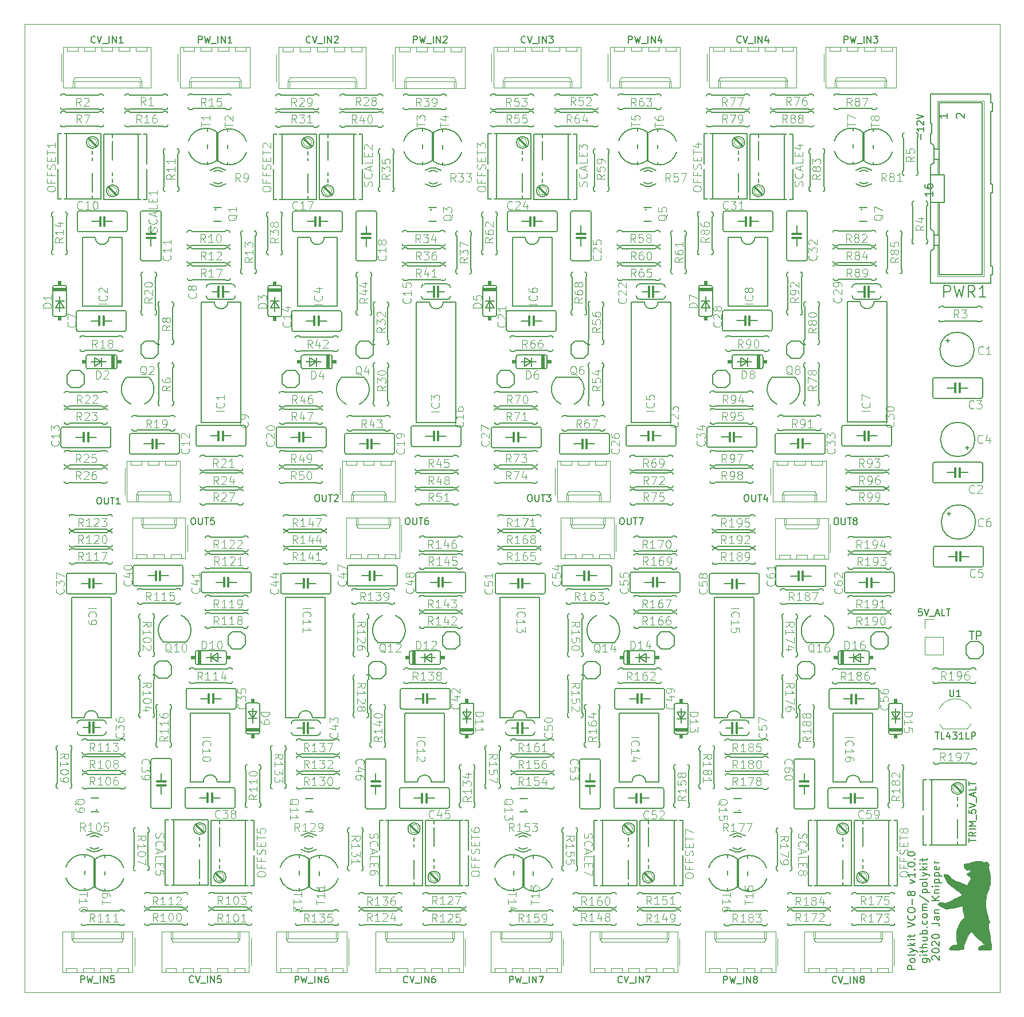
<source format=gbr>
%TF.GenerationSoftware,KiCad,Pcbnew,5.1.8-db9833491~88~ubuntu16.04.1*%
%TF.CreationDate,2021-01-16T20:59:40+01:00*%
%TF.ProjectId,vco,76636f2e-6b69-4636-9164-5f7063625858,rev?*%
%TF.SameCoordinates,Original*%
%TF.FileFunction,Legend,Top*%
%TF.FilePolarity,Positive*%
%FSLAX46Y46*%
G04 Gerber Fmt 4.6, Leading zero omitted, Abs format (unit mm)*
G04 Created by KiCad (PCBNEW 5.1.8-db9833491~88~ubuntu16.04.1) date 2021-01-16 20:59:40*
%MOMM*%
%LPD*%
G01*
G04 APERTURE LIST*
%ADD10C,0.200000*%
%ADD11C,0.150000*%
%TA.AperFunction,Profile*%
%ADD12C,0.050000*%
%TD*%
%ADD13C,0.152400*%
%ADD14C,0.203200*%
%ADD15C,0.050800*%
%ADD16C,0.304800*%
%ADD17C,0.120000*%
%ADD18C,0.010000*%
%ADD19C,0.127000*%
%ADD20C,0.100000*%
%ADD21C,0.096520*%
%ADD22C,0.120650*%
%ADD23C,0.168910*%
G04 APERTURE END LIST*
D10*
X158452380Y-164776190D02*
X158452380Y-164204761D01*
X159452380Y-164490476D02*
X158452380Y-164490476D01*
X159452380Y-163300000D02*
X158976190Y-163633333D01*
X159452380Y-163871428D02*
X158452380Y-163871428D01*
X158452380Y-163490476D01*
X158500000Y-163395238D01*
X158547619Y-163347619D01*
X158642857Y-163300000D01*
X158785714Y-163300000D01*
X158880952Y-163347619D01*
X158928571Y-163395238D01*
X158976190Y-163490476D01*
X158976190Y-163871428D01*
X159452380Y-162871428D02*
X158452380Y-162871428D01*
X159452380Y-162395238D02*
X158452380Y-162395238D01*
X159166666Y-162061904D01*
X158452380Y-161728571D01*
X159452380Y-161728571D01*
X159547619Y-161490476D02*
X159547619Y-160728571D01*
X158452380Y-160014285D02*
X158452380Y-160490476D01*
X158928571Y-160538095D01*
X158880952Y-160490476D01*
X158833333Y-160395238D01*
X158833333Y-160157142D01*
X158880952Y-160061904D01*
X158928571Y-160014285D01*
X159023809Y-159966666D01*
X159261904Y-159966666D01*
X159357142Y-160014285D01*
X159404761Y-160061904D01*
X159452380Y-160157142D01*
X159452380Y-160395238D01*
X159404761Y-160490476D01*
X159357142Y-160538095D01*
X158452380Y-159680952D02*
X159452380Y-159347619D01*
X158452380Y-159014285D01*
X159547619Y-158919047D02*
X159547619Y-158157142D01*
X159166666Y-157966666D02*
X159166666Y-157490476D01*
X159452380Y-158061904D02*
X158452380Y-157728571D01*
X159452380Y-157395238D01*
X159452380Y-156585714D02*
X159452380Y-157061904D01*
X158452380Y-157061904D01*
X158452380Y-156395238D02*
X158452380Y-155823809D01*
X159452380Y-156109523D02*
X158452380Y-156109523D01*
D11*
X151371428Y-60961904D02*
X151371428Y-60200000D01*
X151752380Y-59200000D02*
X151752380Y-59771428D01*
X151752380Y-59485714D02*
X150752380Y-59485714D01*
X150895238Y-59580952D01*
X150990476Y-59676190D01*
X151038095Y-59771428D01*
X150847619Y-58819047D02*
X150800000Y-58771428D01*
X150752380Y-58676190D01*
X150752380Y-58438095D01*
X150800000Y-58342857D01*
X150847619Y-58295238D01*
X150942857Y-58247619D01*
X151038095Y-58247619D01*
X151180952Y-58295238D01*
X151752380Y-58866666D01*
X151752380Y-58247619D01*
X150752380Y-57961904D02*
X151752380Y-57628571D01*
X150752380Y-57295238D01*
X150497619Y-183569047D02*
X149397619Y-183569047D01*
X149397619Y-183150000D01*
X149450000Y-183045238D01*
X149502380Y-182992857D01*
X149607142Y-182940476D01*
X149764285Y-182940476D01*
X149869047Y-182992857D01*
X149921428Y-183045238D01*
X149973809Y-183150000D01*
X149973809Y-183569047D01*
X150497619Y-182311904D02*
X150445238Y-182416666D01*
X150392857Y-182469047D01*
X150288095Y-182521428D01*
X149973809Y-182521428D01*
X149869047Y-182469047D01*
X149816666Y-182416666D01*
X149764285Y-182311904D01*
X149764285Y-182154761D01*
X149816666Y-182050000D01*
X149869047Y-181997619D01*
X149973809Y-181945238D01*
X150288095Y-181945238D01*
X150392857Y-181997619D01*
X150445238Y-182050000D01*
X150497619Y-182154761D01*
X150497619Y-182311904D01*
X150497619Y-181316666D02*
X150445238Y-181421428D01*
X150340476Y-181473809D01*
X149397619Y-181473809D01*
X149764285Y-181002380D02*
X150497619Y-180740476D01*
X149764285Y-180478571D02*
X150497619Y-180740476D01*
X150759523Y-180845238D01*
X150811904Y-180897619D01*
X150864285Y-181002380D01*
X150497619Y-180059523D02*
X149397619Y-180059523D01*
X150078571Y-179954761D02*
X150497619Y-179640476D01*
X149764285Y-179640476D02*
X150183333Y-180059523D01*
X150497619Y-179169047D02*
X149764285Y-179169047D01*
X149397619Y-179169047D02*
X149450000Y-179221428D01*
X149502380Y-179169047D01*
X149450000Y-179116666D01*
X149397619Y-179169047D01*
X149502380Y-179169047D01*
X149764285Y-178802380D02*
X149764285Y-178383333D01*
X149397619Y-178645238D02*
X150340476Y-178645238D01*
X150445238Y-178592857D01*
X150497619Y-178488095D01*
X150497619Y-178383333D01*
X149397619Y-177335714D02*
X150497619Y-176969047D01*
X149397619Y-176602380D01*
X150392857Y-175607142D02*
X150445238Y-175659523D01*
X150497619Y-175816666D01*
X150497619Y-175921428D01*
X150445238Y-176078571D01*
X150340476Y-176183333D01*
X150235714Y-176235714D01*
X150026190Y-176288095D01*
X149869047Y-176288095D01*
X149659523Y-176235714D01*
X149554761Y-176183333D01*
X149450000Y-176078571D01*
X149397619Y-175921428D01*
X149397619Y-175816666D01*
X149450000Y-175659523D01*
X149502380Y-175607142D01*
X149397619Y-174926190D02*
X149397619Y-174716666D01*
X149450000Y-174611904D01*
X149554761Y-174507142D01*
X149764285Y-174454761D01*
X150130952Y-174454761D01*
X150340476Y-174507142D01*
X150445238Y-174611904D01*
X150497619Y-174716666D01*
X150497619Y-174926190D01*
X150445238Y-175030952D01*
X150340476Y-175135714D01*
X150130952Y-175188095D01*
X149764285Y-175188095D01*
X149554761Y-175135714D01*
X149450000Y-175030952D01*
X149397619Y-174926190D01*
X150078571Y-173983333D02*
X150078571Y-173145238D01*
X149869047Y-172464285D02*
X149816666Y-172569047D01*
X149764285Y-172621428D01*
X149659523Y-172673809D01*
X149607142Y-172673809D01*
X149502380Y-172621428D01*
X149450000Y-172569047D01*
X149397619Y-172464285D01*
X149397619Y-172254761D01*
X149450000Y-172150000D01*
X149502380Y-172097619D01*
X149607142Y-172045238D01*
X149659523Y-172045238D01*
X149764285Y-172097619D01*
X149816666Y-172150000D01*
X149869047Y-172254761D01*
X149869047Y-172464285D01*
X149921428Y-172569047D01*
X149973809Y-172621428D01*
X150078571Y-172673809D01*
X150288095Y-172673809D01*
X150392857Y-172621428D01*
X150445238Y-172569047D01*
X150497619Y-172464285D01*
X150497619Y-172254761D01*
X150445238Y-172150000D01*
X150392857Y-172097619D01*
X150288095Y-172045238D01*
X150078571Y-172045238D01*
X149973809Y-172097619D01*
X149921428Y-172150000D01*
X149869047Y-172254761D01*
X149764285Y-170840476D02*
X150497619Y-170578571D01*
X149764285Y-170316666D01*
X150497619Y-169321428D02*
X150497619Y-169950000D01*
X150497619Y-169635714D02*
X149397619Y-169635714D01*
X149554761Y-169740476D01*
X149659523Y-169845238D01*
X149711904Y-169950000D01*
X150392857Y-168850000D02*
X150445238Y-168797619D01*
X150497619Y-168850000D01*
X150445238Y-168902380D01*
X150392857Y-168850000D01*
X150497619Y-168850000D01*
X149397619Y-168116666D02*
X149397619Y-168011904D01*
X149450000Y-167907142D01*
X149502380Y-167854761D01*
X149607142Y-167802380D01*
X149816666Y-167750000D01*
X150078571Y-167750000D01*
X150288095Y-167802380D01*
X150392857Y-167854761D01*
X150445238Y-167907142D01*
X150497619Y-168011904D01*
X150497619Y-168116666D01*
X150445238Y-168221428D01*
X150392857Y-168273809D01*
X150288095Y-168326190D01*
X150078571Y-168378571D01*
X149816666Y-168378571D01*
X149607142Y-168326190D01*
X149502380Y-168273809D01*
X149450000Y-168221428D01*
X149397619Y-168116666D01*
X150392857Y-167278571D02*
X150445238Y-167226190D01*
X150497619Y-167278571D01*
X150445238Y-167330952D01*
X150392857Y-167278571D01*
X150497619Y-167278571D01*
X149397619Y-166545238D02*
X149397619Y-166440476D01*
X149450000Y-166335714D01*
X149502380Y-166283333D01*
X149607142Y-166230952D01*
X149816666Y-166178571D01*
X150078571Y-166178571D01*
X150288095Y-166230952D01*
X150392857Y-166283333D01*
X150445238Y-166335714D01*
X150497619Y-166440476D01*
X150497619Y-166545238D01*
X150445238Y-166650000D01*
X150392857Y-166702380D01*
X150288095Y-166754761D01*
X150078571Y-166807142D01*
X149816666Y-166807142D01*
X149607142Y-166754761D01*
X149502380Y-166702380D01*
X149450000Y-166650000D01*
X149397619Y-166545238D01*
X151564285Y-181997619D02*
X152454761Y-181997619D01*
X152559523Y-182050000D01*
X152611904Y-182102380D01*
X152664285Y-182207142D01*
X152664285Y-182364285D01*
X152611904Y-182469047D01*
X152245238Y-181997619D02*
X152297619Y-182102380D01*
X152297619Y-182311904D01*
X152245238Y-182416666D01*
X152192857Y-182469047D01*
X152088095Y-182521428D01*
X151773809Y-182521428D01*
X151669047Y-182469047D01*
X151616666Y-182416666D01*
X151564285Y-182311904D01*
X151564285Y-182102380D01*
X151616666Y-181997619D01*
X152297619Y-181473809D02*
X151564285Y-181473809D01*
X151197619Y-181473809D02*
X151250000Y-181526190D01*
X151302380Y-181473809D01*
X151250000Y-181421428D01*
X151197619Y-181473809D01*
X151302380Y-181473809D01*
X151564285Y-181107142D02*
X151564285Y-180688095D01*
X151197619Y-180950000D02*
X152140476Y-180950000D01*
X152245238Y-180897619D01*
X152297619Y-180792857D01*
X152297619Y-180688095D01*
X152297619Y-180321428D02*
X151197619Y-180321428D01*
X152297619Y-179850000D02*
X151721428Y-179850000D01*
X151616666Y-179902380D01*
X151564285Y-180007142D01*
X151564285Y-180164285D01*
X151616666Y-180269047D01*
X151669047Y-180321428D01*
X151564285Y-178854761D02*
X152297619Y-178854761D01*
X151564285Y-179326190D02*
X152140476Y-179326190D01*
X152245238Y-179273809D01*
X152297619Y-179169047D01*
X152297619Y-179011904D01*
X152245238Y-178907142D01*
X152192857Y-178854761D01*
X152297619Y-178330952D02*
X151197619Y-178330952D01*
X151616666Y-178330952D02*
X151564285Y-178226190D01*
X151564285Y-178016666D01*
X151616666Y-177911904D01*
X151669047Y-177859523D01*
X151773809Y-177807142D01*
X152088095Y-177807142D01*
X152192857Y-177859523D01*
X152245238Y-177911904D01*
X152297619Y-178016666D01*
X152297619Y-178226190D01*
X152245238Y-178330952D01*
X152192857Y-177335714D02*
X152245238Y-177283333D01*
X152297619Y-177335714D01*
X152245238Y-177388095D01*
X152192857Y-177335714D01*
X152297619Y-177335714D01*
X152245238Y-176340476D02*
X152297619Y-176445238D01*
X152297619Y-176654761D01*
X152245238Y-176759523D01*
X152192857Y-176811904D01*
X152088095Y-176864285D01*
X151773809Y-176864285D01*
X151669047Y-176811904D01*
X151616666Y-176759523D01*
X151564285Y-176654761D01*
X151564285Y-176445238D01*
X151616666Y-176340476D01*
X152297619Y-175711904D02*
X152245238Y-175816666D01*
X152192857Y-175869047D01*
X152088095Y-175921428D01*
X151773809Y-175921428D01*
X151669047Y-175869047D01*
X151616666Y-175816666D01*
X151564285Y-175711904D01*
X151564285Y-175554761D01*
X151616666Y-175450000D01*
X151669047Y-175397619D01*
X151773809Y-175345238D01*
X152088095Y-175345238D01*
X152192857Y-175397619D01*
X152245238Y-175450000D01*
X152297619Y-175554761D01*
X152297619Y-175711904D01*
X152297619Y-174873809D02*
X151564285Y-174873809D01*
X151669047Y-174873809D02*
X151616666Y-174821428D01*
X151564285Y-174716666D01*
X151564285Y-174559523D01*
X151616666Y-174454761D01*
X151721428Y-174402380D01*
X152297619Y-174402380D01*
X151721428Y-174402380D02*
X151616666Y-174350000D01*
X151564285Y-174245238D01*
X151564285Y-174088095D01*
X151616666Y-173983333D01*
X151721428Y-173930952D01*
X152297619Y-173930952D01*
X151145238Y-172621428D02*
X152559523Y-173564285D01*
X151564285Y-172254761D02*
X152664285Y-172254761D01*
X151616666Y-172254761D02*
X151564285Y-172150000D01*
X151564285Y-171940476D01*
X151616666Y-171835714D01*
X151669047Y-171783333D01*
X151773809Y-171730952D01*
X152088095Y-171730952D01*
X152192857Y-171783333D01*
X152245238Y-171835714D01*
X152297619Y-171940476D01*
X152297619Y-172150000D01*
X152245238Y-172254761D01*
X152297619Y-171102380D02*
X152245238Y-171207142D01*
X152192857Y-171259523D01*
X152088095Y-171311904D01*
X151773809Y-171311904D01*
X151669047Y-171259523D01*
X151616666Y-171207142D01*
X151564285Y-171102380D01*
X151564285Y-170945238D01*
X151616666Y-170840476D01*
X151669047Y-170788095D01*
X151773809Y-170735714D01*
X152088095Y-170735714D01*
X152192857Y-170788095D01*
X152245238Y-170840476D01*
X152297619Y-170945238D01*
X152297619Y-171102380D01*
X152297619Y-170107142D02*
X152245238Y-170211904D01*
X152140476Y-170264285D01*
X151197619Y-170264285D01*
X151564285Y-169792857D02*
X152297619Y-169530952D01*
X151564285Y-169269047D02*
X152297619Y-169530952D01*
X152559523Y-169635714D01*
X152611904Y-169688095D01*
X152664285Y-169792857D01*
X152297619Y-168850000D02*
X151197619Y-168850000D01*
X151878571Y-168745238D02*
X152297619Y-168430952D01*
X151564285Y-168430952D02*
X151983333Y-168850000D01*
X152297619Y-167959523D02*
X151564285Y-167959523D01*
X151197619Y-167959523D02*
X151250000Y-168011904D01*
X151302380Y-167959523D01*
X151250000Y-167907142D01*
X151197619Y-167959523D01*
X151302380Y-167959523D01*
X151564285Y-167592857D02*
X151564285Y-167173809D01*
X151197619Y-167435714D02*
X152140476Y-167435714D01*
X152245238Y-167383333D01*
X152297619Y-167278571D01*
X152297619Y-167173809D01*
X153102380Y-182154761D02*
X153050000Y-182102380D01*
X152997619Y-181997619D01*
X152997619Y-181735714D01*
X153050000Y-181630952D01*
X153102380Y-181578571D01*
X153207142Y-181526190D01*
X153311904Y-181526190D01*
X153469047Y-181578571D01*
X154097619Y-182207142D01*
X154097619Y-181526190D01*
X152997619Y-180845238D02*
X152997619Y-180740476D01*
X153050000Y-180635714D01*
X153102380Y-180583333D01*
X153207142Y-180530952D01*
X153416666Y-180478571D01*
X153678571Y-180478571D01*
X153888095Y-180530952D01*
X153992857Y-180583333D01*
X154045238Y-180635714D01*
X154097619Y-180740476D01*
X154097619Y-180845238D01*
X154045238Y-180950000D01*
X153992857Y-181002380D01*
X153888095Y-181054761D01*
X153678571Y-181107142D01*
X153416666Y-181107142D01*
X153207142Y-181054761D01*
X153102380Y-181002380D01*
X153050000Y-180950000D01*
X152997619Y-180845238D01*
X153102380Y-180059523D02*
X153050000Y-180007142D01*
X152997619Y-179902380D01*
X152997619Y-179640476D01*
X153050000Y-179535714D01*
X153102380Y-179483333D01*
X153207142Y-179430952D01*
X153311904Y-179430952D01*
X153469047Y-179483333D01*
X154097619Y-180111904D01*
X154097619Y-179430952D01*
X152997619Y-178750000D02*
X152997619Y-178645238D01*
X153050000Y-178540476D01*
X153102380Y-178488095D01*
X153207142Y-178435714D01*
X153416666Y-178383333D01*
X153678571Y-178383333D01*
X153888095Y-178435714D01*
X153992857Y-178488095D01*
X154045238Y-178540476D01*
X154097619Y-178645238D01*
X154097619Y-178750000D01*
X154045238Y-178854761D01*
X153992857Y-178907142D01*
X153888095Y-178959523D01*
X153678571Y-179011904D01*
X153416666Y-179011904D01*
X153207142Y-178959523D01*
X153102380Y-178907142D01*
X153050000Y-178854761D01*
X152997619Y-178750000D01*
X152997619Y-176759523D02*
X153783333Y-176759523D01*
X153940476Y-176811904D01*
X154045238Y-176916666D01*
X154097619Y-177073809D01*
X154097619Y-177178571D01*
X154097619Y-175764285D02*
X153521428Y-175764285D01*
X153416666Y-175816666D01*
X153364285Y-175921428D01*
X153364285Y-176130952D01*
X153416666Y-176235714D01*
X154045238Y-175764285D02*
X154097619Y-175869047D01*
X154097619Y-176130952D01*
X154045238Y-176235714D01*
X153940476Y-176288095D01*
X153835714Y-176288095D01*
X153730952Y-176235714D01*
X153678571Y-176130952D01*
X153678571Y-175869047D01*
X153626190Y-175764285D01*
X153364285Y-175240476D02*
X154097619Y-175240476D01*
X153469047Y-175240476D02*
X153416666Y-175188095D01*
X153364285Y-175083333D01*
X153364285Y-174926190D01*
X153416666Y-174821428D01*
X153521428Y-174769047D01*
X154097619Y-174769047D01*
X154097619Y-173407142D02*
X152997619Y-173407142D01*
X154097619Y-172778571D02*
X153469047Y-173250000D01*
X152997619Y-172778571D02*
X153626190Y-173407142D01*
X153364285Y-172307142D02*
X154097619Y-172307142D01*
X153469047Y-172307142D02*
X153416666Y-172254761D01*
X153364285Y-172150000D01*
X153364285Y-171992857D01*
X153416666Y-171888095D01*
X153521428Y-171835714D01*
X154097619Y-171835714D01*
X154097619Y-171311904D02*
X153364285Y-171311904D01*
X152997619Y-171311904D02*
X153050000Y-171364285D01*
X153102380Y-171311904D01*
X153050000Y-171259523D01*
X152997619Y-171311904D01*
X153102380Y-171311904D01*
X153364285Y-170788095D02*
X154464285Y-170788095D01*
X153416666Y-170788095D02*
X153364285Y-170683333D01*
X153364285Y-170473809D01*
X153416666Y-170369047D01*
X153469047Y-170316666D01*
X153573809Y-170264285D01*
X153888095Y-170264285D01*
X153992857Y-170316666D01*
X154045238Y-170369047D01*
X154097619Y-170473809D01*
X154097619Y-170683333D01*
X154045238Y-170788095D01*
X153364285Y-169792857D02*
X154464285Y-169792857D01*
X153416666Y-169792857D02*
X153364285Y-169688095D01*
X153364285Y-169478571D01*
X153416666Y-169373809D01*
X153469047Y-169321428D01*
X153573809Y-169269047D01*
X153888095Y-169269047D01*
X153992857Y-169321428D01*
X154045238Y-169373809D01*
X154097619Y-169478571D01*
X154097619Y-169688095D01*
X154045238Y-169792857D01*
X154045238Y-168378571D02*
X154097619Y-168483333D01*
X154097619Y-168692857D01*
X154045238Y-168797619D01*
X153940476Y-168850000D01*
X153521428Y-168850000D01*
X153416666Y-168797619D01*
X153364285Y-168692857D01*
X153364285Y-168483333D01*
X153416666Y-168378571D01*
X153521428Y-168326190D01*
X153626190Y-168326190D01*
X153730952Y-168850000D01*
X154097619Y-167854761D02*
X153364285Y-167854761D01*
X153573809Y-167854761D02*
X153469047Y-167802380D01*
X153416666Y-167750000D01*
X153364285Y-167645238D01*
X153364285Y-167540476D01*
D12*
X163000000Y-187000000D02*
X19000000Y-187000000D01*
X163000000Y-44000000D02*
X163000000Y-187000000D01*
X19000000Y-44000000D02*
X163000000Y-44000000D01*
X19000000Y-187000000D02*
X19000000Y-44000000D01*
D13*
%TO.C,TP*%
X158665000Y-135130000D02*
X159935000Y-135130000D01*
X159935000Y-135130000D02*
X160570000Y-135765000D01*
X160570000Y-135765000D02*
X160570000Y-137035000D01*
X160570000Y-137035000D02*
X159935000Y-137670000D01*
X158030000Y-135765000D02*
X158030000Y-137035000D01*
X158665000Y-135130000D02*
X158030000Y-135765000D01*
X158030000Y-137035000D02*
X158665000Y-137670000D01*
X159935000Y-137670000D02*
X158665000Y-137670000D01*
D14*
%TO.C,Q1*%
X48022100Y-73056000D02*
X46922100Y-73056000D01*
X46922100Y-71056000D02*
X48022100Y-71056000D01*
D11*
X47297100Y-71356000D02*
G75*
G03*
X47297100Y-71356000I-75000J0D01*
G01*
D14*
%TO.C,Q3*%
X79799505Y-73067899D02*
X78699505Y-73067899D01*
X78699505Y-71067899D02*
X79799505Y-71067899D01*
D11*
X79074505Y-71367899D02*
G75*
G03*
X79074505Y-71367899I-75000J0D01*
G01*
D14*
%TO.C,Q5*%
X111533170Y-73057077D02*
X110433170Y-73057077D01*
X110433170Y-71057077D02*
X111533170Y-71057077D01*
D11*
X110808170Y-71357077D02*
G75*
G03*
X110808170Y-71357077I-75000J0D01*
G01*
D14*
%TO.C,Q7*%
X143398565Y-73043770D02*
X142298565Y-73043770D01*
X142298565Y-71043770D02*
X143398565Y-71043770D01*
D11*
X142673565Y-71343770D02*
G75*
G03*
X142673565Y-71343770I-75000J0D01*
G01*
D14*
%TO.C,Q9*%
X28845999Y-158301400D02*
X29945999Y-158301400D01*
X29945999Y-160301400D02*
X28845999Y-160301400D01*
D11*
X29720999Y-160001400D02*
G75*
G03*
X29720999Y-160001400I-75000J0D01*
G01*
D14*
%TO.C,Q11*%
X60485999Y-158321400D02*
X61585999Y-158321400D01*
X61585999Y-160321400D02*
X60485999Y-160321400D01*
D11*
X61360999Y-160021400D02*
G75*
G03*
X61360999Y-160021400I-75000J0D01*
G01*
D14*
%TO.C,Q13*%
X92145999Y-158321400D02*
X93245999Y-158321400D01*
X93245999Y-160321400D02*
X92145999Y-160321400D01*
D11*
X93020999Y-160021400D02*
G75*
G03*
X93020999Y-160021400I-75000J0D01*
G01*
D14*
%TO.C,Q15*%
X123785999Y-158341400D02*
X124885999Y-158341400D01*
X124885999Y-160341400D02*
X123785999Y-160341400D01*
D11*
X124660999Y-160041400D02*
G75*
G03*
X124660999Y-160041400I-75000J0D01*
G01*
D15*
%TO.C,SCALE1*%
X32628300Y-68580400D02*
G75*
G03*
X32628300Y-68580400I-635000J0D01*
G01*
D13*
X32882300Y-68580400D02*
G75*
G03*
X32882300Y-68580400I-889000J0D01*
G01*
X31993300Y-66294400D02*
X31993300Y-65913400D01*
X31993300Y-64008400D02*
X31993300Y-61214400D01*
X31993300Y-66802400D02*
X31993300Y-67310400D01*
X31993300Y-60198400D02*
X35803300Y-60198400D01*
X31993300Y-60198400D02*
X31993300Y-60706400D01*
X36184300Y-69850400D02*
X35803300Y-69850400D01*
X37073300Y-69850400D02*
X36565300Y-69850400D01*
X37073300Y-65405400D02*
X37073300Y-69850400D01*
X37073300Y-60198400D02*
X37073300Y-64643400D01*
X36184300Y-60198400D02*
X35803300Y-60198400D01*
X37073300Y-60198400D02*
X36565300Y-60198400D01*
D16*
X32501300Y-69088400D02*
X31485300Y-68072400D01*
D13*
X30723300Y-60198400D02*
X31993300Y-60198400D01*
X35803300Y-69850400D02*
X35803300Y-60198400D01*
X35803300Y-69850400D02*
X30723300Y-69850400D01*
X30723300Y-60198400D02*
X30723300Y-69850400D01*
D15*
%TO.C,OFFSET1*%
X29668300Y-61438400D02*
G75*
G03*
X29668300Y-61438400I-635000J0D01*
G01*
D13*
X29922300Y-61438400D02*
G75*
G03*
X29922300Y-61438400I-889000J0D01*
G01*
X29033300Y-63724400D02*
X29033300Y-64105400D01*
X29033300Y-66010400D02*
X29033300Y-68804400D01*
X29033300Y-63216400D02*
X29033300Y-62708400D01*
X29033300Y-69820400D02*
X25223300Y-69820400D01*
X29033300Y-69820400D02*
X29033300Y-69312400D01*
X24842300Y-60168400D02*
X25223300Y-60168400D01*
X23953300Y-60168400D02*
X24461300Y-60168400D01*
X23953300Y-64613400D02*
X23953300Y-60168400D01*
X23953300Y-69820400D02*
X23953300Y-65375400D01*
X24842300Y-69820400D02*
X25223300Y-69820400D01*
X23953300Y-69820400D02*
X24461300Y-69820400D01*
D16*
X28525300Y-60930400D02*
X29541300Y-61946400D01*
D13*
X30303300Y-69820400D02*
X29033300Y-69820400D01*
X25223300Y-60168400D02*
X25223300Y-69820400D01*
X25223300Y-60168400D02*
X30303300Y-60168400D01*
X30303300Y-69820400D02*
X30303300Y-60168400D01*
D15*
%TO.C,TRIM_5V1*%
X157405000Y-156844000D02*
G75*
G03*
X157405000Y-156844000I-635000J0D01*
G01*
D13*
X157659000Y-156844000D02*
G75*
G03*
X157659000Y-156844000I-889000J0D01*
G01*
X156770000Y-159130000D02*
X156770000Y-159511000D01*
X156770000Y-161416000D02*
X156770000Y-164210000D01*
X156770000Y-158622000D02*
X156770000Y-158114000D01*
X156770000Y-165226000D02*
X152960000Y-165226000D01*
X156770000Y-165226000D02*
X156770000Y-164718000D01*
X152579000Y-155574000D02*
X152960000Y-155574000D01*
X151690000Y-155574000D02*
X152198000Y-155574000D01*
X151690000Y-160019000D02*
X151690000Y-155574000D01*
X151690000Y-165226000D02*
X151690000Y-160781000D01*
X152579000Y-165226000D02*
X152960000Y-165226000D01*
X151690000Y-165226000D02*
X152198000Y-165226000D01*
D16*
X156262000Y-156336000D02*
X157278000Y-157352000D01*
D13*
X158040000Y-165226000D02*
X156770000Y-165226000D01*
X152960000Y-155574000D02*
X152960000Y-165226000D01*
X152960000Y-155574000D02*
X158040000Y-155574000D01*
X158040000Y-165226000D02*
X158040000Y-155574000D01*
D17*
%TO.C,U1*%
X158764184Y-147322795D02*
G75*
G02*
X158240000Y-148050000I-2324184J1122795D01*
G01*
X158796400Y-145101193D02*
G75*
G03*
X156440000Y-143600000I-2356400J-1098807D01*
G01*
X154083600Y-145101193D02*
G75*
G02*
X156440000Y-143600000I2356400J-1098807D01*
G01*
X154115816Y-147322795D02*
G75*
G03*
X154640000Y-148050000I2324184J1122795D01*
G01*
X154640000Y-148050000D02*
X158240000Y-148050000D01*
%TO.C,5V_ALT*%
X151970000Y-137070000D02*
X154630000Y-137070000D01*
X151970000Y-134470000D02*
X151970000Y-137070000D01*
X154630000Y-134470000D02*
X154630000Y-137070000D01*
X151970000Y-134470000D02*
X154630000Y-134470000D01*
X151970000Y-133200000D02*
X151970000Y-131870000D01*
X151970000Y-131870000D02*
X153300000Y-131870000D01*
D18*
%TO.C,G\u002A\u002A\u002A*%
G36*
X160235287Y-167614797D02*
G01*
X160393556Y-167677035D01*
X160573386Y-167747263D01*
X160730150Y-167734098D01*
X160764541Y-167722128D01*
X160979765Y-167698189D01*
X161172081Y-167775652D01*
X161317726Y-167928921D01*
X161392936Y-168132401D01*
X161373949Y-168360496D01*
X161369519Y-168373763D01*
X161338292Y-168507606D01*
X161346405Y-168654113D01*
X161398833Y-168854500D01*
X161443839Y-168989570D01*
X161506867Y-169192468D01*
X161548753Y-169390666D01*
X161573445Y-169618377D01*
X161584893Y-169909811D01*
X161587161Y-170231250D01*
X161585244Y-170575995D01*
X161575528Y-170834252D01*
X161551203Y-171046529D01*
X161505460Y-171253334D01*
X161431491Y-171495174D01*
X161322486Y-171812559D01*
X161320323Y-171818750D01*
X161209585Y-172150960D01*
X161109139Y-172479939D01*
X161030575Y-172766035D01*
X160987537Y-172957537D01*
X160925115Y-173549716D01*
X160930580Y-174191214D01*
X160999350Y-174842512D01*
X161126841Y-175464094D01*
X161308471Y-176016443D01*
X161354726Y-176123615D01*
X161453232Y-176344802D01*
X161503007Y-176482012D01*
X161508111Y-176566772D01*
X161472602Y-176630615D01*
X161426259Y-176679240D01*
X161333125Y-176798338D01*
X161300246Y-176882875D01*
X161309076Y-176964272D01*
X161334878Y-177154284D01*
X161375195Y-177436018D01*
X161427572Y-177792584D01*
X161489552Y-178207091D01*
X161558679Y-178662648D01*
X161566101Y-178711186D01*
X161634532Y-179171651D01*
X161693518Y-179594512D01*
X161740961Y-179962535D01*
X161774766Y-180258487D01*
X161792834Y-180465133D01*
X161793069Y-180565241D01*
X161792097Y-180568561D01*
X161763426Y-180610097D01*
X161701790Y-180639582D01*
X161588233Y-180659014D01*
X161403799Y-180670395D01*
X161129532Y-180675722D01*
X160764242Y-180677000D01*
X160389382Y-180675909D01*
X160123181Y-180671240D01*
X159947309Y-180660894D01*
X159843434Y-180642773D01*
X159793225Y-180614780D01*
X159778350Y-180574815D01*
X159778000Y-180564129D01*
X159838945Y-180350528D01*
X160016656Y-180168282D01*
X160303445Y-180023439D01*
X160560355Y-179948593D01*
X160866461Y-179878781D01*
X160523670Y-179642692D01*
X160281219Y-179457396D01*
X159988216Y-179206025D01*
X159676877Y-178918830D01*
X159379421Y-178626057D01*
X159128066Y-178357955D01*
X159021367Y-178232250D01*
X158817031Y-177978250D01*
X158564908Y-178264000D01*
X158312586Y-178607790D01*
X158079042Y-179032210D01*
X157886981Y-179490951D01*
X157771000Y-179883250D01*
X157713101Y-180130034D01*
X157659748Y-180347391D01*
X157622978Y-180486500D01*
X157576800Y-180645250D01*
X156550150Y-180662697D01*
X156113724Y-180666401D01*
X155800105Y-180660420D01*
X155605453Y-180644564D01*
X155525931Y-180618644D01*
X155523500Y-180611919D01*
X155581952Y-180409832D01*
X155738072Y-180218030D01*
X155963001Y-180057778D01*
X156227882Y-179950344D01*
X156467332Y-179916394D01*
X156610431Y-179906790D01*
X156659178Y-179855001D01*
X156646167Y-179722622D01*
X156643655Y-179708625D01*
X156571098Y-179137412D01*
X156557057Y-178578901D01*
X156601835Y-178075603D01*
X156630885Y-177922939D01*
X156761553Y-177480734D01*
X156952946Y-177020645D01*
X157183450Y-176587055D01*
X157431451Y-176224346D01*
X157495175Y-176148213D01*
X157754819Y-175853242D01*
X157656865Y-175359996D01*
X157601994Y-175066687D01*
X157551786Y-174769234D01*
X157516989Y-174531373D01*
X157516654Y-174528699D01*
X157488529Y-174334645D01*
X157454501Y-174239513D01*
X157395352Y-174215927D01*
X157308574Y-174232283D01*
X157085114Y-174284342D01*
X156794072Y-174346398D01*
X156462342Y-174413371D01*
X156116815Y-174480183D01*
X155784384Y-174541757D01*
X155491943Y-174593015D01*
X155266383Y-174628877D01*
X155134598Y-174644267D01*
X155125536Y-174644500D01*
X155004087Y-174612967D01*
X154808889Y-174529885D01*
X154571771Y-174412526D01*
X154324561Y-174278165D01*
X154099089Y-174144073D01*
X153927184Y-174027524D01*
X153841921Y-173947895D01*
X153863469Y-173876521D01*
X153960692Y-173772696D01*
X153983019Y-173754392D01*
X154079870Y-173688246D01*
X154182723Y-173652202D01*
X154319584Y-173645565D01*
X154518461Y-173667644D01*
X154807362Y-173717748D01*
X154884000Y-173732126D01*
X154970929Y-173739707D01*
X155074423Y-173726249D01*
X155211255Y-173685176D01*
X155398201Y-173609914D01*
X155652033Y-173493888D01*
X155989525Y-173330524D01*
X156296875Y-173178337D01*
X156652120Y-172999691D01*
X156965353Y-172838707D01*
X157219903Y-172704242D01*
X157399098Y-172605150D01*
X157486265Y-172550288D01*
X157492000Y-172543525D01*
X157443646Y-172495221D01*
X157308249Y-172382162D01*
X157100308Y-172215873D01*
X156834320Y-172007878D01*
X156524783Y-171769701D01*
X156376003Y-171656396D01*
X155260006Y-170809164D01*
X154979003Y-170231528D01*
X154860365Y-169980464D01*
X154766495Y-169768128D01*
X154709514Y-169622736D01*
X154698000Y-169577446D01*
X154758025Y-169525939D01*
X154928836Y-169502187D01*
X154992722Y-169501000D01*
X155194819Y-169515277D01*
X155333334Y-169576037D01*
X155467722Y-169707375D01*
X155634155Y-169897107D01*
X155804299Y-170089940D01*
X155823875Y-170112026D01*
X155917503Y-170197632D01*
X156055299Y-170285510D01*
X156254840Y-170384036D01*
X156533699Y-170501584D01*
X156909452Y-170646528D01*
X157075027Y-170708212D01*
X158150304Y-171106121D01*
X158300885Y-170922685D01*
X158484927Y-170662335D01*
X158617964Y-170402040D01*
X158683899Y-170176758D01*
X158686377Y-170085501D01*
X158614163Y-169924566D01*
X158428453Y-169758533D01*
X158396875Y-169736879D01*
X158205563Y-169585384D01*
X158135987Y-169468256D01*
X158187877Y-169384594D01*
X158281309Y-169349038D01*
X158488415Y-169248363D01*
X158611904Y-169085773D01*
X158635000Y-168966497D01*
X158616720Y-168868640D01*
X158537265Y-168833818D01*
X158421230Y-168835044D01*
X158251408Y-168857318D01*
X158134197Y-168893381D01*
X158131255Y-168895120D01*
X158034681Y-168884882D01*
X157910940Y-168758971D01*
X157815801Y-168612000D01*
X157770755Y-168490765D01*
X157726811Y-168307032D01*
X157716980Y-168252426D01*
X157673212Y-167988103D01*
X158106481Y-167944400D01*
X158480498Y-167876138D01*
X158831166Y-167758828D01*
X158889000Y-167732474D01*
X159204052Y-167623445D01*
X159562075Y-167566435D01*
X159920132Y-167563025D01*
X160235287Y-167614797D01*
G37*
X160235287Y-167614797D02*
X160393556Y-167677035D01*
X160573386Y-167747263D01*
X160730150Y-167734098D01*
X160764541Y-167722128D01*
X160979765Y-167698189D01*
X161172081Y-167775652D01*
X161317726Y-167928921D01*
X161392936Y-168132401D01*
X161373949Y-168360496D01*
X161369519Y-168373763D01*
X161338292Y-168507606D01*
X161346405Y-168654113D01*
X161398833Y-168854500D01*
X161443839Y-168989570D01*
X161506867Y-169192468D01*
X161548753Y-169390666D01*
X161573445Y-169618377D01*
X161584893Y-169909811D01*
X161587161Y-170231250D01*
X161585244Y-170575995D01*
X161575528Y-170834252D01*
X161551203Y-171046529D01*
X161505460Y-171253334D01*
X161431491Y-171495174D01*
X161322486Y-171812559D01*
X161320323Y-171818750D01*
X161209585Y-172150960D01*
X161109139Y-172479939D01*
X161030575Y-172766035D01*
X160987537Y-172957537D01*
X160925115Y-173549716D01*
X160930580Y-174191214D01*
X160999350Y-174842512D01*
X161126841Y-175464094D01*
X161308471Y-176016443D01*
X161354726Y-176123615D01*
X161453232Y-176344802D01*
X161503007Y-176482012D01*
X161508111Y-176566772D01*
X161472602Y-176630615D01*
X161426259Y-176679240D01*
X161333125Y-176798338D01*
X161300246Y-176882875D01*
X161309076Y-176964272D01*
X161334878Y-177154284D01*
X161375195Y-177436018D01*
X161427572Y-177792584D01*
X161489552Y-178207091D01*
X161558679Y-178662648D01*
X161566101Y-178711186D01*
X161634532Y-179171651D01*
X161693518Y-179594512D01*
X161740961Y-179962535D01*
X161774766Y-180258487D01*
X161792834Y-180465133D01*
X161793069Y-180565241D01*
X161792097Y-180568561D01*
X161763426Y-180610097D01*
X161701790Y-180639582D01*
X161588233Y-180659014D01*
X161403799Y-180670395D01*
X161129532Y-180675722D01*
X160764242Y-180677000D01*
X160389382Y-180675909D01*
X160123181Y-180671240D01*
X159947309Y-180660894D01*
X159843434Y-180642773D01*
X159793225Y-180614780D01*
X159778350Y-180574815D01*
X159778000Y-180564129D01*
X159838945Y-180350528D01*
X160016656Y-180168282D01*
X160303445Y-180023439D01*
X160560355Y-179948593D01*
X160866461Y-179878781D01*
X160523670Y-179642692D01*
X160281219Y-179457396D01*
X159988216Y-179206025D01*
X159676877Y-178918830D01*
X159379421Y-178626057D01*
X159128066Y-178357955D01*
X159021367Y-178232250D01*
X158817031Y-177978250D01*
X158564908Y-178264000D01*
X158312586Y-178607790D01*
X158079042Y-179032210D01*
X157886981Y-179490951D01*
X157771000Y-179883250D01*
X157713101Y-180130034D01*
X157659748Y-180347391D01*
X157622978Y-180486500D01*
X157576800Y-180645250D01*
X156550150Y-180662697D01*
X156113724Y-180666401D01*
X155800105Y-180660420D01*
X155605453Y-180644564D01*
X155525931Y-180618644D01*
X155523500Y-180611919D01*
X155581952Y-180409832D01*
X155738072Y-180218030D01*
X155963001Y-180057778D01*
X156227882Y-179950344D01*
X156467332Y-179916394D01*
X156610431Y-179906790D01*
X156659178Y-179855001D01*
X156646167Y-179722622D01*
X156643655Y-179708625D01*
X156571098Y-179137412D01*
X156557057Y-178578901D01*
X156601835Y-178075603D01*
X156630885Y-177922939D01*
X156761553Y-177480734D01*
X156952946Y-177020645D01*
X157183450Y-176587055D01*
X157431451Y-176224346D01*
X157495175Y-176148213D01*
X157754819Y-175853242D01*
X157656865Y-175359996D01*
X157601994Y-175066687D01*
X157551786Y-174769234D01*
X157516989Y-174531373D01*
X157516654Y-174528699D01*
X157488529Y-174334645D01*
X157454501Y-174239513D01*
X157395352Y-174215927D01*
X157308574Y-174232283D01*
X157085114Y-174284342D01*
X156794072Y-174346398D01*
X156462342Y-174413371D01*
X156116815Y-174480183D01*
X155784384Y-174541757D01*
X155491943Y-174593015D01*
X155266383Y-174628877D01*
X155134598Y-174644267D01*
X155125536Y-174644500D01*
X155004087Y-174612967D01*
X154808889Y-174529885D01*
X154571771Y-174412526D01*
X154324561Y-174278165D01*
X154099089Y-174144073D01*
X153927184Y-174027524D01*
X153841921Y-173947895D01*
X153863469Y-173876521D01*
X153960692Y-173772696D01*
X153983019Y-173754392D01*
X154079870Y-173688246D01*
X154182723Y-173652202D01*
X154319584Y-173645565D01*
X154518461Y-173667644D01*
X154807362Y-173717748D01*
X154884000Y-173732126D01*
X154970929Y-173739707D01*
X155074423Y-173726249D01*
X155211255Y-173685176D01*
X155398201Y-173609914D01*
X155652033Y-173493888D01*
X155989525Y-173330524D01*
X156296875Y-173178337D01*
X156652120Y-172999691D01*
X156965353Y-172838707D01*
X157219903Y-172704242D01*
X157399098Y-172605150D01*
X157486265Y-172550288D01*
X157492000Y-172543525D01*
X157443646Y-172495221D01*
X157308249Y-172382162D01*
X157100308Y-172215873D01*
X156834320Y-172007878D01*
X156524783Y-171769701D01*
X156376003Y-171656396D01*
X155260006Y-170809164D01*
X154979003Y-170231528D01*
X154860365Y-169980464D01*
X154766495Y-169768128D01*
X154709514Y-169622736D01*
X154698000Y-169577446D01*
X154758025Y-169525939D01*
X154928836Y-169502187D01*
X154992722Y-169501000D01*
X155194819Y-169515277D01*
X155333334Y-169576037D01*
X155467722Y-169707375D01*
X155634155Y-169897107D01*
X155804299Y-170089940D01*
X155823875Y-170112026D01*
X155917503Y-170197632D01*
X156055299Y-170285510D01*
X156254840Y-170384036D01*
X156533699Y-170501584D01*
X156909452Y-170646528D01*
X157075027Y-170708212D01*
X158150304Y-171106121D01*
X158300885Y-170922685D01*
X158484927Y-170662335D01*
X158617964Y-170402040D01*
X158683899Y-170176758D01*
X158686377Y-170085501D01*
X158614163Y-169924566D01*
X158428453Y-169758533D01*
X158396875Y-169736879D01*
X158205563Y-169585384D01*
X158135987Y-169468256D01*
X158187877Y-169384594D01*
X158281309Y-169349038D01*
X158488415Y-169248363D01*
X158611904Y-169085773D01*
X158635000Y-168966497D01*
X158616720Y-168868640D01*
X158537265Y-168833818D01*
X158421230Y-168835044D01*
X158251408Y-168857318D01*
X158134197Y-168893381D01*
X158131255Y-168895120D01*
X158034681Y-168884882D01*
X157910940Y-168758971D01*
X157815801Y-168612000D01*
X157770755Y-168490765D01*
X157726811Y-168307032D01*
X157716980Y-168252426D01*
X157673212Y-167988103D01*
X158106481Y-167944400D01*
X158480498Y-167876138D01*
X158831166Y-167758828D01*
X158889000Y-167732474D01*
X159204052Y-167623445D01*
X159562075Y-167566435D01*
X159920132Y-167563025D01*
X160235287Y-167614797D01*
D13*
%TO.C,R197*%
X153225000Y-152989000D02*
G75*
G03*
X153479000Y-153243000I254000J0D01*
G01*
X153225000Y-151211000D02*
G75*
G02*
X153479000Y-150957000I254000J0D01*
G01*
X159321000Y-150957000D02*
G75*
G02*
X159575000Y-151211000I0J-254000D01*
G01*
X159321000Y-153243000D02*
G75*
G03*
X159575000Y-152989000I0J254000D01*
G01*
X159321000Y-153243000D02*
X158940000Y-153243000D01*
X158813000Y-153116000D02*
X158940000Y-153243000D01*
X159321000Y-150957000D02*
X158940000Y-150957000D01*
X158813000Y-151084000D02*
X158940000Y-150957000D01*
X153987000Y-153116000D02*
X153860000Y-153243000D01*
X153987000Y-153116000D02*
X158813000Y-153116000D01*
X153987000Y-151084000D02*
X153860000Y-150957000D01*
X153987000Y-151084000D02*
X158813000Y-151084000D01*
X153479000Y-153243000D02*
X153860000Y-153243000D01*
X153479000Y-150957000D02*
X153860000Y-150957000D01*
%TO.C,R196*%
X159475000Y-139311000D02*
G75*
G03*
X159221000Y-139057000I-254000J0D01*
G01*
X159475000Y-141089000D02*
G75*
G02*
X159221000Y-141343000I-254000J0D01*
G01*
X153379000Y-141343000D02*
G75*
G02*
X153125000Y-141089000I0J254000D01*
G01*
X153379000Y-139057000D02*
G75*
G03*
X153125000Y-139311000I0J-254000D01*
G01*
X153379000Y-139057000D02*
X153760000Y-139057000D01*
X153887000Y-139184000D02*
X153760000Y-139057000D01*
X153379000Y-141343000D02*
X153760000Y-141343000D01*
X153887000Y-141216000D02*
X153760000Y-141343000D01*
X158713000Y-139184000D02*
X158840000Y-139057000D01*
X158713000Y-139184000D02*
X153887000Y-139184000D01*
X158713000Y-141216000D02*
X158840000Y-141343000D01*
X158713000Y-141216000D02*
X153887000Y-141216000D01*
X159221000Y-139057000D02*
X158840000Y-139057000D01*
X159221000Y-141343000D02*
X158840000Y-141343000D01*
%TO.C,C16*%
X83189705Y-106320299D02*
G75*
G03*
X83443705Y-106066299I0J254000D01*
G01*
X83189705Y-103272299D02*
G75*
G02*
X83443705Y-103526299I0J-254000D01*
G01*
X76077705Y-103526299D02*
G75*
G02*
X76331705Y-103272299I254000J0D01*
G01*
X76077705Y-106066299D02*
G75*
G03*
X76331705Y-106320299I254000J0D01*
G01*
D16*
X80065505Y-105431299D02*
X80065505Y-104796299D01*
X80065505Y-104796299D02*
X80065505Y-104161299D01*
D13*
X80065505Y-104796299D02*
X81284705Y-104796299D01*
D16*
X79430505Y-105431299D02*
X79430505Y-104796299D01*
X79430505Y-104796299D02*
X79430505Y-104161299D01*
D13*
X79430505Y-104796299D02*
X78236705Y-104796299D01*
X83443705Y-106066299D02*
X83443705Y-103526299D01*
X83189705Y-103272299D02*
X76331705Y-103272299D01*
X76077705Y-103526299D02*
X76077705Y-106066299D01*
X76331705Y-106320299D02*
X83189705Y-106320299D01*
D17*
%TO.C,PW_IN1*%
X41920000Y-47370000D02*
X41920000Y-53390000D01*
X41920000Y-53390000D02*
X52300000Y-53390000D01*
X52300000Y-53390000D02*
X52300000Y-47370000D01*
X52300000Y-47370000D02*
X41920000Y-47370000D01*
X41630000Y-48400000D02*
X41630000Y-52400000D01*
X43300000Y-53390000D02*
X43300000Y-52390000D01*
X43300000Y-52390000D02*
X50920000Y-52390000D01*
X50920000Y-52390000D02*
X50920000Y-53390000D01*
X43300000Y-52390000D02*
X43550000Y-51860000D01*
X43550000Y-51860000D02*
X50670000Y-51860000D01*
X50670000Y-51860000D02*
X50920000Y-52390000D01*
X43550000Y-53390000D02*
X43550000Y-52390000D01*
X50670000Y-53390000D02*
X50670000Y-52390000D01*
X42500000Y-47370000D02*
X42500000Y-47970000D01*
X42500000Y-47970000D02*
X44100000Y-47970000D01*
X44100000Y-47970000D02*
X44100000Y-47370000D01*
X45040000Y-47370000D02*
X45040000Y-47970000D01*
X45040000Y-47970000D02*
X46640000Y-47970000D01*
X46640000Y-47970000D02*
X46640000Y-47370000D01*
X47580000Y-47370000D02*
X47580000Y-47970000D01*
X47580000Y-47970000D02*
X49180000Y-47970000D01*
X49180000Y-47970000D02*
X49180000Y-47370000D01*
X50120000Y-47370000D02*
X50120000Y-47970000D01*
X50120000Y-47970000D02*
X51720000Y-47970000D01*
X51720000Y-47970000D02*
X51720000Y-47370000D01*
%TO.C,PW_IN8*%
X129888099Y-184027400D02*
X129888099Y-178007400D01*
X129888099Y-178007400D02*
X119508099Y-178007400D01*
X119508099Y-178007400D02*
X119508099Y-184027400D01*
X119508099Y-184027400D02*
X129888099Y-184027400D01*
X130178099Y-182997400D02*
X130178099Y-178997400D01*
X128508099Y-178007400D02*
X128508099Y-179007400D01*
X128508099Y-179007400D02*
X120888099Y-179007400D01*
X120888099Y-179007400D02*
X120888099Y-178007400D01*
X128508099Y-179007400D02*
X128258099Y-179537400D01*
X128258099Y-179537400D02*
X121138099Y-179537400D01*
X121138099Y-179537400D02*
X120888099Y-179007400D01*
X128258099Y-178007400D02*
X128258099Y-179007400D01*
X121138099Y-178007400D02*
X121138099Y-179007400D01*
X129308099Y-184027400D02*
X129308099Y-183427400D01*
X129308099Y-183427400D02*
X127708099Y-183427400D01*
X127708099Y-183427400D02*
X127708099Y-184027400D01*
X126768099Y-184027400D02*
X126768099Y-183427400D01*
X126768099Y-183427400D02*
X125168099Y-183427400D01*
X125168099Y-183427400D02*
X125168099Y-184027400D01*
X124228099Y-184027400D02*
X124228099Y-183427400D01*
X124228099Y-183427400D02*
X122628099Y-183427400D01*
X122628099Y-183427400D02*
X122628099Y-184027400D01*
X121688099Y-184027400D02*
X121688099Y-183427400D01*
X121688099Y-183427400D02*
X120088099Y-183427400D01*
X120088099Y-183427400D02*
X120088099Y-184027400D01*
%TO.C,PW_IN7*%
X98248099Y-184007400D02*
X98248099Y-177987400D01*
X98248099Y-177987400D02*
X87868099Y-177987400D01*
X87868099Y-177987400D02*
X87868099Y-184007400D01*
X87868099Y-184007400D02*
X98248099Y-184007400D01*
X98538099Y-182977400D02*
X98538099Y-178977400D01*
X96868099Y-177987400D02*
X96868099Y-178987400D01*
X96868099Y-178987400D02*
X89248099Y-178987400D01*
X89248099Y-178987400D02*
X89248099Y-177987400D01*
X96868099Y-178987400D02*
X96618099Y-179517400D01*
X96618099Y-179517400D02*
X89498099Y-179517400D01*
X89498099Y-179517400D02*
X89248099Y-178987400D01*
X96618099Y-177987400D02*
X96618099Y-178987400D01*
X89498099Y-177987400D02*
X89498099Y-178987400D01*
X97668099Y-184007400D02*
X97668099Y-183407400D01*
X97668099Y-183407400D02*
X96068099Y-183407400D01*
X96068099Y-183407400D02*
X96068099Y-184007400D01*
X95128099Y-184007400D02*
X95128099Y-183407400D01*
X95128099Y-183407400D02*
X93528099Y-183407400D01*
X93528099Y-183407400D02*
X93528099Y-184007400D01*
X92588099Y-184007400D02*
X92588099Y-183407400D01*
X92588099Y-183407400D02*
X90988099Y-183407400D01*
X90988099Y-183407400D02*
X90988099Y-184007400D01*
X90048099Y-184007400D02*
X90048099Y-183407400D01*
X90048099Y-183407400D02*
X88448099Y-183407400D01*
X88448099Y-183407400D02*
X88448099Y-184007400D01*
%TO.C,PW_IN6*%
X66588099Y-184007400D02*
X66588099Y-177987400D01*
X66588099Y-177987400D02*
X56208099Y-177987400D01*
X56208099Y-177987400D02*
X56208099Y-184007400D01*
X56208099Y-184007400D02*
X66588099Y-184007400D01*
X66878099Y-182977400D02*
X66878099Y-178977400D01*
X65208099Y-177987400D02*
X65208099Y-178987400D01*
X65208099Y-178987400D02*
X57588099Y-178987400D01*
X57588099Y-178987400D02*
X57588099Y-177987400D01*
X65208099Y-178987400D02*
X64958099Y-179517400D01*
X64958099Y-179517400D02*
X57838099Y-179517400D01*
X57838099Y-179517400D02*
X57588099Y-178987400D01*
X64958099Y-177987400D02*
X64958099Y-178987400D01*
X57838099Y-177987400D02*
X57838099Y-178987400D01*
X66008099Y-184007400D02*
X66008099Y-183407400D01*
X66008099Y-183407400D02*
X64408099Y-183407400D01*
X64408099Y-183407400D02*
X64408099Y-184007400D01*
X63468099Y-184007400D02*
X63468099Y-183407400D01*
X63468099Y-183407400D02*
X61868099Y-183407400D01*
X61868099Y-183407400D02*
X61868099Y-184007400D01*
X60928099Y-184007400D02*
X60928099Y-183407400D01*
X60928099Y-183407400D02*
X59328099Y-183407400D01*
X59328099Y-183407400D02*
X59328099Y-184007400D01*
X58388099Y-184007400D02*
X58388099Y-183407400D01*
X58388099Y-183407400D02*
X56788099Y-183407400D01*
X56788099Y-183407400D02*
X56788099Y-184007400D01*
%TO.C,PW_IN5*%
X34948099Y-183987400D02*
X34948099Y-177967400D01*
X34948099Y-177967400D02*
X24568099Y-177967400D01*
X24568099Y-177967400D02*
X24568099Y-183987400D01*
X24568099Y-183987400D02*
X34948099Y-183987400D01*
X35238099Y-182957400D02*
X35238099Y-178957400D01*
X33568099Y-177967400D02*
X33568099Y-178967400D01*
X33568099Y-178967400D02*
X25948099Y-178967400D01*
X25948099Y-178967400D02*
X25948099Y-177967400D01*
X33568099Y-178967400D02*
X33318099Y-179497400D01*
X33318099Y-179497400D02*
X26198099Y-179497400D01*
X26198099Y-179497400D02*
X25948099Y-178967400D01*
X33318099Y-177967400D02*
X33318099Y-178967400D01*
X26198099Y-177967400D02*
X26198099Y-178967400D01*
X34368099Y-183987400D02*
X34368099Y-183387400D01*
X34368099Y-183387400D02*
X32768099Y-183387400D01*
X32768099Y-183387400D02*
X32768099Y-183987400D01*
X31828099Y-183987400D02*
X31828099Y-183387400D01*
X31828099Y-183387400D02*
X30228099Y-183387400D01*
X30228099Y-183387400D02*
X30228099Y-183987400D01*
X29288099Y-183987400D02*
X29288099Y-183387400D01*
X29288099Y-183387400D02*
X27688099Y-183387400D01*
X27688099Y-183387400D02*
X27688099Y-183987400D01*
X26748099Y-183987400D02*
X26748099Y-183387400D01*
X26748099Y-183387400D02*
X25148099Y-183387400D01*
X25148099Y-183387400D02*
X25148099Y-183987400D01*
%TO.C,PW_IN3*%
X137296465Y-47357770D02*
X137296465Y-53377770D01*
X137296465Y-53377770D02*
X147676465Y-53377770D01*
X147676465Y-53377770D02*
X147676465Y-47357770D01*
X147676465Y-47357770D02*
X137296465Y-47357770D01*
X137006465Y-48387770D02*
X137006465Y-52387770D01*
X138676465Y-53377770D02*
X138676465Y-52377770D01*
X138676465Y-52377770D02*
X146296465Y-52377770D01*
X146296465Y-52377770D02*
X146296465Y-53377770D01*
X138676465Y-52377770D02*
X138926465Y-51847770D01*
X138926465Y-51847770D02*
X146046465Y-51847770D01*
X146046465Y-51847770D02*
X146296465Y-52377770D01*
X138926465Y-53377770D02*
X138926465Y-52377770D01*
X146046465Y-53377770D02*
X146046465Y-52377770D01*
X137876465Y-47357770D02*
X137876465Y-47957770D01*
X137876465Y-47957770D02*
X139476465Y-47957770D01*
X139476465Y-47957770D02*
X139476465Y-47357770D01*
X140416465Y-47357770D02*
X140416465Y-47957770D01*
X140416465Y-47957770D02*
X142016465Y-47957770D01*
X142016465Y-47957770D02*
X142016465Y-47357770D01*
X142956465Y-47357770D02*
X142956465Y-47957770D01*
X142956465Y-47957770D02*
X144556465Y-47957770D01*
X144556465Y-47957770D02*
X144556465Y-47357770D01*
X145496465Y-47357770D02*
X145496465Y-47957770D01*
X145496465Y-47957770D02*
X147096465Y-47957770D01*
X147096465Y-47957770D02*
X147096465Y-47357770D01*
%TO.C,PW_IN4*%
X105431070Y-47371077D02*
X105431070Y-53391077D01*
X105431070Y-53391077D02*
X115811070Y-53391077D01*
X115811070Y-53391077D02*
X115811070Y-47371077D01*
X115811070Y-47371077D02*
X105431070Y-47371077D01*
X105141070Y-48401077D02*
X105141070Y-52401077D01*
X106811070Y-53391077D02*
X106811070Y-52391077D01*
X106811070Y-52391077D02*
X114431070Y-52391077D01*
X114431070Y-52391077D02*
X114431070Y-53391077D01*
X106811070Y-52391077D02*
X107061070Y-51861077D01*
X107061070Y-51861077D02*
X114181070Y-51861077D01*
X114181070Y-51861077D02*
X114431070Y-52391077D01*
X107061070Y-53391077D02*
X107061070Y-52391077D01*
X114181070Y-53391077D02*
X114181070Y-52391077D01*
X106011070Y-47371077D02*
X106011070Y-47971077D01*
X106011070Y-47971077D02*
X107611070Y-47971077D01*
X107611070Y-47971077D02*
X107611070Y-47371077D01*
X108551070Y-47371077D02*
X108551070Y-47971077D01*
X108551070Y-47971077D02*
X110151070Y-47971077D01*
X110151070Y-47971077D02*
X110151070Y-47371077D01*
X111091070Y-47371077D02*
X111091070Y-47971077D01*
X111091070Y-47971077D02*
X112691070Y-47971077D01*
X112691070Y-47971077D02*
X112691070Y-47371077D01*
X113631070Y-47371077D02*
X113631070Y-47971077D01*
X113631070Y-47971077D02*
X115231070Y-47971077D01*
X115231070Y-47971077D02*
X115231070Y-47371077D01*
%TO.C,PW_IN2*%
X73697405Y-47381899D02*
X73697405Y-53401899D01*
X73697405Y-53401899D02*
X84077405Y-53401899D01*
X84077405Y-53401899D02*
X84077405Y-47381899D01*
X84077405Y-47381899D02*
X73697405Y-47381899D01*
X73407405Y-48411899D02*
X73407405Y-52411899D01*
X75077405Y-53401899D02*
X75077405Y-52401899D01*
X75077405Y-52401899D02*
X82697405Y-52401899D01*
X82697405Y-52401899D02*
X82697405Y-53401899D01*
X75077405Y-52401899D02*
X75327405Y-51871899D01*
X75327405Y-51871899D02*
X82447405Y-51871899D01*
X82447405Y-51871899D02*
X82697405Y-52401899D01*
X75327405Y-53401899D02*
X75327405Y-52401899D01*
X82447405Y-53401899D02*
X82447405Y-52401899D01*
X74277405Y-47381899D02*
X74277405Y-47981899D01*
X74277405Y-47981899D02*
X75877405Y-47981899D01*
X75877405Y-47981899D02*
X75877405Y-47381899D01*
X76817405Y-47381899D02*
X76817405Y-47981899D01*
X76817405Y-47981899D02*
X78417405Y-47981899D01*
X78417405Y-47981899D02*
X78417405Y-47381899D01*
X79357405Y-47381899D02*
X79357405Y-47981899D01*
X79357405Y-47981899D02*
X80957405Y-47981899D01*
X80957405Y-47981899D02*
X80957405Y-47381899D01*
X81897405Y-47381899D02*
X81897405Y-47981899D01*
X81897405Y-47981899D02*
X83497405Y-47981899D01*
X83497405Y-47981899D02*
X83497405Y-47381899D01*
%TO.C,CV_IN1*%
X24720000Y-47370000D02*
X24720000Y-53390000D01*
X24720000Y-53390000D02*
X37640000Y-53390000D01*
X37640000Y-53390000D02*
X37640000Y-47370000D01*
X37640000Y-47370000D02*
X24720000Y-47370000D01*
X24430000Y-48400000D02*
X24430000Y-52400000D01*
X26100000Y-53390000D02*
X26100000Y-52390000D01*
X26100000Y-52390000D02*
X36260000Y-52390000D01*
X36260000Y-52390000D02*
X36260000Y-53390000D01*
X26100000Y-52390000D02*
X26350000Y-51860000D01*
X26350000Y-51860000D02*
X36010000Y-51860000D01*
X36010000Y-51860000D02*
X36260000Y-52390000D01*
X26350000Y-53390000D02*
X26350000Y-52390000D01*
X36010000Y-53390000D02*
X36010000Y-52390000D01*
X25300000Y-47370000D02*
X25300000Y-47970000D01*
X25300000Y-47970000D02*
X26900000Y-47970000D01*
X26900000Y-47970000D02*
X26900000Y-47370000D01*
X27840000Y-47370000D02*
X27840000Y-47970000D01*
X27840000Y-47970000D02*
X29440000Y-47970000D01*
X29440000Y-47970000D02*
X29440000Y-47370000D01*
X30380000Y-47370000D02*
X30380000Y-47970000D01*
X30380000Y-47970000D02*
X31980000Y-47970000D01*
X31980000Y-47970000D02*
X31980000Y-47370000D01*
X32920000Y-47370000D02*
X32920000Y-47970000D01*
X32920000Y-47970000D02*
X34520000Y-47970000D01*
X34520000Y-47970000D02*
X34520000Y-47370000D01*
X35460000Y-47370000D02*
X35460000Y-47970000D01*
X35460000Y-47970000D02*
X37060000Y-47970000D01*
X37060000Y-47970000D02*
X37060000Y-47370000D01*
%TO.C,CV_IN8*%
X147088099Y-184027400D02*
X147088099Y-178007400D01*
X147088099Y-178007400D02*
X134168099Y-178007400D01*
X134168099Y-178007400D02*
X134168099Y-184027400D01*
X134168099Y-184027400D02*
X147088099Y-184027400D01*
X147378099Y-182997400D02*
X147378099Y-178997400D01*
X145708099Y-178007400D02*
X145708099Y-179007400D01*
X145708099Y-179007400D02*
X135548099Y-179007400D01*
X135548099Y-179007400D02*
X135548099Y-178007400D01*
X145708099Y-179007400D02*
X145458099Y-179537400D01*
X145458099Y-179537400D02*
X135798099Y-179537400D01*
X135798099Y-179537400D02*
X135548099Y-179007400D01*
X145458099Y-178007400D02*
X145458099Y-179007400D01*
X135798099Y-178007400D02*
X135798099Y-179007400D01*
X146508099Y-184027400D02*
X146508099Y-183427400D01*
X146508099Y-183427400D02*
X144908099Y-183427400D01*
X144908099Y-183427400D02*
X144908099Y-184027400D01*
X143968099Y-184027400D02*
X143968099Y-183427400D01*
X143968099Y-183427400D02*
X142368099Y-183427400D01*
X142368099Y-183427400D02*
X142368099Y-184027400D01*
X141428099Y-184027400D02*
X141428099Y-183427400D01*
X141428099Y-183427400D02*
X139828099Y-183427400D01*
X139828099Y-183427400D02*
X139828099Y-184027400D01*
X138888099Y-184027400D02*
X138888099Y-183427400D01*
X138888099Y-183427400D02*
X137288099Y-183427400D01*
X137288099Y-183427400D02*
X137288099Y-184027400D01*
X136348099Y-184027400D02*
X136348099Y-183427400D01*
X136348099Y-183427400D02*
X134748099Y-183427400D01*
X134748099Y-183427400D02*
X134748099Y-184027400D01*
%TO.C,CV_IN7*%
X115448099Y-184007400D02*
X115448099Y-177987400D01*
X115448099Y-177987400D02*
X102528099Y-177987400D01*
X102528099Y-177987400D02*
X102528099Y-184007400D01*
X102528099Y-184007400D02*
X115448099Y-184007400D01*
X115738099Y-182977400D02*
X115738099Y-178977400D01*
X114068099Y-177987400D02*
X114068099Y-178987400D01*
X114068099Y-178987400D02*
X103908099Y-178987400D01*
X103908099Y-178987400D02*
X103908099Y-177987400D01*
X114068099Y-178987400D02*
X113818099Y-179517400D01*
X113818099Y-179517400D02*
X104158099Y-179517400D01*
X104158099Y-179517400D02*
X103908099Y-178987400D01*
X113818099Y-177987400D02*
X113818099Y-178987400D01*
X104158099Y-177987400D02*
X104158099Y-178987400D01*
X114868099Y-184007400D02*
X114868099Y-183407400D01*
X114868099Y-183407400D02*
X113268099Y-183407400D01*
X113268099Y-183407400D02*
X113268099Y-184007400D01*
X112328099Y-184007400D02*
X112328099Y-183407400D01*
X112328099Y-183407400D02*
X110728099Y-183407400D01*
X110728099Y-183407400D02*
X110728099Y-184007400D01*
X109788099Y-184007400D02*
X109788099Y-183407400D01*
X109788099Y-183407400D02*
X108188099Y-183407400D01*
X108188099Y-183407400D02*
X108188099Y-184007400D01*
X107248099Y-184007400D02*
X107248099Y-183407400D01*
X107248099Y-183407400D02*
X105648099Y-183407400D01*
X105648099Y-183407400D02*
X105648099Y-184007400D01*
X104708099Y-184007400D02*
X104708099Y-183407400D01*
X104708099Y-183407400D02*
X103108099Y-183407400D01*
X103108099Y-183407400D02*
X103108099Y-184007400D01*
%TO.C,CV_IN6*%
X83788099Y-184007400D02*
X83788099Y-177987400D01*
X83788099Y-177987400D02*
X70868099Y-177987400D01*
X70868099Y-177987400D02*
X70868099Y-184007400D01*
X70868099Y-184007400D02*
X83788099Y-184007400D01*
X84078099Y-182977400D02*
X84078099Y-178977400D01*
X82408099Y-177987400D02*
X82408099Y-178987400D01*
X82408099Y-178987400D02*
X72248099Y-178987400D01*
X72248099Y-178987400D02*
X72248099Y-177987400D01*
X82408099Y-178987400D02*
X82158099Y-179517400D01*
X82158099Y-179517400D02*
X72498099Y-179517400D01*
X72498099Y-179517400D02*
X72248099Y-178987400D01*
X82158099Y-177987400D02*
X82158099Y-178987400D01*
X72498099Y-177987400D02*
X72498099Y-178987400D01*
X83208099Y-184007400D02*
X83208099Y-183407400D01*
X83208099Y-183407400D02*
X81608099Y-183407400D01*
X81608099Y-183407400D02*
X81608099Y-184007400D01*
X80668099Y-184007400D02*
X80668099Y-183407400D01*
X80668099Y-183407400D02*
X79068099Y-183407400D01*
X79068099Y-183407400D02*
X79068099Y-184007400D01*
X78128099Y-184007400D02*
X78128099Y-183407400D01*
X78128099Y-183407400D02*
X76528099Y-183407400D01*
X76528099Y-183407400D02*
X76528099Y-184007400D01*
X75588099Y-184007400D02*
X75588099Y-183407400D01*
X75588099Y-183407400D02*
X73988099Y-183407400D01*
X73988099Y-183407400D02*
X73988099Y-184007400D01*
X73048099Y-184007400D02*
X73048099Y-183407400D01*
X73048099Y-183407400D02*
X71448099Y-183407400D01*
X71448099Y-183407400D02*
X71448099Y-184007400D01*
%TO.C,CV_IN5*%
X52148099Y-183987400D02*
X52148099Y-177967400D01*
X52148099Y-177967400D02*
X39228099Y-177967400D01*
X39228099Y-177967400D02*
X39228099Y-183987400D01*
X39228099Y-183987400D02*
X52148099Y-183987400D01*
X52438099Y-182957400D02*
X52438099Y-178957400D01*
X50768099Y-177967400D02*
X50768099Y-178967400D01*
X50768099Y-178967400D02*
X40608099Y-178967400D01*
X40608099Y-178967400D02*
X40608099Y-177967400D01*
X50768099Y-178967400D02*
X50518099Y-179497400D01*
X50518099Y-179497400D02*
X40858099Y-179497400D01*
X40858099Y-179497400D02*
X40608099Y-178967400D01*
X50518099Y-177967400D02*
X50518099Y-178967400D01*
X40858099Y-177967400D02*
X40858099Y-178967400D01*
X51568099Y-183987400D02*
X51568099Y-183387400D01*
X51568099Y-183387400D02*
X49968099Y-183387400D01*
X49968099Y-183387400D02*
X49968099Y-183987400D01*
X49028099Y-183987400D02*
X49028099Y-183387400D01*
X49028099Y-183387400D02*
X47428099Y-183387400D01*
X47428099Y-183387400D02*
X47428099Y-183987400D01*
X46488099Y-183987400D02*
X46488099Y-183387400D01*
X46488099Y-183387400D02*
X44888099Y-183387400D01*
X44888099Y-183387400D02*
X44888099Y-183987400D01*
X43948099Y-183987400D02*
X43948099Y-183387400D01*
X43948099Y-183387400D02*
X42348099Y-183387400D01*
X42348099Y-183387400D02*
X42348099Y-183987400D01*
X41408099Y-183987400D02*
X41408099Y-183387400D01*
X41408099Y-183387400D02*
X39808099Y-183387400D01*
X39808099Y-183387400D02*
X39808099Y-183987400D01*
%TO.C,CV_IN4*%
X120096465Y-47357770D02*
X120096465Y-53377770D01*
X120096465Y-53377770D02*
X133016465Y-53377770D01*
X133016465Y-53377770D02*
X133016465Y-47357770D01*
X133016465Y-47357770D02*
X120096465Y-47357770D01*
X119806465Y-48387770D02*
X119806465Y-52387770D01*
X121476465Y-53377770D02*
X121476465Y-52377770D01*
X121476465Y-52377770D02*
X131636465Y-52377770D01*
X131636465Y-52377770D02*
X131636465Y-53377770D01*
X121476465Y-52377770D02*
X121726465Y-51847770D01*
X121726465Y-51847770D02*
X131386465Y-51847770D01*
X131386465Y-51847770D02*
X131636465Y-52377770D01*
X121726465Y-53377770D02*
X121726465Y-52377770D01*
X131386465Y-53377770D02*
X131386465Y-52377770D01*
X120676465Y-47357770D02*
X120676465Y-47957770D01*
X120676465Y-47957770D02*
X122276465Y-47957770D01*
X122276465Y-47957770D02*
X122276465Y-47357770D01*
X123216465Y-47357770D02*
X123216465Y-47957770D01*
X123216465Y-47957770D02*
X124816465Y-47957770D01*
X124816465Y-47957770D02*
X124816465Y-47357770D01*
X125756465Y-47357770D02*
X125756465Y-47957770D01*
X125756465Y-47957770D02*
X127356465Y-47957770D01*
X127356465Y-47957770D02*
X127356465Y-47357770D01*
X128296465Y-47357770D02*
X128296465Y-47957770D01*
X128296465Y-47957770D02*
X129896465Y-47957770D01*
X129896465Y-47957770D02*
X129896465Y-47357770D01*
X130836465Y-47357770D02*
X130836465Y-47957770D01*
X130836465Y-47957770D02*
X132436465Y-47957770D01*
X132436465Y-47957770D02*
X132436465Y-47357770D01*
%TO.C,CV_IN3*%
X88231070Y-47371077D02*
X88231070Y-53391077D01*
X88231070Y-53391077D02*
X101151070Y-53391077D01*
X101151070Y-53391077D02*
X101151070Y-47371077D01*
X101151070Y-47371077D02*
X88231070Y-47371077D01*
X87941070Y-48401077D02*
X87941070Y-52401077D01*
X89611070Y-53391077D02*
X89611070Y-52391077D01*
X89611070Y-52391077D02*
X99771070Y-52391077D01*
X99771070Y-52391077D02*
X99771070Y-53391077D01*
X89611070Y-52391077D02*
X89861070Y-51861077D01*
X89861070Y-51861077D02*
X99521070Y-51861077D01*
X99521070Y-51861077D02*
X99771070Y-52391077D01*
X89861070Y-53391077D02*
X89861070Y-52391077D01*
X99521070Y-53391077D02*
X99521070Y-52391077D01*
X88811070Y-47371077D02*
X88811070Y-47971077D01*
X88811070Y-47971077D02*
X90411070Y-47971077D01*
X90411070Y-47971077D02*
X90411070Y-47371077D01*
X91351070Y-47371077D02*
X91351070Y-47971077D01*
X91351070Y-47971077D02*
X92951070Y-47971077D01*
X92951070Y-47971077D02*
X92951070Y-47371077D01*
X93891070Y-47371077D02*
X93891070Y-47971077D01*
X93891070Y-47971077D02*
X95491070Y-47971077D01*
X95491070Y-47971077D02*
X95491070Y-47371077D01*
X96431070Y-47371077D02*
X96431070Y-47971077D01*
X96431070Y-47971077D02*
X98031070Y-47971077D01*
X98031070Y-47971077D02*
X98031070Y-47371077D01*
X98971070Y-47371077D02*
X98971070Y-47971077D01*
X98971070Y-47971077D02*
X100571070Y-47971077D01*
X100571070Y-47971077D02*
X100571070Y-47371077D01*
%TO.C,CV_IN2*%
X56497405Y-47381899D02*
X56497405Y-53401899D01*
X56497405Y-53401899D02*
X69417405Y-53401899D01*
X69417405Y-53401899D02*
X69417405Y-47381899D01*
X69417405Y-47381899D02*
X56497405Y-47381899D01*
X56207405Y-48411899D02*
X56207405Y-52411899D01*
X57877405Y-53401899D02*
X57877405Y-52401899D01*
X57877405Y-52401899D02*
X68037405Y-52401899D01*
X68037405Y-52401899D02*
X68037405Y-53401899D01*
X57877405Y-52401899D02*
X58127405Y-51871899D01*
X58127405Y-51871899D02*
X67787405Y-51871899D01*
X67787405Y-51871899D02*
X68037405Y-52401899D01*
X58127405Y-53401899D02*
X58127405Y-52401899D01*
X67787405Y-53401899D02*
X67787405Y-52401899D01*
X57077405Y-47381899D02*
X57077405Y-47981899D01*
X57077405Y-47981899D02*
X58677405Y-47981899D01*
X58677405Y-47981899D02*
X58677405Y-47381899D01*
X59617405Y-47381899D02*
X59617405Y-47981899D01*
X59617405Y-47981899D02*
X61217405Y-47981899D01*
X61217405Y-47981899D02*
X61217405Y-47381899D01*
X62157405Y-47381899D02*
X62157405Y-47981899D01*
X62157405Y-47981899D02*
X63757405Y-47981899D01*
X63757405Y-47981899D02*
X63757405Y-47381899D01*
X64697405Y-47381899D02*
X64697405Y-47981899D01*
X64697405Y-47981899D02*
X66297405Y-47981899D01*
X66297405Y-47981899D02*
X66297405Y-47381899D01*
X67237405Y-47381899D02*
X67237405Y-47981899D01*
X67237405Y-47981899D02*
X68837405Y-47981899D01*
X68837405Y-47981899D02*
X68837405Y-47381899D01*
D13*
%TO.C,C22*%
X113638970Y-84120877D02*
G75*
G02*
X113130970Y-84628877I-508000J0D01*
G01*
X113638970Y-82850877D02*
G75*
G03*
X113130970Y-82342877I-508000J0D01*
G01*
X109828970Y-84628877D02*
G75*
G02*
X109320970Y-84120877I0J508000D01*
G01*
X109828970Y-82342877D02*
G75*
G03*
X109320970Y-82850877I0J-508000D01*
G01*
X113130970Y-82342877D02*
X109828970Y-82342877D01*
X113130970Y-84628877D02*
X109828970Y-84628877D01*
D16*
X111175170Y-82723877D02*
X111175170Y-83485877D01*
X111175170Y-83485877D02*
X111175170Y-84247877D01*
X111810170Y-82723877D02*
X111810170Y-83485877D01*
X111810170Y-83485877D02*
X111810170Y-84247877D01*
D13*
X112749970Y-83485877D02*
X111810170Y-83485877D01*
X110209970Y-83485877D02*
X111175170Y-83485877D01*
%TO.C,C21*%
X90415370Y-86261477D02*
G75*
G03*
X90161370Y-86515477I0J-254000D01*
G01*
X90415370Y-89309477D02*
G75*
G02*
X90161370Y-89055477I0J254000D01*
G01*
X97527370Y-89055477D02*
G75*
G02*
X97273370Y-89309477I-254000J0D01*
G01*
X97527370Y-86515477D02*
G75*
G03*
X97273370Y-86261477I-254000J0D01*
G01*
D16*
X93539570Y-87150477D02*
X93539570Y-87785477D01*
X93539570Y-87785477D02*
X93539570Y-88420477D01*
D13*
X93539570Y-87785477D02*
X92320370Y-87785477D01*
D16*
X94174570Y-87150477D02*
X94174570Y-87785477D01*
X94174570Y-87785477D02*
X94174570Y-88420477D01*
D13*
X94174570Y-87785477D02*
X95368370Y-87785477D01*
X90161370Y-86515477D02*
X90161370Y-89055477D01*
X90415370Y-89309477D02*
X97273370Y-89309477D01*
X97527370Y-89055477D02*
X97527370Y-86515477D01*
X97273370Y-86261477D02*
X90415370Y-86261477D01*
D17*
%TO.C,OUT1*%
X34120000Y-108470000D02*
X34120000Y-114490000D01*
X34120000Y-114490000D02*
X41960000Y-114490000D01*
X41960000Y-114490000D02*
X41960000Y-108470000D01*
X41960000Y-108470000D02*
X34120000Y-108470000D01*
X33830000Y-109500000D02*
X33830000Y-113500000D01*
X35500000Y-114490000D02*
X35500000Y-113490000D01*
X35500000Y-113490000D02*
X40580000Y-113490000D01*
X40580000Y-113490000D02*
X40580000Y-114490000D01*
X35500000Y-113490000D02*
X35750000Y-112960000D01*
X35750000Y-112960000D02*
X40330000Y-112960000D01*
X40330000Y-112960000D02*
X40580000Y-113490000D01*
X35750000Y-114490000D02*
X35750000Y-113490000D01*
X40330000Y-114490000D02*
X40330000Y-113490000D01*
X34700000Y-108470000D02*
X34700000Y-109070000D01*
X34700000Y-109070000D02*
X36300000Y-109070000D01*
X36300000Y-109070000D02*
X36300000Y-108470000D01*
X37240000Y-108470000D02*
X37240000Y-109070000D01*
X37240000Y-109070000D02*
X38840000Y-109070000D01*
X38840000Y-109070000D02*
X38840000Y-108470000D01*
X39780000Y-108470000D02*
X39780000Y-109070000D01*
X39780000Y-109070000D02*
X41380000Y-109070000D01*
X41380000Y-109070000D02*
X41380000Y-108470000D01*
%TO.C,OUT8*%
X137688099Y-122927400D02*
X137688099Y-116907400D01*
X137688099Y-116907400D02*
X129848099Y-116907400D01*
X129848099Y-116907400D02*
X129848099Y-122927400D01*
X129848099Y-122927400D02*
X137688099Y-122927400D01*
X137978099Y-121897400D02*
X137978099Y-117897400D01*
X136308099Y-116907400D02*
X136308099Y-117907400D01*
X136308099Y-117907400D02*
X131228099Y-117907400D01*
X131228099Y-117907400D02*
X131228099Y-116907400D01*
X136308099Y-117907400D02*
X136058099Y-118437400D01*
X136058099Y-118437400D02*
X131478099Y-118437400D01*
X131478099Y-118437400D02*
X131228099Y-117907400D01*
X136058099Y-116907400D02*
X136058099Y-117907400D01*
X131478099Y-116907400D02*
X131478099Y-117907400D01*
X137108099Y-122927400D02*
X137108099Y-122327400D01*
X137108099Y-122327400D02*
X135508099Y-122327400D01*
X135508099Y-122327400D02*
X135508099Y-122927400D01*
X134568099Y-122927400D02*
X134568099Y-122327400D01*
X134568099Y-122327400D02*
X132968099Y-122327400D01*
X132968099Y-122327400D02*
X132968099Y-122927400D01*
X132028099Y-122927400D02*
X132028099Y-122327400D01*
X132028099Y-122327400D02*
X130428099Y-122327400D01*
X130428099Y-122327400D02*
X130428099Y-122927400D01*
%TO.C,OUT7*%
X106048099Y-122907400D02*
X106048099Y-116887400D01*
X106048099Y-116887400D02*
X98208099Y-116887400D01*
X98208099Y-116887400D02*
X98208099Y-122907400D01*
X98208099Y-122907400D02*
X106048099Y-122907400D01*
X106338099Y-121877400D02*
X106338099Y-117877400D01*
X104668099Y-116887400D02*
X104668099Y-117887400D01*
X104668099Y-117887400D02*
X99588099Y-117887400D01*
X99588099Y-117887400D02*
X99588099Y-116887400D01*
X104668099Y-117887400D02*
X104418099Y-118417400D01*
X104418099Y-118417400D02*
X99838099Y-118417400D01*
X99838099Y-118417400D02*
X99588099Y-117887400D01*
X104418099Y-116887400D02*
X104418099Y-117887400D01*
X99838099Y-116887400D02*
X99838099Y-117887400D01*
X105468099Y-122907400D02*
X105468099Y-122307400D01*
X105468099Y-122307400D02*
X103868099Y-122307400D01*
X103868099Y-122307400D02*
X103868099Y-122907400D01*
X102928099Y-122907400D02*
X102928099Y-122307400D01*
X102928099Y-122307400D02*
X101328099Y-122307400D01*
X101328099Y-122307400D02*
X101328099Y-122907400D01*
X100388099Y-122907400D02*
X100388099Y-122307400D01*
X100388099Y-122307400D02*
X98788099Y-122307400D01*
X98788099Y-122307400D02*
X98788099Y-122907400D01*
%TO.C,OUT6*%
X74388099Y-122907400D02*
X74388099Y-116887400D01*
X74388099Y-116887400D02*
X66548099Y-116887400D01*
X66548099Y-116887400D02*
X66548099Y-122907400D01*
X66548099Y-122907400D02*
X74388099Y-122907400D01*
X74678099Y-121877400D02*
X74678099Y-117877400D01*
X73008099Y-116887400D02*
X73008099Y-117887400D01*
X73008099Y-117887400D02*
X67928099Y-117887400D01*
X67928099Y-117887400D02*
X67928099Y-116887400D01*
X73008099Y-117887400D02*
X72758099Y-118417400D01*
X72758099Y-118417400D02*
X68178099Y-118417400D01*
X68178099Y-118417400D02*
X67928099Y-117887400D01*
X72758099Y-116887400D02*
X72758099Y-117887400D01*
X68178099Y-116887400D02*
X68178099Y-117887400D01*
X73808099Y-122907400D02*
X73808099Y-122307400D01*
X73808099Y-122307400D02*
X72208099Y-122307400D01*
X72208099Y-122307400D02*
X72208099Y-122907400D01*
X71268099Y-122907400D02*
X71268099Y-122307400D01*
X71268099Y-122307400D02*
X69668099Y-122307400D01*
X69668099Y-122307400D02*
X69668099Y-122907400D01*
X68728099Y-122907400D02*
X68728099Y-122307400D01*
X68728099Y-122307400D02*
X67128099Y-122307400D01*
X67128099Y-122307400D02*
X67128099Y-122907400D01*
%TO.C,OUT5*%
X42748099Y-122887400D02*
X42748099Y-116867400D01*
X42748099Y-116867400D02*
X34908099Y-116867400D01*
X34908099Y-116867400D02*
X34908099Y-122887400D01*
X34908099Y-122887400D02*
X42748099Y-122887400D01*
X43038099Y-121857400D02*
X43038099Y-117857400D01*
X41368099Y-116867400D02*
X41368099Y-117867400D01*
X41368099Y-117867400D02*
X36288099Y-117867400D01*
X36288099Y-117867400D02*
X36288099Y-116867400D01*
X41368099Y-117867400D02*
X41118099Y-118397400D01*
X41118099Y-118397400D02*
X36538099Y-118397400D01*
X36538099Y-118397400D02*
X36288099Y-117867400D01*
X41118099Y-116867400D02*
X41118099Y-117867400D01*
X36538099Y-116867400D02*
X36538099Y-117867400D01*
X42168099Y-122887400D02*
X42168099Y-122287400D01*
X42168099Y-122287400D02*
X40568099Y-122287400D01*
X40568099Y-122287400D02*
X40568099Y-122887400D01*
X39628099Y-122887400D02*
X39628099Y-122287400D01*
X39628099Y-122287400D02*
X38028099Y-122287400D01*
X38028099Y-122287400D02*
X38028099Y-122887400D01*
X37088099Y-122887400D02*
X37088099Y-122287400D01*
X37088099Y-122287400D02*
X35488099Y-122287400D01*
X35488099Y-122287400D02*
X35488099Y-122887400D01*
%TO.C,OUT4*%
X129496465Y-108457770D02*
X129496465Y-114477770D01*
X129496465Y-114477770D02*
X137336465Y-114477770D01*
X137336465Y-114477770D02*
X137336465Y-108457770D01*
X137336465Y-108457770D02*
X129496465Y-108457770D01*
X129206465Y-109487770D02*
X129206465Y-113487770D01*
X130876465Y-114477770D02*
X130876465Y-113477770D01*
X130876465Y-113477770D02*
X135956465Y-113477770D01*
X135956465Y-113477770D02*
X135956465Y-114477770D01*
X130876465Y-113477770D02*
X131126465Y-112947770D01*
X131126465Y-112947770D02*
X135706465Y-112947770D01*
X135706465Y-112947770D02*
X135956465Y-113477770D01*
X131126465Y-114477770D02*
X131126465Y-113477770D01*
X135706465Y-114477770D02*
X135706465Y-113477770D01*
X130076465Y-108457770D02*
X130076465Y-109057770D01*
X130076465Y-109057770D02*
X131676465Y-109057770D01*
X131676465Y-109057770D02*
X131676465Y-108457770D01*
X132616465Y-108457770D02*
X132616465Y-109057770D01*
X132616465Y-109057770D02*
X134216465Y-109057770D01*
X134216465Y-109057770D02*
X134216465Y-108457770D01*
X135156465Y-108457770D02*
X135156465Y-109057770D01*
X135156465Y-109057770D02*
X136756465Y-109057770D01*
X136756465Y-109057770D02*
X136756465Y-108457770D01*
%TO.C,OUT3*%
X97631070Y-108471077D02*
X97631070Y-114491077D01*
X97631070Y-114491077D02*
X105471070Y-114491077D01*
X105471070Y-114491077D02*
X105471070Y-108471077D01*
X105471070Y-108471077D02*
X97631070Y-108471077D01*
X97341070Y-109501077D02*
X97341070Y-113501077D01*
X99011070Y-114491077D02*
X99011070Y-113491077D01*
X99011070Y-113491077D02*
X104091070Y-113491077D01*
X104091070Y-113491077D02*
X104091070Y-114491077D01*
X99011070Y-113491077D02*
X99261070Y-112961077D01*
X99261070Y-112961077D02*
X103841070Y-112961077D01*
X103841070Y-112961077D02*
X104091070Y-113491077D01*
X99261070Y-114491077D02*
X99261070Y-113491077D01*
X103841070Y-114491077D02*
X103841070Y-113491077D01*
X98211070Y-108471077D02*
X98211070Y-109071077D01*
X98211070Y-109071077D02*
X99811070Y-109071077D01*
X99811070Y-109071077D02*
X99811070Y-108471077D01*
X100751070Y-108471077D02*
X100751070Y-109071077D01*
X100751070Y-109071077D02*
X102351070Y-109071077D01*
X102351070Y-109071077D02*
X102351070Y-108471077D01*
X103291070Y-108471077D02*
X103291070Y-109071077D01*
X103291070Y-109071077D02*
X104891070Y-109071077D01*
X104891070Y-109071077D02*
X104891070Y-108471077D01*
%TO.C,OUT2*%
X65897405Y-108481899D02*
X65897405Y-114501899D01*
X65897405Y-114501899D02*
X73737405Y-114501899D01*
X73737405Y-114501899D02*
X73737405Y-108481899D01*
X73737405Y-108481899D02*
X65897405Y-108481899D01*
X65607405Y-109511899D02*
X65607405Y-113511899D01*
X67277405Y-114501899D02*
X67277405Y-113501899D01*
X67277405Y-113501899D02*
X72357405Y-113501899D01*
X72357405Y-113501899D02*
X72357405Y-114501899D01*
X67277405Y-113501899D02*
X67527405Y-112971899D01*
X67527405Y-112971899D02*
X72107405Y-112971899D01*
X72107405Y-112971899D02*
X72357405Y-113501899D01*
X67527405Y-114501899D02*
X67527405Y-113501899D01*
X72107405Y-114501899D02*
X72107405Y-113501899D01*
X66477405Y-108481899D02*
X66477405Y-109081899D01*
X66477405Y-109081899D02*
X68077405Y-109081899D01*
X68077405Y-109081899D02*
X68077405Y-108481899D01*
X69017405Y-108481899D02*
X69017405Y-109081899D01*
X69017405Y-109081899D02*
X70617405Y-109081899D01*
X70617405Y-109081899D02*
X70617405Y-108481899D01*
X71557405Y-108481899D02*
X71557405Y-109081899D01*
X71557405Y-109081899D02*
X73157405Y-109081899D01*
X73157405Y-109081899D02*
X73157405Y-108481899D01*
D13*
%TO.C,R50*%
X56622905Y-111537699D02*
G75*
G03*
X56876905Y-111791699I254000J0D01*
G01*
X56622905Y-109759699D02*
G75*
G02*
X56876905Y-109505699I254000J0D01*
G01*
X62718905Y-109505699D02*
G75*
G02*
X62972905Y-109759699I0J-254000D01*
G01*
X62718905Y-111791699D02*
G75*
G03*
X62972905Y-111537699I0J254000D01*
G01*
X62718905Y-111791699D02*
X62337905Y-111791699D01*
X62210905Y-111664699D02*
X62337905Y-111791699D01*
X62718905Y-109505699D02*
X62337905Y-109505699D01*
X62210905Y-109632699D02*
X62337905Y-109505699D01*
X57384905Y-111664699D02*
X57257905Y-111791699D01*
X57384905Y-111664699D02*
X62210905Y-111664699D01*
X57384905Y-109632699D02*
X57257905Y-109505699D01*
X57384905Y-109632699D02*
X62210905Y-109632699D01*
X56876905Y-111791699D02*
X57257905Y-111791699D01*
X56876905Y-109505699D02*
X57257905Y-109505699D01*
%TO.C,R36*%
X74779705Y-79042099D02*
G75*
G03*
X75033705Y-79296099I254000J0D01*
G01*
X74779705Y-77264099D02*
G75*
G02*
X75033705Y-77010099I254000J0D01*
G01*
X80875705Y-77010099D02*
G75*
G02*
X81129705Y-77264099I0J-254000D01*
G01*
X80875705Y-79296099D02*
G75*
G03*
X81129705Y-79042099I0J254000D01*
G01*
X80875705Y-79296099D02*
X80494705Y-79296099D01*
X80367705Y-79169099D02*
X80494705Y-79296099D01*
X80875705Y-77010099D02*
X80494705Y-77010099D01*
X80367705Y-77137099D02*
X80494705Y-77010099D01*
X75541705Y-79169099D02*
X75414705Y-79296099D01*
X75541705Y-79169099D02*
X80367705Y-79169099D01*
X75541705Y-77137099D02*
X75414705Y-77010099D01*
X75541705Y-77137099D02*
X80367705Y-77137099D01*
X75033705Y-79296099D02*
X75414705Y-79296099D01*
X75033705Y-77010099D02*
X75414705Y-77010099D01*
%TO.C,R33*%
X78161105Y-67578799D02*
G75*
G03*
X78504005Y-67694899I533378J1010900D01*
G01*
X78161105Y-65556999D02*
G75*
G02*
X78504005Y-65440899I533378J-1010900D01*
G01*
X80155005Y-67694899D02*
G75*
G03*
X80497905Y-67578799I-190478J1127000D01*
G01*
X80155005Y-65440899D02*
G75*
G02*
X80497905Y-65556999I-190478J-1127000D01*
G01*
X78504005Y-65440899D02*
G75*
G02*
X80155005Y-65440899I825500J-1127000D01*
G01*
X78504005Y-67694899D02*
G75*
G03*
X80155005Y-67694899I825500J1127000D01*
G01*
X78694505Y-67360999D02*
G75*
G03*
X79964505Y-67360999I635000J793100D01*
G01*
X78694505Y-65774799D02*
G75*
G02*
X79964505Y-65774799I635000J-793100D01*
G01*
D19*
%TO.C,T16*%
X124236999Y-167216901D02*
G75*
G03*
X120037599Y-168525100I-1650990J-2094487D01*
G01*
X120037498Y-170097699D02*
G75*
G03*
X122839999Y-171966300I2548481J786299D01*
G01*
X122839999Y-171966301D02*
G75*
G03*
X124236999Y-171406000I-253952J2654904D01*
G01*
X124236999Y-171405900D02*
X124236999Y-167216900D01*
X122839999Y-171966300D02*
X122839999Y-171565100D01*
X122839999Y-169597700D02*
X122839999Y-169025100D01*
X122839999Y-167057700D02*
X122839999Y-166656500D01*
%TO.C,T15*%
X124394999Y-171485899D02*
G75*
G03*
X128594399Y-170177700I1650990J2094487D01*
G01*
X128594500Y-168605101D02*
G75*
G03*
X125791999Y-166736500I-2548481J-786299D01*
G01*
X125791999Y-166736499D02*
G75*
G03*
X124394999Y-167296800I253952J-2654904D01*
G01*
X124394999Y-167296900D02*
X124394999Y-171485900D01*
X125791999Y-166736500D02*
X125791999Y-167137700D01*
X125791999Y-169105100D02*
X125791999Y-169677700D01*
X125791999Y-171645100D02*
X125791999Y-172046300D01*
%TO.C,T14*%
X92596999Y-167196901D02*
G75*
G03*
X88397599Y-168505100I-1650990J-2094487D01*
G01*
X88397498Y-170077699D02*
G75*
G03*
X91199999Y-171946300I2548481J786299D01*
G01*
X91199999Y-171946301D02*
G75*
G03*
X92596999Y-171386000I-253952J2654904D01*
G01*
X92596999Y-171385900D02*
X92596999Y-167196900D01*
X91199999Y-171946300D02*
X91199999Y-171545100D01*
X91199999Y-169577700D02*
X91199999Y-169005100D01*
X91199999Y-167037700D02*
X91199999Y-166636500D01*
%TO.C,T13*%
X92754999Y-171465899D02*
G75*
G03*
X96954399Y-170157700I1650990J2094487D01*
G01*
X96954500Y-168585101D02*
G75*
G03*
X94151999Y-166716500I-2548481J-786299D01*
G01*
X94151999Y-166716499D02*
G75*
G03*
X92754999Y-167276800I253952J-2654904D01*
G01*
X92754999Y-167276900D02*
X92754999Y-171465900D01*
X94151999Y-166716500D02*
X94151999Y-167117700D01*
X94151999Y-169085100D02*
X94151999Y-169657700D01*
X94151999Y-171625100D02*
X94151999Y-172026300D01*
%TO.C,T12*%
X60936999Y-167196901D02*
G75*
G03*
X56737599Y-168505100I-1650990J-2094487D01*
G01*
X56737498Y-170077699D02*
G75*
G03*
X59539999Y-171946300I2548481J786299D01*
G01*
X59539999Y-171946301D02*
G75*
G03*
X60936999Y-171386000I-253952J2654904D01*
G01*
X60936999Y-171385900D02*
X60936999Y-167196900D01*
X59539999Y-171946300D02*
X59539999Y-171545100D01*
X59539999Y-169577700D02*
X59539999Y-169005100D01*
X59539999Y-167037700D02*
X59539999Y-166636500D01*
%TO.C,T11*%
X61094999Y-171465899D02*
G75*
G03*
X65294399Y-170157700I1650990J2094487D01*
G01*
X65294500Y-168585101D02*
G75*
G03*
X62491999Y-166716500I-2548481J-786299D01*
G01*
X62491999Y-166716499D02*
G75*
G03*
X61094999Y-167276800I253952J-2654904D01*
G01*
X61094999Y-167276900D02*
X61094999Y-171465900D01*
X62491999Y-166716500D02*
X62491999Y-167117700D01*
X62491999Y-169085100D02*
X62491999Y-169657700D01*
X62491999Y-171625100D02*
X62491999Y-172026300D01*
%TO.C,T10*%
X29296999Y-167176901D02*
G75*
G03*
X25097599Y-168485100I-1650990J-2094487D01*
G01*
X25097498Y-170057699D02*
G75*
G03*
X27899999Y-171926300I2548481J786299D01*
G01*
X27899999Y-171926301D02*
G75*
G03*
X29296999Y-171366000I-253952J2654904D01*
G01*
X29296999Y-171365900D02*
X29296999Y-167176900D01*
X27899999Y-171926300D02*
X27899999Y-171525100D01*
X27899999Y-169557700D02*
X27899999Y-168985100D01*
X27899999Y-167017700D02*
X27899999Y-166616500D01*
%TO.C,T9*%
X29454999Y-171445899D02*
G75*
G03*
X33654399Y-170137700I1650990J2094487D01*
G01*
X33654500Y-168565101D02*
G75*
G03*
X30851999Y-166696500I-2548481J-786299D01*
G01*
X30851999Y-166696499D02*
G75*
G03*
X29454999Y-167256800I253952J-2654904D01*
G01*
X29454999Y-167256900D02*
X29454999Y-171445900D01*
X30851999Y-166696500D02*
X30851999Y-167097700D01*
X30851999Y-169065100D02*
X30851999Y-169637700D01*
X30851999Y-171605100D02*
X30851999Y-172006300D01*
%TO.C,T8*%
X142947565Y-64168269D02*
G75*
G03*
X147146965Y-62860070I1650990J2094487D01*
G01*
X147147066Y-61287471D02*
G75*
G03*
X144344565Y-59418870I-2548481J-786299D01*
G01*
X144344565Y-59418869D02*
G75*
G03*
X142947565Y-59979170I253952J-2654904D01*
G01*
X142947565Y-59979270D02*
X142947565Y-64168270D01*
X144344565Y-59418870D02*
X144344565Y-59820070D01*
X144344565Y-61787470D02*
X144344565Y-62360070D01*
X144344565Y-64327470D02*
X144344565Y-64728670D01*
%TO.C,T7*%
X142789565Y-59899271D02*
G75*
G03*
X138590165Y-61207470I-1650990J-2094487D01*
G01*
X138590064Y-62780069D02*
G75*
G03*
X141392565Y-64648670I2548481J786299D01*
G01*
X141392565Y-64648671D02*
G75*
G03*
X142789565Y-64088370I-253952J2654904D01*
G01*
X142789565Y-64088270D02*
X142789565Y-59899270D01*
X141392565Y-64648670D02*
X141392565Y-64247470D01*
X141392565Y-62280070D02*
X141392565Y-61707470D01*
X141392565Y-59740070D02*
X141392565Y-59338870D01*
%TO.C,T6*%
X111082170Y-64181576D02*
G75*
G03*
X115281570Y-62873377I1650990J2094487D01*
G01*
X115281671Y-61300778D02*
G75*
G03*
X112479170Y-59432177I-2548481J-786299D01*
G01*
X112479170Y-59432176D02*
G75*
G03*
X111082170Y-59992477I253952J-2654904D01*
G01*
X111082170Y-59992577D02*
X111082170Y-64181577D01*
X112479170Y-59432177D02*
X112479170Y-59833377D01*
X112479170Y-61800777D02*
X112479170Y-62373377D01*
X112479170Y-64340777D02*
X112479170Y-64741977D01*
%TO.C,T5*%
X110924170Y-59912578D02*
G75*
G03*
X106724770Y-61220777I-1650990J-2094487D01*
G01*
X106724669Y-62793376D02*
G75*
G03*
X109527170Y-64661977I2548481J786299D01*
G01*
X109527170Y-64661978D02*
G75*
G03*
X110924170Y-64101677I-253952J2654904D01*
G01*
X110924170Y-64101577D02*
X110924170Y-59912577D01*
X109527170Y-64661977D02*
X109527170Y-64260777D01*
X109527170Y-62293377D02*
X109527170Y-61720777D01*
X109527170Y-59753377D02*
X109527170Y-59352177D01*
D13*
%TO.C,SYNC_MOD8*%
X145911799Y-136279400D02*
X144641799Y-136279400D01*
X144641799Y-136279400D02*
X144006799Y-135644400D01*
X144006799Y-135644400D02*
X144006799Y-134374400D01*
X144006799Y-134374400D02*
X144641799Y-133739400D01*
X146546799Y-135644400D02*
X146546799Y-134374400D01*
X145911799Y-136279400D02*
X146546799Y-135644400D01*
X146546799Y-134374400D02*
X145911799Y-133739400D01*
X144641799Y-133739400D02*
X145911799Y-133739400D01*
%TO.C,SYNC_MOD7*%
X114271799Y-136259400D02*
X113001799Y-136259400D01*
X113001799Y-136259400D02*
X112366799Y-135624400D01*
X112366799Y-135624400D02*
X112366799Y-134354400D01*
X112366799Y-134354400D02*
X113001799Y-133719400D01*
X114906799Y-135624400D02*
X114906799Y-134354400D01*
X114271799Y-136259400D02*
X114906799Y-135624400D01*
X114906799Y-134354400D02*
X114271799Y-133719400D01*
X113001799Y-133719400D02*
X114271799Y-133719400D01*
%TO.C,SYNC_MOD6*%
X82611799Y-136259400D02*
X81341799Y-136259400D01*
X81341799Y-136259400D02*
X80706799Y-135624400D01*
X80706799Y-135624400D02*
X80706799Y-134354400D01*
X80706799Y-134354400D02*
X81341799Y-133719400D01*
X83246799Y-135624400D02*
X83246799Y-134354400D01*
X82611799Y-136259400D02*
X83246799Y-135624400D01*
X83246799Y-134354400D02*
X82611799Y-133719400D01*
X81341799Y-133719400D02*
X82611799Y-133719400D01*
%TO.C,SYNC_MOD5*%
X50971799Y-136239400D02*
X49701799Y-136239400D01*
X49701799Y-136239400D02*
X49066799Y-135604400D01*
X49066799Y-135604400D02*
X49066799Y-134334400D01*
X49066799Y-134334400D02*
X49701799Y-133699400D01*
X51606799Y-135604400D02*
X51606799Y-134334400D01*
X50971799Y-136239400D02*
X51606799Y-135604400D01*
X51606799Y-134334400D02*
X50971799Y-133699400D01*
X49701799Y-133699400D02*
X50971799Y-133699400D01*
%TO.C,SYNC_MOD4*%
X121272765Y-95105770D02*
X122542765Y-95105770D01*
X122542765Y-95105770D02*
X123177765Y-95740770D01*
X123177765Y-95740770D02*
X123177765Y-97010770D01*
X123177765Y-97010770D02*
X122542765Y-97645770D01*
X120637765Y-95740770D02*
X120637765Y-97010770D01*
X121272765Y-95105770D02*
X120637765Y-95740770D01*
X120637765Y-97010770D02*
X121272765Y-97645770D01*
X122542765Y-97645770D02*
X121272765Y-97645770D01*
%TO.C,SYNC_MOD3*%
X89407370Y-95119077D02*
X90677370Y-95119077D01*
X90677370Y-95119077D02*
X91312370Y-95754077D01*
X91312370Y-95754077D02*
X91312370Y-97024077D01*
X91312370Y-97024077D02*
X90677370Y-97659077D01*
X88772370Y-95754077D02*
X88772370Y-97024077D01*
X89407370Y-95119077D02*
X88772370Y-95754077D01*
X88772370Y-97024077D02*
X89407370Y-97659077D01*
X90677370Y-97659077D02*
X89407370Y-97659077D01*
D15*
%TO.C,SCALE8*%
X140449799Y-162817000D02*
G75*
G03*
X140449799Y-162817000I-635000J0D01*
G01*
D13*
X140703799Y-162817000D02*
G75*
G03*
X140703799Y-162817000I-889000J0D01*
G01*
X139814799Y-165103000D02*
X139814799Y-165484000D01*
X139814799Y-167389000D02*
X139814799Y-170183000D01*
X139814799Y-164595000D02*
X139814799Y-164087000D01*
X139814799Y-171199000D02*
X136004799Y-171199000D01*
X139814799Y-171199000D02*
X139814799Y-170691000D01*
X135623799Y-161547000D02*
X136004799Y-161547000D01*
X134734799Y-161547000D02*
X135242799Y-161547000D01*
X134734799Y-165992000D02*
X134734799Y-161547000D01*
X134734799Y-171199000D02*
X134734799Y-166754000D01*
X135623799Y-171199000D02*
X136004799Y-171199000D01*
X134734799Y-171199000D02*
X135242799Y-171199000D01*
D16*
X139306799Y-162309000D02*
X140322799Y-163325000D01*
D13*
X141084799Y-171199000D02*
X139814799Y-171199000D01*
X136004799Y-161547000D02*
X136004799Y-171199000D01*
X136004799Y-161547000D02*
X141084799Y-161547000D01*
X141084799Y-171199000D02*
X141084799Y-161547000D01*
D15*
%TO.C,SCALE7*%
X108809799Y-162797000D02*
G75*
G03*
X108809799Y-162797000I-635000J0D01*
G01*
D13*
X109063799Y-162797000D02*
G75*
G03*
X109063799Y-162797000I-889000J0D01*
G01*
X108174799Y-165083000D02*
X108174799Y-165464000D01*
X108174799Y-167369000D02*
X108174799Y-170163000D01*
X108174799Y-164575000D02*
X108174799Y-164067000D01*
X108174799Y-171179000D02*
X104364799Y-171179000D01*
X108174799Y-171179000D02*
X108174799Y-170671000D01*
X103983799Y-161527000D02*
X104364799Y-161527000D01*
X103094799Y-161527000D02*
X103602799Y-161527000D01*
X103094799Y-165972000D02*
X103094799Y-161527000D01*
X103094799Y-171179000D02*
X103094799Y-166734000D01*
X103983799Y-171179000D02*
X104364799Y-171179000D01*
X103094799Y-171179000D02*
X103602799Y-171179000D01*
D16*
X107666799Y-162289000D02*
X108682799Y-163305000D01*
D13*
X109444799Y-171179000D02*
X108174799Y-171179000D01*
X104364799Y-161527000D02*
X104364799Y-171179000D01*
X104364799Y-161527000D02*
X109444799Y-161527000D01*
X109444799Y-171179000D02*
X109444799Y-161527000D01*
D15*
%TO.C,SCALE6*%
X77149799Y-162797000D02*
G75*
G03*
X77149799Y-162797000I-635000J0D01*
G01*
D13*
X77403799Y-162797000D02*
G75*
G03*
X77403799Y-162797000I-889000J0D01*
G01*
X76514799Y-165083000D02*
X76514799Y-165464000D01*
X76514799Y-167369000D02*
X76514799Y-170163000D01*
X76514799Y-164575000D02*
X76514799Y-164067000D01*
X76514799Y-171179000D02*
X72704799Y-171179000D01*
X76514799Y-171179000D02*
X76514799Y-170671000D01*
X72323799Y-161527000D02*
X72704799Y-161527000D01*
X71434799Y-161527000D02*
X71942799Y-161527000D01*
X71434799Y-165972000D02*
X71434799Y-161527000D01*
X71434799Y-171179000D02*
X71434799Y-166734000D01*
X72323799Y-171179000D02*
X72704799Y-171179000D01*
X71434799Y-171179000D02*
X71942799Y-171179000D01*
D16*
X76006799Y-162289000D02*
X77022799Y-163305000D01*
D13*
X77784799Y-171179000D02*
X76514799Y-171179000D01*
X72704799Y-161527000D02*
X72704799Y-171179000D01*
X72704799Y-161527000D02*
X77784799Y-161527000D01*
X77784799Y-171179000D02*
X77784799Y-161527000D01*
D15*
%TO.C,SCALE5*%
X45509799Y-162777000D02*
G75*
G03*
X45509799Y-162777000I-635000J0D01*
G01*
D13*
X45763799Y-162777000D02*
G75*
G03*
X45763799Y-162777000I-889000J0D01*
G01*
X44874799Y-165063000D02*
X44874799Y-165444000D01*
X44874799Y-167349000D02*
X44874799Y-170143000D01*
X44874799Y-164555000D02*
X44874799Y-164047000D01*
X44874799Y-171159000D02*
X41064799Y-171159000D01*
X44874799Y-171159000D02*
X44874799Y-170651000D01*
X40683799Y-161507000D02*
X41064799Y-161507000D01*
X39794799Y-161507000D02*
X40302799Y-161507000D01*
X39794799Y-165952000D02*
X39794799Y-161507000D01*
X39794799Y-171159000D02*
X39794799Y-166714000D01*
X40683799Y-171159000D02*
X41064799Y-171159000D01*
X39794799Y-171159000D02*
X40302799Y-171159000D01*
D16*
X44366799Y-162269000D02*
X45382799Y-163285000D01*
D13*
X46144799Y-171159000D02*
X44874799Y-171159000D01*
X41064799Y-161507000D02*
X41064799Y-171159000D01*
X41064799Y-161507000D02*
X46144799Y-161507000D01*
X46144799Y-171159000D02*
X46144799Y-161507000D01*
D15*
%TO.C,SCALE4*%
X128004765Y-68568170D02*
G75*
G03*
X128004765Y-68568170I-635000J0D01*
G01*
D13*
X128258765Y-68568170D02*
G75*
G03*
X128258765Y-68568170I-889000J0D01*
G01*
X127369765Y-66282170D02*
X127369765Y-65901170D01*
X127369765Y-63996170D02*
X127369765Y-61202170D01*
X127369765Y-66790170D02*
X127369765Y-67298170D01*
X127369765Y-60186170D02*
X131179765Y-60186170D01*
X127369765Y-60186170D02*
X127369765Y-60694170D01*
X131560765Y-69838170D02*
X131179765Y-69838170D01*
X132449765Y-69838170D02*
X131941765Y-69838170D01*
X132449765Y-65393170D02*
X132449765Y-69838170D01*
X132449765Y-60186170D02*
X132449765Y-64631170D01*
X131560765Y-60186170D02*
X131179765Y-60186170D01*
X132449765Y-60186170D02*
X131941765Y-60186170D01*
D16*
X127877765Y-69076170D02*
X126861765Y-68060170D01*
D13*
X126099765Y-60186170D02*
X127369765Y-60186170D01*
X131179765Y-69838170D02*
X131179765Y-60186170D01*
X131179765Y-69838170D02*
X126099765Y-69838170D01*
X126099765Y-60186170D02*
X126099765Y-69838170D01*
D15*
%TO.C,SCALE3*%
X96139370Y-68581477D02*
G75*
G03*
X96139370Y-68581477I-635000J0D01*
G01*
D13*
X96393370Y-68581477D02*
G75*
G03*
X96393370Y-68581477I-889000J0D01*
G01*
X95504370Y-66295477D02*
X95504370Y-65914477D01*
X95504370Y-64009477D02*
X95504370Y-61215477D01*
X95504370Y-66803477D02*
X95504370Y-67311477D01*
X95504370Y-60199477D02*
X99314370Y-60199477D01*
X95504370Y-60199477D02*
X95504370Y-60707477D01*
X99695370Y-69851477D02*
X99314370Y-69851477D01*
X100584370Y-69851477D02*
X100076370Y-69851477D01*
X100584370Y-65406477D02*
X100584370Y-69851477D01*
X100584370Y-60199477D02*
X100584370Y-64644477D01*
X99695370Y-60199477D02*
X99314370Y-60199477D01*
X100584370Y-60199477D02*
X100076370Y-60199477D01*
D16*
X96012370Y-69089477D02*
X94996370Y-68073477D01*
D13*
X94234370Y-60199477D02*
X95504370Y-60199477D01*
X99314370Y-69851477D02*
X99314370Y-60199477D01*
X99314370Y-69851477D02*
X94234370Y-69851477D01*
X94234370Y-60199477D02*
X94234370Y-69851477D01*
%TO.C,SAW_0-10V8*%
X135008679Y-140629240D02*
X133738679Y-140629240D01*
X133738679Y-140629240D02*
X133103679Y-139994240D01*
X133103679Y-139994240D02*
X133103679Y-138724240D01*
X133103679Y-138724240D02*
X133738679Y-138089240D01*
X135643679Y-139994240D02*
X135643679Y-138724240D01*
X135008679Y-140629240D02*
X135643679Y-139994240D01*
X135643679Y-138724240D02*
X135008679Y-138089240D01*
X133738679Y-138089240D02*
X135008679Y-138089240D01*
%TO.C,SAW_0-10V7*%
X103368679Y-140609240D02*
X102098679Y-140609240D01*
X102098679Y-140609240D02*
X101463679Y-139974240D01*
X101463679Y-139974240D02*
X101463679Y-138704240D01*
X101463679Y-138704240D02*
X102098679Y-138069240D01*
X104003679Y-139974240D02*
X104003679Y-138704240D01*
X103368679Y-140609240D02*
X104003679Y-139974240D01*
X104003679Y-138704240D02*
X103368679Y-138069240D01*
X102098679Y-138069240D02*
X103368679Y-138069240D01*
%TO.C,SAW_0-10V6*%
X71708679Y-140609240D02*
X70438679Y-140609240D01*
X70438679Y-140609240D02*
X69803679Y-139974240D01*
X69803679Y-139974240D02*
X69803679Y-138704240D01*
X69803679Y-138704240D02*
X70438679Y-138069240D01*
X72343679Y-139974240D02*
X72343679Y-138704240D01*
X71708679Y-140609240D02*
X72343679Y-139974240D01*
X72343679Y-138704240D02*
X71708679Y-138069240D01*
X70438679Y-138069240D02*
X71708679Y-138069240D01*
%TO.C,SAW_0-10V5*%
X40068679Y-140589240D02*
X38798679Y-140589240D01*
X38798679Y-140589240D02*
X38163679Y-139954240D01*
X38163679Y-139954240D02*
X38163679Y-138684240D01*
X38163679Y-138684240D02*
X38798679Y-138049240D01*
X40703679Y-139954240D02*
X40703679Y-138684240D01*
X40068679Y-140589240D02*
X40703679Y-139954240D01*
X40703679Y-138684240D02*
X40068679Y-138049240D01*
X38798679Y-138049240D02*
X40068679Y-138049240D01*
%TO.C,SAW_0-10V4*%
X132175885Y-90755930D02*
X133445885Y-90755930D01*
X133445885Y-90755930D02*
X134080885Y-91390930D01*
X134080885Y-91390930D02*
X134080885Y-92660930D01*
X134080885Y-92660930D02*
X133445885Y-93295930D01*
X131540885Y-91390930D02*
X131540885Y-92660930D01*
X132175885Y-90755930D02*
X131540885Y-91390930D01*
X131540885Y-92660930D02*
X132175885Y-93295930D01*
X133445885Y-93295930D02*
X132175885Y-93295930D01*
%TO.C,SAW_0-10V3*%
X100310490Y-90769237D02*
X101580490Y-90769237D01*
X101580490Y-90769237D02*
X102215490Y-91404237D01*
X102215490Y-91404237D02*
X102215490Y-92674237D01*
X102215490Y-92674237D02*
X101580490Y-93309237D01*
X99675490Y-91404237D02*
X99675490Y-92674237D01*
X100310490Y-90769237D02*
X99675490Y-91404237D01*
X99675490Y-92674237D02*
X100310490Y-93309237D01*
X101580490Y-93309237D02*
X100310490Y-93309237D01*
%TO.C,R195*%
X120526998Y-118466000D02*
G75*
G03*
X120780998Y-118720000I254000J0D01*
G01*
X120526998Y-116688000D02*
G75*
G02*
X120780998Y-116434000I254000J0D01*
G01*
X126622998Y-116434000D02*
G75*
G02*
X126876998Y-116688000I0J-254000D01*
G01*
X126622998Y-118720000D02*
G75*
G03*
X126876998Y-118466000I0J254000D01*
G01*
X126622998Y-118720000D02*
X126241998Y-118720000D01*
X126114998Y-118593000D02*
X126241998Y-118720000D01*
X126622998Y-116434000D02*
X126241998Y-116434000D01*
X126114998Y-116561000D02*
X126241998Y-116434000D01*
X121288998Y-118593000D02*
X121161998Y-118720000D01*
X121288998Y-118593000D02*
X126114998Y-118593000D01*
X121288998Y-116561000D02*
X121161998Y-116434000D01*
X121288998Y-116561000D02*
X126114998Y-116561000D01*
X120780998Y-118720000D02*
X121161998Y-118720000D01*
X120780998Y-116434000D02*
X121161998Y-116434000D01*
%TO.C,R194*%
X146962599Y-119871600D02*
G75*
G03*
X146708599Y-119617600I-254000J0D01*
G01*
X146962599Y-121649600D02*
G75*
G02*
X146708599Y-121903600I-254000J0D01*
G01*
X140866599Y-121903600D02*
G75*
G02*
X140612599Y-121649600I0J254000D01*
G01*
X140866599Y-119617600D02*
G75*
G03*
X140612599Y-119871600I0J-254000D01*
G01*
X140866599Y-119617600D02*
X141247599Y-119617600D01*
X141374599Y-119744600D02*
X141247599Y-119617600D01*
X140866599Y-121903600D02*
X141247599Y-121903600D01*
X141374599Y-121776600D02*
X141247599Y-121903600D01*
X146200599Y-119744600D02*
X146327599Y-119617600D01*
X146200599Y-119744600D02*
X141374599Y-119744600D01*
X146200599Y-121776600D02*
X146327599Y-121903600D01*
X146200599Y-121776600D02*
X141374599Y-121776600D01*
X146708599Y-119617600D02*
X146327599Y-119617600D01*
X146708599Y-121903600D02*
X146327599Y-121903600D01*
%TO.C,R193*%
X146950199Y-122436400D02*
G75*
G03*
X146696199Y-122182400I-254000J0D01*
G01*
X146950199Y-124214400D02*
G75*
G02*
X146696199Y-124468400I-254000J0D01*
G01*
X140854199Y-124468400D02*
G75*
G02*
X140600199Y-124214400I0J254000D01*
G01*
X140854199Y-122182400D02*
G75*
G03*
X140600199Y-122436400I0J-254000D01*
G01*
X140854199Y-122182400D02*
X141235199Y-122182400D01*
X141362199Y-122309400D02*
X141235199Y-122182400D01*
X140854199Y-124468400D02*
X141235199Y-124468400D01*
X141362199Y-124341400D02*
X141235199Y-124468400D01*
X146188199Y-122309400D02*
X146315199Y-122182400D01*
X146188199Y-122309400D02*
X141362199Y-122309400D01*
X146188199Y-124341400D02*
X146315199Y-124468400D01*
X146188199Y-124341400D02*
X141362199Y-124341400D01*
X146696199Y-122182400D02*
X146315199Y-122182400D01*
X146696199Y-124468400D02*
X146315199Y-124468400D01*
%TO.C,R192*%
X126888598Y-119198400D02*
G75*
G03*
X126634598Y-118944400I-254000J0D01*
G01*
X126888598Y-120976400D02*
G75*
G02*
X126634598Y-121230400I-254000J0D01*
G01*
X120792598Y-121230400D02*
G75*
G02*
X120538598Y-120976400I0J254000D01*
G01*
X120792598Y-118944400D02*
G75*
G03*
X120538598Y-119198400I0J-254000D01*
G01*
X120792598Y-118944400D02*
X121173598Y-118944400D01*
X121300598Y-119071400D02*
X121173598Y-118944400D01*
X120792598Y-121230400D02*
X121173598Y-121230400D01*
X121300598Y-121103400D02*
X121173598Y-121230400D01*
X126126598Y-119071400D02*
X126253598Y-118944400D01*
X126126598Y-119071400D02*
X121300598Y-119071400D01*
X126126598Y-121103400D02*
X126253598Y-121230400D01*
X126126598Y-121103400D02*
X121300598Y-121103400D01*
X126634598Y-118944400D02*
X126253598Y-118944400D01*
X126634598Y-121230400D02*
X126253598Y-121230400D01*
%TO.C,R191*%
X146936199Y-128620400D02*
G75*
G03*
X146682199Y-128366400I-254000J0D01*
G01*
X146936199Y-130398400D02*
G75*
G02*
X146682199Y-130652400I-254000J0D01*
G01*
X140840199Y-130652400D02*
G75*
G02*
X140586199Y-130398400I0J254000D01*
G01*
X140840199Y-128366400D02*
G75*
G03*
X140586199Y-128620400I0J-254000D01*
G01*
X140840199Y-128366400D02*
X141221199Y-128366400D01*
X141348199Y-128493400D02*
X141221199Y-128366400D01*
X140840199Y-130652400D02*
X141221199Y-130652400D01*
X141348199Y-130525400D02*
X141221199Y-130652400D01*
X146174199Y-128493400D02*
X146301199Y-128366400D01*
X146174199Y-128493400D02*
X141348199Y-128493400D01*
X146174199Y-130525400D02*
X146301199Y-130652400D01*
X146174199Y-130525400D02*
X141348199Y-130525400D01*
X146682199Y-128366400D02*
X146301199Y-128366400D01*
X146682199Y-130652400D02*
X146301199Y-130652400D01*
%TO.C,R190*%
X140606199Y-132946000D02*
G75*
G03*
X140860199Y-133200000I254000J0D01*
G01*
X140606199Y-131168000D02*
G75*
G02*
X140860199Y-130914000I254000J0D01*
G01*
X146702199Y-130914000D02*
G75*
G02*
X146956199Y-131168000I0J-254000D01*
G01*
X146702199Y-133200000D02*
G75*
G03*
X146956199Y-132946000I0J254000D01*
G01*
X146702199Y-133200000D02*
X146321199Y-133200000D01*
X146194199Y-133073000D02*
X146321199Y-133200000D01*
X146702199Y-130914000D02*
X146321199Y-130914000D01*
X146194199Y-131041000D02*
X146321199Y-130914000D01*
X141368199Y-133073000D02*
X141241199Y-133200000D01*
X141368199Y-133073000D02*
X146194199Y-133073000D01*
X141368199Y-131041000D02*
X141241199Y-130914000D01*
X141368199Y-131041000D02*
X146194199Y-131041000D01*
X140860199Y-133200000D02*
X141241199Y-133200000D01*
X140860199Y-130914000D02*
X141241199Y-130914000D01*
%TO.C,R189*%
X120569798Y-123496000D02*
G75*
G03*
X120823798Y-123750000I254000J0D01*
G01*
X120569798Y-121718000D02*
G75*
G02*
X120823798Y-121464000I254000J0D01*
G01*
X126665798Y-121464000D02*
G75*
G02*
X126919798Y-121718000I0J-254000D01*
G01*
X126665798Y-123750000D02*
G75*
G03*
X126919798Y-123496000I0J254000D01*
G01*
X126665798Y-123750000D02*
X126284798Y-123750000D01*
X126157798Y-123623000D02*
X126284798Y-123750000D01*
X126665798Y-121464000D02*
X126284798Y-121464000D01*
X126157798Y-121591000D02*
X126284798Y-121464000D01*
X121331798Y-123623000D02*
X121204798Y-123750000D01*
X121331798Y-123623000D02*
X126157798Y-123623000D01*
X121331798Y-121591000D02*
X121204798Y-121464000D01*
X121331798Y-121591000D02*
X126157798Y-121591000D01*
X120823798Y-123750000D02*
X121204798Y-123750000D01*
X120823798Y-121464000D02*
X121204798Y-121464000D01*
%TO.C,R188*%
X135353799Y-150808000D02*
G75*
G03*
X135607799Y-150554000I0J254000D01*
G01*
X133575799Y-150808000D02*
G75*
G02*
X133321799Y-150554000I0J254000D01*
G01*
X133321799Y-144712000D02*
G75*
G02*
X133575799Y-144458000I254000J0D01*
G01*
X135607799Y-144712000D02*
G75*
G03*
X135353799Y-144458000I-254000J0D01*
G01*
X135607799Y-144712000D02*
X135607799Y-145093000D01*
X135480799Y-145220000D02*
X135607799Y-145093000D01*
X133321799Y-144712000D02*
X133321799Y-145093000D01*
X133448799Y-145220000D02*
X133321799Y-145093000D01*
X135480799Y-150046000D02*
X135607799Y-150173000D01*
X135480799Y-150046000D02*
X135480799Y-145220000D01*
X133448799Y-150046000D02*
X133321799Y-150173000D01*
X133448799Y-150046000D02*
X133448799Y-145220000D01*
X135607799Y-150554000D02*
X135607799Y-150173000D01*
X133321799Y-150554000D02*
X133321799Y-150173000D01*
%TO.C,R187*%
X130606999Y-129394000D02*
G75*
G03*
X130860999Y-129648000I254000J0D01*
G01*
X130606999Y-127616000D02*
G75*
G02*
X130860999Y-127362000I254000J0D01*
G01*
X136702999Y-127362000D02*
G75*
G02*
X136956999Y-127616000I0J-254000D01*
G01*
X136702999Y-129648000D02*
G75*
G03*
X136956999Y-129394000I0J254000D01*
G01*
X136702999Y-129648000D02*
X136321999Y-129648000D01*
X136194999Y-129521000D02*
X136321999Y-129648000D01*
X136702999Y-127362000D02*
X136321999Y-127362000D01*
X136194999Y-127489000D02*
X136321999Y-127362000D01*
X131368999Y-129521000D02*
X131241999Y-129648000D01*
X131368999Y-129521000D02*
X136194999Y-129521000D01*
X131368999Y-127489000D02*
X131241999Y-127362000D01*
X131368999Y-127489000D02*
X136194999Y-127489000D01*
X130860999Y-129648000D02*
X131241999Y-129648000D01*
X130860999Y-127362000D02*
X131241999Y-127362000D01*
%TO.C,R186*%
X144629799Y-139354000D02*
G75*
G03*
X144375799Y-139100000I-254000J0D01*
G01*
X144629799Y-141132000D02*
G75*
G02*
X144375799Y-141386000I-254000J0D01*
G01*
X138533799Y-141386000D02*
G75*
G02*
X138279799Y-141132000I0J254000D01*
G01*
X138533799Y-139100000D02*
G75*
G03*
X138279799Y-139354000I0J-254000D01*
G01*
X138533799Y-139100000D02*
X138914799Y-139100000D01*
X139041799Y-139227000D02*
X138914799Y-139100000D01*
X138533799Y-141386000D02*
X138914799Y-141386000D01*
X139041799Y-141259000D02*
X138914799Y-141386000D01*
X143867799Y-139227000D02*
X143994799Y-139100000D01*
X143867799Y-139227000D02*
X139041799Y-139227000D01*
X143867799Y-141259000D02*
X143994799Y-141386000D01*
X143867799Y-141259000D02*
X139041799Y-141259000D01*
X144375799Y-139100000D02*
X143994799Y-139100000D01*
X144375799Y-141386000D02*
X143994799Y-141386000D01*
%TO.C,R185*%
X128767799Y-149834800D02*
G75*
G03*
X128513799Y-149580800I-254000J0D01*
G01*
X128767799Y-151612800D02*
G75*
G02*
X128513799Y-151866800I-254000J0D01*
G01*
X122671799Y-151866800D02*
G75*
G02*
X122417799Y-151612800I0J254000D01*
G01*
X122671799Y-149580800D02*
G75*
G03*
X122417799Y-149834800I0J-254000D01*
G01*
X122671799Y-149580800D02*
X123052799Y-149580800D01*
X123179799Y-149707800D02*
X123052799Y-149580800D01*
X122671799Y-151866800D02*
X123052799Y-151866800D01*
X123179799Y-151739800D02*
X123052799Y-151866800D01*
X128005799Y-149707800D02*
X128132799Y-149580800D01*
X128005799Y-149707800D02*
X123179799Y-149707800D01*
X128005799Y-151739800D02*
X128132799Y-151866800D01*
X128005799Y-151739800D02*
X123179799Y-151739800D01*
X128513799Y-149580800D02*
X128132799Y-149580800D01*
X128513799Y-151866800D02*
X128132799Y-151866800D01*
%TO.C,R184*%
X131659399Y-174284400D02*
G75*
G03*
X131913399Y-174538400I254000J0D01*
G01*
X131659399Y-172506400D02*
G75*
G02*
X131913399Y-172252400I254000J0D01*
G01*
X137755399Y-172252400D02*
G75*
G02*
X138009399Y-172506400I0J-254000D01*
G01*
X137755399Y-174538400D02*
G75*
G03*
X138009399Y-174284400I0J254000D01*
G01*
X137755399Y-174538400D02*
X137374399Y-174538400D01*
X137247399Y-174411400D02*
X137374399Y-174538400D01*
X137755399Y-172252400D02*
X137374399Y-172252400D01*
X137247399Y-172379400D02*
X137374399Y-172252400D01*
X132421399Y-174411400D02*
X132294399Y-174538400D01*
X132421399Y-174411400D02*
X137247399Y-174411400D01*
X132421399Y-172379400D02*
X132294399Y-172252400D01*
X132421399Y-172379400D02*
X137247399Y-172379400D01*
X131913399Y-174538400D02*
X132294399Y-174538400D01*
X131913399Y-172252400D02*
X132294399Y-172252400D01*
%TO.C,R183*%
X128668199Y-175083200D02*
G75*
G03*
X128414199Y-174829200I-254000J0D01*
G01*
X128668199Y-176861200D02*
G75*
G02*
X128414199Y-177115200I-254000J0D01*
G01*
X122572199Y-177115200D02*
G75*
G02*
X122318199Y-176861200I0J254000D01*
G01*
X122572199Y-174829200D02*
G75*
G03*
X122318199Y-175083200I0J-254000D01*
G01*
X122572199Y-174829200D02*
X122953199Y-174829200D01*
X123080199Y-174956200D02*
X122953199Y-174829200D01*
X122572199Y-177115200D02*
X122953199Y-177115200D01*
X123080199Y-176988200D02*
X122953199Y-177115200D01*
X127906199Y-174956200D02*
X128033199Y-174829200D01*
X127906199Y-174956200D02*
X123080199Y-174956200D01*
X127906199Y-176988200D02*
X128033199Y-177115200D01*
X127906199Y-176988200D02*
X123080199Y-176988200D01*
X128414199Y-174829200D02*
X128033199Y-174829200D01*
X128414199Y-177115200D02*
X128033199Y-177115200D01*
%TO.C,R182*%
X148553799Y-159708000D02*
G75*
G03*
X148807799Y-159454000I0J254000D01*
G01*
X146775799Y-159708000D02*
G75*
G02*
X146521799Y-159454000I0J254000D01*
G01*
X146521799Y-153612000D02*
G75*
G02*
X146775799Y-153358000I254000J0D01*
G01*
X148807799Y-153612000D02*
G75*
G03*
X148553799Y-153358000I-254000J0D01*
G01*
X148807799Y-153612000D02*
X148807799Y-153993000D01*
X148680799Y-154120000D02*
X148807799Y-153993000D01*
X146521799Y-153612000D02*
X146521799Y-153993000D01*
X146648799Y-154120000D02*
X146521799Y-153993000D01*
X148680799Y-158946000D02*
X148807799Y-159073000D01*
X148680799Y-158946000D02*
X148680799Y-154120000D01*
X146648799Y-158946000D02*
X146521799Y-159073000D01*
X146648799Y-158946000D02*
X146648799Y-154120000D01*
X148807799Y-159454000D02*
X148807799Y-159073000D01*
X146521799Y-159454000D02*
X146521799Y-159073000D01*
%TO.C,R181*%
X118865799Y-150547600D02*
G75*
G03*
X118611799Y-150801600I0J-254000D01*
G01*
X120643799Y-150547600D02*
G75*
G02*
X120897799Y-150801600I0J-254000D01*
G01*
X120897799Y-156643600D02*
G75*
G02*
X120643799Y-156897600I-254000J0D01*
G01*
X118611799Y-156643600D02*
G75*
G03*
X118865799Y-156897600I254000J0D01*
G01*
X118611799Y-156643600D02*
X118611799Y-156262600D01*
X118738799Y-156135600D02*
X118611799Y-156262600D01*
X120897799Y-156643600D02*
X120897799Y-156262600D01*
X120770799Y-156135600D02*
X120897799Y-156262600D01*
X118738799Y-151309600D02*
X118611799Y-151182600D01*
X118738799Y-151309600D02*
X118738799Y-156135600D01*
X120770799Y-151309600D02*
X120897799Y-151182600D01*
X120770799Y-151309600D02*
X120770799Y-156135600D01*
X118611799Y-150801600D02*
X118611799Y-151182600D01*
X120897799Y-150801600D02*
X120897799Y-151182600D01*
%TO.C,R180*%
X128805799Y-152367200D02*
G75*
G03*
X128551799Y-152113200I-254000J0D01*
G01*
X128805799Y-154145200D02*
G75*
G02*
X128551799Y-154399200I-254000J0D01*
G01*
X122709799Y-154399200D02*
G75*
G02*
X122455799Y-154145200I0J254000D01*
G01*
X122709799Y-152113200D02*
G75*
G03*
X122455799Y-152367200I0J-254000D01*
G01*
X122709799Y-152113200D02*
X123090799Y-152113200D01*
X123217799Y-152240200D02*
X123090799Y-152113200D01*
X122709799Y-154399200D02*
X123090799Y-154399200D01*
X123217799Y-154272200D02*
X123090799Y-154399200D01*
X128043799Y-152240200D02*
X128170799Y-152113200D01*
X128043799Y-152240200D02*
X123217799Y-152240200D01*
X128043799Y-154272200D02*
X128170799Y-154399200D01*
X128043799Y-154272200D02*
X123217799Y-154272200D01*
X128551799Y-152113200D02*
X128170799Y-152113200D01*
X128551799Y-154399200D02*
X128170799Y-154399200D01*
%TO.C,R179*%
X130275799Y-162678000D02*
G75*
G03*
X130021799Y-162932000I0J-254000D01*
G01*
X132053799Y-162678000D02*
G75*
G02*
X132307799Y-162932000I0J-254000D01*
G01*
X132307799Y-168774000D02*
G75*
G02*
X132053799Y-169028000I-254000J0D01*
G01*
X130021799Y-168774000D02*
G75*
G03*
X130275799Y-169028000I254000J0D01*
G01*
X130021799Y-168774000D02*
X130021799Y-168393000D01*
X130148799Y-168266000D02*
X130021799Y-168393000D01*
X132307799Y-168774000D02*
X132307799Y-168393000D01*
X132180799Y-168266000D02*
X132307799Y-168393000D01*
X130148799Y-163440000D02*
X130021799Y-163313000D01*
X130148799Y-163440000D02*
X130148799Y-168266000D01*
X132180799Y-163440000D02*
X132307799Y-163313000D01*
X132180799Y-163440000D02*
X132180799Y-168266000D01*
X130021799Y-162932000D02*
X130021799Y-163313000D01*
X132307799Y-162932000D02*
X132307799Y-163313000D01*
%TO.C,R178*%
X122475799Y-156694400D02*
G75*
G03*
X122729799Y-156948400I254000J0D01*
G01*
X122475799Y-154916400D02*
G75*
G02*
X122729799Y-154662400I254000J0D01*
G01*
X128571799Y-154662400D02*
G75*
G02*
X128825799Y-154916400I0J-254000D01*
G01*
X128571799Y-156948400D02*
G75*
G03*
X128825799Y-156694400I0J254000D01*
G01*
X128571799Y-156948400D02*
X128190799Y-156948400D01*
X128063799Y-156821400D02*
X128190799Y-156948400D01*
X128571799Y-154662400D02*
X128190799Y-154662400D01*
X128063799Y-154789400D02*
X128190799Y-154662400D01*
X123237799Y-156821400D02*
X123110799Y-156948400D01*
X123237799Y-156821400D02*
X128063799Y-156821400D01*
X123237799Y-154789400D02*
X123110799Y-154662400D01*
X123237799Y-154789400D02*
X128063799Y-154789400D01*
X122729799Y-156948400D02*
X123110799Y-156948400D01*
X122729799Y-154662400D02*
X123110799Y-154662400D01*
%TO.C,R177*%
X125424399Y-163830500D02*
G75*
G03*
X125081499Y-163714400I-533378J-1010900D01*
G01*
X125424399Y-165852300D02*
G75*
G02*
X125081499Y-165968400I-533378J1010900D01*
G01*
X123430499Y-163714400D02*
G75*
G03*
X123087599Y-163830500I190478J-1127000D01*
G01*
X123430499Y-165968400D02*
G75*
G02*
X123087599Y-165852300I190478J1127000D01*
G01*
X125081499Y-165968400D02*
G75*
G02*
X123430499Y-165968400I-825500J1127000D01*
G01*
X125081499Y-163714400D02*
G75*
G03*
X123430499Y-163714400I-825500J-1127000D01*
G01*
X124890999Y-164048300D02*
G75*
G03*
X123620999Y-164048300I-635000J-793100D01*
G01*
X124890999Y-165634500D02*
G75*
G02*
X123620999Y-165634500I-635000J793100D01*
G01*
%TO.C,R176*%
X131075799Y-140078000D02*
G75*
G03*
X130821799Y-140332000I0J-254000D01*
G01*
X132853799Y-140078000D02*
G75*
G02*
X133107799Y-140332000I0J-254000D01*
G01*
X133107799Y-146174000D02*
G75*
G02*
X132853799Y-146428000I-254000J0D01*
G01*
X130821799Y-146174000D02*
G75*
G03*
X131075799Y-146428000I254000J0D01*
G01*
X130821799Y-146174000D02*
X130821799Y-145793000D01*
X130948799Y-145666000D02*
X130821799Y-145793000D01*
X133107799Y-146174000D02*
X133107799Y-145793000D01*
X132980799Y-145666000D02*
X133107799Y-145793000D01*
X130948799Y-140840000D02*
X130821799Y-140713000D01*
X130948799Y-140840000D02*
X130948799Y-145666000D01*
X132980799Y-140840000D02*
X133107799Y-140713000D01*
X132980799Y-140840000D02*
X132980799Y-145666000D01*
X130821799Y-140332000D02*
X130821799Y-140713000D01*
X133107799Y-140332000D02*
X133107799Y-140713000D01*
%TO.C,R175*%
X141143799Y-174282800D02*
G75*
G03*
X141397799Y-174536800I254000J0D01*
G01*
X141143799Y-172504800D02*
G75*
G02*
X141397799Y-172250800I254000J0D01*
G01*
X147239799Y-172250800D02*
G75*
G02*
X147493799Y-172504800I0J-254000D01*
G01*
X147239799Y-174536800D02*
G75*
G03*
X147493799Y-174282800I0J254000D01*
G01*
X147239799Y-174536800D02*
X146858799Y-174536800D01*
X146731799Y-174409800D02*
X146858799Y-174536800D01*
X147239799Y-172250800D02*
X146858799Y-172250800D01*
X146731799Y-172377800D02*
X146858799Y-172250800D01*
X141905799Y-174409800D02*
X141778799Y-174536800D01*
X141905799Y-174409800D02*
X146731799Y-174409800D01*
X141905799Y-172377800D02*
X141778799Y-172250800D01*
X141905799Y-172377800D02*
X146731799Y-172377800D01*
X141397799Y-174536800D02*
X141778799Y-174536800D01*
X141397799Y-172250800D02*
X141778799Y-172250800D01*
%TO.C,R174*%
X131075799Y-131078000D02*
G75*
G03*
X130821799Y-131332000I0J-254000D01*
G01*
X132853799Y-131078000D02*
G75*
G02*
X133107799Y-131332000I0J-254000D01*
G01*
X133107799Y-137174000D02*
G75*
G02*
X132853799Y-137428000I-254000J0D01*
G01*
X130821799Y-137174000D02*
G75*
G03*
X131075799Y-137428000I254000J0D01*
G01*
X130821799Y-137174000D02*
X130821799Y-136793000D01*
X130948799Y-136666000D02*
X130821799Y-136793000D01*
X133107799Y-137174000D02*
X133107799Y-136793000D01*
X132980799Y-136666000D02*
X133107799Y-136793000D01*
X130948799Y-131840000D02*
X130821799Y-131713000D01*
X130948799Y-131840000D02*
X130948799Y-136666000D01*
X132980799Y-131840000D02*
X133107799Y-131713000D01*
X132980799Y-131840000D02*
X132980799Y-136666000D01*
X130821799Y-131332000D02*
X130821799Y-131713000D01*
X133107799Y-131332000D02*
X133107799Y-131713000D01*
%TO.C,R173*%
X147493799Y-175055600D02*
G75*
G03*
X147239799Y-174801600I-254000J0D01*
G01*
X147493799Y-176833600D02*
G75*
G02*
X147239799Y-177087600I-254000J0D01*
G01*
X141397799Y-177087600D02*
G75*
G02*
X141143799Y-176833600I0J254000D01*
G01*
X141397799Y-174801600D02*
G75*
G03*
X141143799Y-175055600I0J-254000D01*
G01*
X141397799Y-174801600D02*
X141778799Y-174801600D01*
X141905799Y-174928600D02*
X141778799Y-174801600D01*
X141397799Y-177087600D02*
X141778799Y-177087600D01*
X141905799Y-176960600D02*
X141778799Y-177087600D01*
X146731799Y-174928600D02*
X146858799Y-174801600D01*
X146731799Y-174928600D02*
X141905799Y-174928600D01*
X146731799Y-176960600D02*
X146858799Y-177087600D01*
X146731799Y-176960600D02*
X141905799Y-176960600D01*
X147239799Y-174801600D02*
X146858799Y-174801600D01*
X147239799Y-177087600D02*
X146858799Y-177087600D01*
%TO.C,R172*%
X131670199Y-176833600D02*
G75*
G03*
X131924199Y-177087600I254000J0D01*
G01*
X131670199Y-175055600D02*
G75*
G02*
X131924199Y-174801600I254000J0D01*
G01*
X137766199Y-174801600D02*
G75*
G02*
X138020199Y-175055600I0J-254000D01*
G01*
X137766199Y-177087600D02*
G75*
G03*
X138020199Y-176833600I0J254000D01*
G01*
X137766199Y-177087600D02*
X137385199Y-177087600D01*
X137258199Y-176960600D02*
X137385199Y-177087600D01*
X137766199Y-174801600D02*
X137385199Y-174801600D01*
X137258199Y-174928600D02*
X137385199Y-174801600D01*
X132432199Y-176960600D02*
X132305199Y-177087600D01*
X132432199Y-176960600D02*
X137258199Y-176960600D01*
X132432199Y-174928600D02*
X132305199Y-174801600D01*
X132432199Y-174928600D02*
X137258199Y-174928600D01*
X131924199Y-177087600D02*
X132305199Y-177087600D01*
X131924199Y-174801600D02*
X132305199Y-174801600D01*
%TO.C,R171*%
X88886998Y-118446000D02*
G75*
G03*
X89140998Y-118700000I254000J0D01*
G01*
X88886998Y-116668000D02*
G75*
G02*
X89140998Y-116414000I254000J0D01*
G01*
X94982998Y-116414000D02*
G75*
G02*
X95236998Y-116668000I0J-254000D01*
G01*
X94982998Y-118700000D02*
G75*
G03*
X95236998Y-118446000I0J254000D01*
G01*
X94982998Y-118700000D02*
X94601998Y-118700000D01*
X94474998Y-118573000D02*
X94601998Y-118700000D01*
X94982998Y-116414000D02*
X94601998Y-116414000D01*
X94474998Y-116541000D02*
X94601998Y-116414000D01*
X89648998Y-118573000D02*
X89521998Y-118700000D01*
X89648998Y-118573000D02*
X94474998Y-118573000D01*
X89648998Y-116541000D02*
X89521998Y-116414000D01*
X89648998Y-116541000D02*
X94474998Y-116541000D01*
X89140998Y-118700000D02*
X89521998Y-118700000D01*
X89140998Y-116414000D02*
X89521998Y-116414000D01*
%TO.C,R170*%
X115322599Y-119851600D02*
G75*
G03*
X115068599Y-119597600I-254000J0D01*
G01*
X115322599Y-121629600D02*
G75*
G02*
X115068599Y-121883600I-254000J0D01*
G01*
X109226599Y-121883600D02*
G75*
G02*
X108972599Y-121629600I0J254000D01*
G01*
X109226599Y-119597600D02*
G75*
G03*
X108972599Y-119851600I0J-254000D01*
G01*
X109226599Y-119597600D02*
X109607599Y-119597600D01*
X109734599Y-119724600D02*
X109607599Y-119597600D01*
X109226599Y-121883600D02*
X109607599Y-121883600D01*
X109734599Y-121756600D02*
X109607599Y-121883600D01*
X114560599Y-119724600D02*
X114687599Y-119597600D01*
X114560599Y-119724600D02*
X109734599Y-119724600D01*
X114560599Y-121756600D02*
X114687599Y-121883600D01*
X114560599Y-121756600D02*
X109734599Y-121756600D01*
X115068599Y-119597600D02*
X114687599Y-119597600D01*
X115068599Y-121883600D02*
X114687599Y-121883600D01*
%TO.C,R169*%
X115310199Y-122416400D02*
G75*
G03*
X115056199Y-122162400I-254000J0D01*
G01*
X115310199Y-124194400D02*
G75*
G02*
X115056199Y-124448400I-254000J0D01*
G01*
X109214199Y-124448400D02*
G75*
G02*
X108960199Y-124194400I0J254000D01*
G01*
X109214199Y-122162400D02*
G75*
G03*
X108960199Y-122416400I0J-254000D01*
G01*
X109214199Y-122162400D02*
X109595199Y-122162400D01*
X109722199Y-122289400D02*
X109595199Y-122162400D01*
X109214199Y-124448400D02*
X109595199Y-124448400D01*
X109722199Y-124321400D02*
X109595199Y-124448400D01*
X114548199Y-122289400D02*
X114675199Y-122162400D01*
X114548199Y-122289400D02*
X109722199Y-122289400D01*
X114548199Y-124321400D02*
X114675199Y-124448400D01*
X114548199Y-124321400D02*
X109722199Y-124321400D01*
X115056199Y-122162400D02*
X114675199Y-122162400D01*
X115056199Y-124448400D02*
X114675199Y-124448400D01*
%TO.C,R168*%
X95248598Y-119178400D02*
G75*
G03*
X94994598Y-118924400I-254000J0D01*
G01*
X95248598Y-120956400D02*
G75*
G02*
X94994598Y-121210400I-254000J0D01*
G01*
X89152598Y-121210400D02*
G75*
G02*
X88898598Y-120956400I0J254000D01*
G01*
X89152598Y-118924400D02*
G75*
G03*
X88898598Y-119178400I0J-254000D01*
G01*
X89152598Y-118924400D02*
X89533598Y-118924400D01*
X89660598Y-119051400D02*
X89533598Y-118924400D01*
X89152598Y-121210400D02*
X89533598Y-121210400D01*
X89660598Y-121083400D02*
X89533598Y-121210400D01*
X94486598Y-119051400D02*
X94613598Y-118924400D01*
X94486598Y-119051400D02*
X89660598Y-119051400D01*
X94486598Y-121083400D02*
X94613598Y-121210400D01*
X94486598Y-121083400D02*
X89660598Y-121083400D01*
X94994598Y-118924400D02*
X94613598Y-118924400D01*
X94994598Y-121210400D02*
X94613598Y-121210400D01*
%TO.C,R167*%
X115296199Y-128600400D02*
G75*
G03*
X115042199Y-128346400I-254000J0D01*
G01*
X115296199Y-130378400D02*
G75*
G02*
X115042199Y-130632400I-254000J0D01*
G01*
X109200199Y-130632400D02*
G75*
G02*
X108946199Y-130378400I0J254000D01*
G01*
X109200199Y-128346400D02*
G75*
G03*
X108946199Y-128600400I0J-254000D01*
G01*
X109200199Y-128346400D02*
X109581199Y-128346400D01*
X109708199Y-128473400D02*
X109581199Y-128346400D01*
X109200199Y-130632400D02*
X109581199Y-130632400D01*
X109708199Y-130505400D02*
X109581199Y-130632400D01*
X114534199Y-128473400D02*
X114661199Y-128346400D01*
X114534199Y-128473400D02*
X109708199Y-128473400D01*
X114534199Y-130505400D02*
X114661199Y-130632400D01*
X114534199Y-130505400D02*
X109708199Y-130505400D01*
X115042199Y-128346400D02*
X114661199Y-128346400D01*
X115042199Y-130632400D02*
X114661199Y-130632400D01*
%TO.C,R166*%
X108966199Y-132926000D02*
G75*
G03*
X109220199Y-133180000I254000J0D01*
G01*
X108966199Y-131148000D02*
G75*
G02*
X109220199Y-130894000I254000J0D01*
G01*
X115062199Y-130894000D02*
G75*
G02*
X115316199Y-131148000I0J-254000D01*
G01*
X115062199Y-133180000D02*
G75*
G03*
X115316199Y-132926000I0J254000D01*
G01*
X115062199Y-133180000D02*
X114681199Y-133180000D01*
X114554199Y-133053000D02*
X114681199Y-133180000D01*
X115062199Y-130894000D02*
X114681199Y-130894000D01*
X114554199Y-131021000D02*
X114681199Y-130894000D01*
X109728199Y-133053000D02*
X109601199Y-133180000D01*
X109728199Y-133053000D02*
X114554199Y-133053000D01*
X109728199Y-131021000D02*
X109601199Y-130894000D01*
X109728199Y-131021000D02*
X114554199Y-131021000D01*
X109220199Y-133180000D02*
X109601199Y-133180000D01*
X109220199Y-130894000D02*
X109601199Y-130894000D01*
%TO.C,R165*%
X88929798Y-123476000D02*
G75*
G03*
X89183798Y-123730000I254000J0D01*
G01*
X88929798Y-121698000D02*
G75*
G02*
X89183798Y-121444000I254000J0D01*
G01*
X95025798Y-121444000D02*
G75*
G02*
X95279798Y-121698000I0J-254000D01*
G01*
X95025798Y-123730000D02*
G75*
G03*
X95279798Y-123476000I0J254000D01*
G01*
X95025798Y-123730000D02*
X94644798Y-123730000D01*
X94517798Y-123603000D02*
X94644798Y-123730000D01*
X95025798Y-121444000D02*
X94644798Y-121444000D01*
X94517798Y-121571000D02*
X94644798Y-121444000D01*
X89691798Y-123603000D02*
X89564798Y-123730000D01*
X89691798Y-123603000D02*
X94517798Y-123603000D01*
X89691798Y-121571000D02*
X89564798Y-121444000D01*
X89691798Y-121571000D02*
X94517798Y-121571000D01*
X89183798Y-123730000D02*
X89564798Y-123730000D01*
X89183798Y-121444000D02*
X89564798Y-121444000D01*
%TO.C,R164*%
X103713799Y-150788000D02*
G75*
G03*
X103967799Y-150534000I0J254000D01*
G01*
X101935799Y-150788000D02*
G75*
G02*
X101681799Y-150534000I0J254000D01*
G01*
X101681799Y-144692000D02*
G75*
G02*
X101935799Y-144438000I254000J0D01*
G01*
X103967799Y-144692000D02*
G75*
G03*
X103713799Y-144438000I-254000J0D01*
G01*
X103967799Y-144692000D02*
X103967799Y-145073000D01*
X103840799Y-145200000D02*
X103967799Y-145073000D01*
X101681799Y-144692000D02*
X101681799Y-145073000D01*
X101808799Y-145200000D02*
X101681799Y-145073000D01*
X103840799Y-150026000D02*
X103967799Y-150153000D01*
X103840799Y-150026000D02*
X103840799Y-145200000D01*
X101808799Y-150026000D02*
X101681799Y-150153000D01*
X101808799Y-150026000D02*
X101808799Y-145200000D01*
X103967799Y-150534000D02*
X103967799Y-150153000D01*
X101681799Y-150534000D02*
X101681799Y-150153000D01*
%TO.C,R163*%
X98966999Y-129374000D02*
G75*
G03*
X99220999Y-129628000I254000J0D01*
G01*
X98966999Y-127596000D02*
G75*
G02*
X99220999Y-127342000I254000J0D01*
G01*
X105062999Y-127342000D02*
G75*
G02*
X105316999Y-127596000I0J-254000D01*
G01*
X105062999Y-129628000D02*
G75*
G03*
X105316999Y-129374000I0J254000D01*
G01*
X105062999Y-129628000D02*
X104681999Y-129628000D01*
X104554999Y-129501000D02*
X104681999Y-129628000D01*
X105062999Y-127342000D02*
X104681999Y-127342000D01*
X104554999Y-127469000D02*
X104681999Y-127342000D01*
X99728999Y-129501000D02*
X99601999Y-129628000D01*
X99728999Y-129501000D02*
X104554999Y-129501000D01*
X99728999Y-127469000D02*
X99601999Y-127342000D01*
X99728999Y-127469000D02*
X104554999Y-127469000D01*
X99220999Y-129628000D02*
X99601999Y-129628000D01*
X99220999Y-127342000D02*
X99601999Y-127342000D01*
%TO.C,R162*%
X112989799Y-139334000D02*
G75*
G03*
X112735799Y-139080000I-254000J0D01*
G01*
X112989799Y-141112000D02*
G75*
G02*
X112735799Y-141366000I-254000J0D01*
G01*
X106893799Y-141366000D02*
G75*
G02*
X106639799Y-141112000I0J254000D01*
G01*
X106893799Y-139080000D02*
G75*
G03*
X106639799Y-139334000I0J-254000D01*
G01*
X106893799Y-139080000D02*
X107274799Y-139080000D01*
X107401799Y-139207000D02*
X107274799Y-139080000D01*
X106893799Y-141366000D02*
X107274799Y-141366000D01*
X107401799Y-141239000D02*
X107274799Y-141366000D01*
X112227799Y-139207000D02*
X112354799Y-139080000D01*
X112227799Y-139207000D02*
X107401799Y-139207000D01*
X112227799Y-141239000D02*
X112354799Y-141366000D01*
X112227799Y-141239000D02*
X107401799Y-141239000D01*
X112735799Y-139080000D02*
X112354799Y-139080000D01*
X112735799Y-141366000D02*
X112354799Y-141366000D01*
%TO.C,R161*%
X97127799Y-149814800D02*
G75*
G03*
X96873799Y-149560800I-254000J0D01*
G01*
X97127799Y-151592800D02*
G75*
G02*
X96873799Y-151846800I-254000J0D01*
G01*
X91031799Y-151846800D02*
G75*
G02*
X90777799Y-151592800I0J254000D01*
G01*
X91031799Y-149560800D02*
G75*
G03*
X90777799Y-149814800I0J-254000D01*
G01*
X91031799Y-149560800D02*
X91412799Y-149560800D01*
X91539799Y-149687800D02*
X91412799Y-149560800D01*
X91031799Y-151846800D02*
X91412799Y-151846800D01*
X91539799Y-151719800D02*
X91412799Y-151846800D01*
X96365799Y-149687800D02*
X96492799Y-149560800D01*
X96365799Y-149687800D02*
X91539799Y-149687800D01*
X96365799Y-151719800D02*
X96492799Y-151846800D01*
X96365799Y-151719800D02*
X91539799Y-151719800D01*
X96873799Y-149560800D02*
X96492799Y-149560800D01*
X96873799Y-151846800D02*
X96492799Y-151846800D01*
%TO.C,R160*%
X100019399Y-174264400D02*
G75*
G03*
X100273399Y-174518400I254000J0D01*
G01*
X100019399Y-172486400D02*
G75*
G02*
X100273399Y-172232400I254000J0D01*
G01*
X106115399Y-172232400D02*
G75*
G02*
X106369399Y-172486400I0J-254000D01*
G01*
X106115399Y-174518400D02*
G75*
G03*
X106369399Y-174264400I0J254000D01*
G01*
X106115399Y-174518400D02*
X105734399Y-174518400D01*
X105607399Y-174391400D02*
X105734399Y-174518400D01*
X106115399Y-172232400D02*
X105734399Y-172232400D01*
X105607399Y-172359400D02*
X105734399Y-172232400D01*
X100781399Y-174391400D02*
X100654399Y-174518400D01*
X100781399Y-174391400D02*
X105607399Y-174391400D01*
X100781399Y-172359400D02*
X100654399Y-172232400D01*
X100781399Y-172359400D02*
X105607399Y-172359400D01*
X100273399Y-174518400D02*
X100654399Y-174518400D01*
X100273399Y-172232400D02*
X100654399Y-172232400D01*
%TO.C,R159*%
X97028199Y-175063200D02*
G75*
G03*
X96774199Y-174809200I-254000J0D01*
G01*
X97028199Y-176841200D02*
G75*
G02*
X96774199Y-177095200I-254000J0D01*
G01*
X90932199Y-177095200D02*
G75*
G02*
X90678199Y-176841200I0J254000D01*
G01*
X90932199Y-174809200D02*
G75*
G03*
X90678199Y-175063200I0J-254000D01*
G01*
X90932199Y-174809200D02*
X91313199Y-174809200D01*
X91440199Y-174936200D02*
X91313199Y-174809200D01*
X90932199Y-177095200D02*
X91313199Y-177095200D01*
X91440199Y-176968200D02*
X91313199Y-177095200D01*
X96266199Y-174936200D02*
X96393199Y-174809200D01*
X96266199Y-174936200D02*
X91440199Y-174936200D01*
X96266199Y-176968200D02*
X96393199Y-177095200D01*
X96266199Y-176968200D02*
X91440199Y-176968200D01*
X96774199Y-174809200D02*
X96393199Y-174809200D01*
X96774199Y-177095200D02*
X96393199Y-177095200D01*
%TO.C,R158*%
X116913799Y-159688000D02*
G75*
G03*
X117167799Y-159434000I0J254000D01*
G01*
X115135799Y-159688000D02*
G75*
G02*
X114881799Y-159434000I0J254000D01*
G01*
X114881799Y-153592000D02*
G75*
G02*
X115135799Y-153338000I254000J0D01*
G01*
X117167799Y-153592000D02*
G75*
G03*
X116913799Y-153338000I-254000J0D01*
G01*
X117167799Y-153592000D02*
X117167799Y-153973000D01*
X117040799Y-154100000D02*
X117167799Y-153973000D01*
X114881799Y-153592000D02*
X114881799Y-153973000D01*
X115008799Y-154100000D02*
X114881799Y-153973000D01*
X117040799Y-158926000D02*
X117167799Y-159053000D01*
X117040799Y-158926000D02*
X117040799Y-154100000D01*
X115008799Y-158926000D02*
X114881799Y-159053000D01*
X115008799Y-158926000D02*
X115008799Y-154100000D01*
X117167799Y-159434000D02*
X117167799Y-159053000D01*
X114881799Y-159434000D02*
X114881799Y-159053000D01*
%TO.C,R157*%
X87225799Y-150527600D02*
G75*
G03*
X86971799Y-150781600I0J-254000D01*
G01*
X89003799Y-150527600D02*
G75*
G02*
X89257799Y-150781600I0J-254000D01*
G01*
X89257799Y-156623600D02*
G75*
G02*
X89003799Y-156877600I-254000J0D01*
G01*
X86971799Y-156623600D02*
G75*
G03*
X87225799Y-156877600I254000J0D01*
G01*
X86971799Y-156623600D02*
X86971799Y-156242600D01*
X87098799Y-156115600D02*
X86971799Y-156242600D01*
X89257799Y-156623600D02*
X89257799Y-156242600D01*
X89130799Y-156115600D02*
X89257799Y-156242600D01*
X87098799Y-151289600D02*
X86971799Y-151162600D01*
X87098799Y-151289600D02*
X87098799Y-156115600D01*
X89130799Y-151289600D02*
X89257799Y-151162600D01*
X89130799Y-151289600D02*
X89130799Y-156115600D01*
X86971799Y-150781600D02*
X86971799Y-151162600D01*
X89257799Y-150781600D02*
X89257799Y-151162600D01*
%TO.C,R156*%
X97165799Y-152347200D02*
G75*
G03*
X96911799Y-152093200I-254000J0D01*
G01*
X97165799Y-154125200D02*
G75*
G02*
X96911799Y-154379200I-254000J0D01*
G01*
X91069799Y-154379200D02*
G75*
G02*
X90815799Y-154125200I0J254000D01*
G01*
X91069799Y-152093200D02*
G75*
G03*
X90815799Y-152347200I0J-254000D01*
G01*
X91069799Y-152093200D02*
X91450799Y-152093200D01*
X91577799Y-152220200D02*
X91450799Y-152093200D01*
X91069799Y-154379200D02*
X91450799Y-154379200D01*
X91577799Y-154252200D02*
X91450799Y-154379200D01*
X96403799Y-152220200D02*
X96530799Y-152093200D01*
X96403799Y-152220200D02*
X91577799Y-152220200D01*
X96403799Y-154252200D02*
X96530799Y-154379200D01*
X96403799Y-154252200D02*
X91577799Y-154252200D01*
X96911799Y-152093200D02*
X96530799Y-152093200D01*
X96911799Y-154379200D02*
X96530799Y-154379200D01*
%TO.C,R155*%
X98635799Y-162658000D02*
G75*
G03*
X98381799Y-162912000I0J-254000D01*
G01*
X100413799Y-162658000D02*
G75*
G02*
X100667799Y-162912000I0J-254000D01*
G01*
X100667799Y-168754000D02*
G75*
G02*
X100413799Y-169008000I-254000J0D01*
G01*
X98381799Y-168754000D02*
G75*
G03*
X98635799Y-169008000I254000J0D01*
G01*
X98381799Y-168754000D02*
X98381799Y-168373000D01*
X98508799Y-168246000D02*
X98381799Y-168373000D01*
X100667799Y-168754000D02*
X100667799Y-168373000D01*
X100540799Y-168246000D02*
X100667799Y-168373000D01*
X98508799Y-163420000D02*
X98381799Y-163293000D01*
X98508799Y-163420000D02*
X98508799Y-168246000D01*
X100540799Y-163420000D02*
X100667799Y-163293000D01*
X100540799Y-163420000D02*
X100540799Y-168246000D01*
X98381799Y-162912000D02*
X98381799Y-163293000D01*
X100667799Y-162912000D02*
X100667799Y-163293000D01*
%TO.C,R154*%
X90835799Y-156674400D02*
G75*
G03*
X91089799Y-156928400I254000J0D01*
G01*
X90835799Y-154896400D02*
G75*
G02*
X91089799Y-154642400I254000J0D01*
G01*
X96931799Y-154642400D02*
G75*
G02*
X97185799Y-154896400I0J-254000D01*
G01*
X96931799Y-156928400D02*
G75*
G03*
X97185799Y-156674400I0J254000D01*
G01*
X96931799Y-156928400D02*
X96550799Y-156928400D01*
X96423799Y-156801400D02*
X96550799Y-156928400D01*
X96931799Y-154642400D02*
X96550799Y-154642400D01*
X96423799Y-154769400D02*
X96550799Y-154642400D01*
X91597799Y-156801400D02*
X91470799Y-156928400D01*
X91597799Y-156801400D02*
X96423799Y-156801400D01*
X91597799Y-154769400D02*
X91470799Y-154642400D01*
X91597799Y-154769400D02*
X96423799Y-154769400D01*
X91089799Y-156928400D02*
X91470799Y-156928400D01*
X91089799Y-154642400D02*
X91470799Y-154642400D01*
%TO.C,R153*%
X93784399Y-163810500D02*
G75*
G03*
X93441499Y-163694400I-533378J-1010900D01*
G01*
X93784399Y-165832300D02*
G75*
G02*
X93441499Y-165948400I-533378J1010900D01*
G01*
X91790499Y-163694400D02*
G75*
G03*
X91447599Y-163810500I190478J-1127000D01*
G01*
X91790499Y-165948400D02*
G75*
G02*
X91447599Y-165832300I190478J1127000D01*
G01*
X93441499Y-165948400D02*
G75*
G02*
X91790499Y-165948400I-825500J1127000D01*
G01*
X93441499Y-163694400D02*
G75*
G03*
X91790499Y-163694400I-825500J-1127000D01*
G01*
X93250999Y-164028300D02*
G75*
G03*
X91980999Y-164028300I-635000J-793100D01*
G01*
X93250999Y-165614500D02*
G75*
G02*
X91980999Y-165614500I-635000J793100D01*
G01*
%TO.C,R152*%
X99435799Y-140058000D02*
G75*
G03*
X99181799Y-140312000I0J-254000D01*
G01*
X101213799Y-140058000D02*
G75*
G02*
X101467799Y-140312000I0J-254000D01*
G01*
X101467799Y-146154000D02*
G75*
G02*
X101213799Y-146408000I-254000J0D01*
G01*
X99181799Y-146154000D02*
G75*
G03*
X99435799Y-146408000I254000J0D01*
G01*
X99181799Y-146154000D02*
X99181799Y-145773000D01*
X99308799Y-145646000D02*
X99181799Y-145773000D01*
X101467799Y-146154000D02*
X101467799Y-145773000D01*
X101340799Y-145646000D02*
X101467799Y-145773000D01*
X99308799Y-140820000D02*
X99181799Y-140693000D01*
X99308799Y-140820000D02*
X99308799Y-145646000D01*
X101340799Y-140820000D02*
X101467799Y-140693000D01*
X101340799Y-140820000D02*
X101340799Y-145646000D01*
X99181799Y-140312000D02*
X99181799Y-140693000D01*
X101467799Y-140312000D02*
X101467799Y-140693000D01*
%TO.C,R151*%
X109503799Y-174262800D02*
G75*
G03*
X109757799Y-174516800I254000J0D01*
G01*
X109503799Y-172484800D02*
G75*
G02*
X109757799Y-172230800I254000J0D01*
G01*
X115599799Y-172230800D02*
G75*
G02*
X115853799Y-172484800I0J-254000D01*
G01*
X115599799Y-174516800D02*
G75*
G03*
X115853799Y-174262800I0J254000D01*
G01*
X115599799Y-174516800D02*
X115218799Y-174516800D01*
X115091799Y-174389800D02*
X115218799Y-174516800D01*
X115599799Y-172230800D02*
X115218799Y-172230800D01*
X115091799Y-172357800D02*
X115218799Y-172230800D01*
X110265799Y-174389800D02*
X110138799Y-174516800D01*
X110265799Y-174389800D02*
X115091799Y-174389800D01*
X110265799Y-172357800D02*
X110138799Y-172230800D01*
X110265799Y-172357800D02*
X115091799Y-172357800D01*
X109757799Y-174516800D02*
X110138799Y-174516800D01*
X109757799Y-172230800D02*
X110138799Y-172230800D01*
%TO.C,R150*%
X99435799Y-131058000D02*
G75*
G03*
X99181799Y-131312000I0J-254000D01*
G01*
X101213799Y-131058000D02*
G75*
G02*
X101467799Y-131312000I0J-254000D01*
G01*
X101467799Y-137154000D02*
G75*
G02*
X101213799Y-137408000I-254000J0D01*
G01*
X99181799Y-137154000D02*
G75*
G03*
X99435799Y-137408000I254000J0D01*
G01*
X99181799Y-137154000D02*
X99181799Y-136773000D01*
X99308799Y-136646000D02*
X99181799Y-136773000D01*
X101467799Y-137154000D02*
X101467799Y-136773000D01*
X101340799Y-136646000D02*
X101467799Y-136773000D01*
X99308799Y-131820000D02*
X99181799Y-131693000D01*
X99308799Y-131820000D02*
X99308799Y-136646000D01*
X101340799Y-131820000D02*
X101467799Y-131693000D01*
X101340799Y-131820000D02*
X101340799Y-136646000D01*
X99181799Y-131312000D02*
X99181799Y-131693000D01*
X101467799Y-131312000D02*
X101467799Y-131693000D01*
%TO.C,R149*%
X115853799Y-175035600D02*
G75*
G03*
X115599799Y-174781600I-254000J0D01*
G01*
X115853799Y-176813600D02*
G75*
G02*
X115599799Y-177067600I-254000J0D01*
G01*
X109757799Y-177067600D02*
G75*
G02*
X109503799Y-176813600I0J254000D01*
G01*
X109757799Y-174781600D02*
G75*
G03*
X109503799Y-175035600I0J-254000D01*
G01*
X109757799Y-174781600D02*
X110138799Y-174781600D01*
X110265799Y-174908600D02*
X110138799Y-174781600D01*
X109757799Y-177067600D02*
X110138799Y-177067600D01*
X110265799Y-176940600D02*
X110138799Y-177067600D01*
X115091799Y-174908600D02*
X115218799Y-174781600D01*
X115091799Y-174908600D02*
X110265799Y-174908600D01*
X115091799Y-176940600D02*
X115218799Y-177067600D01*
X115091799Y-176940600D02*
X110265799Y-176940600D01*
X115599799Y-174781600D02*
X115218799Y-174781600D01*
X115599799Y-177067600D02*
X115218799Y-177067600D01*
%TO.C,R148*%
X100030199Y-176813600D02*
G75*
G03*
X100284199Y-177067600I254000J0D01*
G01*
X100030199Y-175035600D02*
G75*
G02*
X100284199Y-174781600I254000J0D01*
G01*
X106126199Y-174781600D02*
G75*
G02*
X106380199Y-175035600I0J-254000D01*
G01*
X106126199Y-177067600D02*
G75*
G03*
X106380199Y-176813600I0J254000D01*
G01*
X106126199Y-177067600D02*
X105745199Y-177067600D01*
X105618199Y-176940600D02*
X105745199Y-177067600D01*
X106126199Y-174781600D02*
X105745199Y-174781600D01*
X105618199Y-174908600D02*
X105745199Y-174781600D01*
X100792199Y-176940600D02*
X100665199Y-177067600D01*
X100792199Y-176940600D02*
X105618199Y-176940600D01*
X100792199Y-174908600D02*
X100665199Y-174781600D01*
X100792199Y-174908600D02*
X105618199Y-174908600D01*
X100284199Y-177067600D02*
X100665199Y-177067600D01*
X100284199Y-174781600D02*
X100665199Y-174781600D01*
%TO.C,R147*%
X57226998Y-118446000D02*
G75*
G03*
X57480998Y-118700000I254000J0D01*
G01*
X57226998Y-116668000D02*
G75*
G02*
X57480998Y-116414000I254000J0D01*
G01*
X63322998Y-116414000D02*
G75*
G02*
X63576998Y-116668000I0J-254000D01*
G01*
X63322998Y-118700000D02*
G75*
G03*
X63576998Y-118446000I0J254000D01*
G01*
X63322998Y-118700000D02*
X62941998Y-118700000D01*
X62814998Y-118573000D02*
X62941998Y-118700000D01*
X63322998Y-116414000D02*
X62941998Y-116414000D01*
X62814998Y-116541000D02*
X62941998Y-116414000D01*
X57988998Y-118573000D02*
X57861998Y-118700000D01*
X57988998Y-118573000D02*
X62814998Y-118573000D01*
X57988998Y-116541000D02*
X57861998Y-116414000D01*
X57988998Y-116541000D02*
X62814998Y-116541000D01*
X57480998Y-118700000D02*
X57861998Y-118700000D01*
X57480998Y-116414000D02*
X57861998Y-116414000D01*
%TO.C,R146*%
X83662599Y-119851600D02*
G75*
G03*
X83408599Y-119597600I-254000J0D01*
G01*
X83662599Y-121629600D02*
G75*
G02*
X83408599Y-121883600I-254000J0D01*
G01*
X77566599Y-121883600D02*
G75*
G02*
X77312599Y-121629600I0J254000D01*
G01*
X77566599Y-119597600D02*
G75*
G03*
X77312599Y-119851600I0J-254000D01*
G01*
X77566599Y-119597600D02*
X77947599Y-119597600D01*
X78074599Y-119724600D02*
X77947599Y-119597600D01*
X77566599Y-121883600D02*
X77947599Y-121883600D01*
X78074599Y-121756600D02*
X77947599Y-121883600D01*
X82900599Y-119724600D02*
X83027599Y-119597600D01*
X82900599Y-119724600D02*
X78074599Y-119724600D01*
X82900599Y-121756600D02*
X83027599Y-121883600D01*
X82900599Y-121756600D02*
X78074599Y-121756600D01*
X83408599Y-119597600D02*
X83027599Y-119597600D01*
X83408599Y-121883600D02*
X83027599Y-121883600D01*
%TO.C,R145*%
X83650199Y-122416400D02*
G75*
G03*
X83396199Y-122162400I-254000J0D01*
G01*
X83650199Y-124194400D02*
G75*
G02*
X83396199Y-124448400I-254000J0D01*
G01*
X77554199Y-124448400D02*
G75*
G02*
X77300199Y-124194400I0J254000D01*
G01*
X77554199Y-122162400D02*
G75*
G03*
X77300199Y-122416400I0J-254000D01*
G01*
X77554199Y-122162400D02*
X77935199Y-122162400D01*
X78062199Y-122289400D02*
X77935199Y-122162400D01*
X77554199Y-124448400D02*
X77935199Y-124448400D01*
X78062199Y-124321400D02*
X77935199Y-124448400D01*
X82888199Y-122289400D02*
X83015199Y-122162400D01*
X82888199Y-122289400D02*
X78062199Y-122289400D01*
X82888199Y-124321400D02*
X83015199Y-124448400D01*
X82888199Y-124321400D02*
X78062199Y-124321400D01*
X83396199Y-122162400D02*
X83015199Y-122162400D01*
X83396199Y-124448400D02*
X83015199Y-124448400D01*
%TO.C,R144*%
X63588598Y-119178400D02*
G75*
G03*
X63334598Y-118924400I-254000J0D01*
G01*
X63588598Y-120956400D02*
G75*
G02*
X63334598Y-121210400I-254000J0D01*
G01*
X57492598Y-121210400D02*
G75*
G02*
X57238598Y-120956400I0J254000D01*
G01*
X57492598Y-118924400D02*
G75*
G03*
X57238598Y-119178400I0J-254000D01*
G01*
X57492598Y-118924400D02*
X57873598Y-118924400D01*
X58000598Y-119051400D02*
X57873598Y-118924400D01*
X57492598Y-121210400D02*
X57873598Y-121210400D01*
X58000598Y-121083400D02*
X57873598Y-121210400D01*
X62826598Y-119051400D02*
X62953598Y-118924400D01*
X62826598Y-119051400D02*
X58000598Y-119051400D01*
X62826598Y-121083400D02*
X62953598Y-121210400D01*
X62826598Y-121083400D02*
X58000598Y-121083400D01*
X63334598Y-118924400D02*
X62953598Y-118924400D01*
X63334598Y-121210400D02*
X62953598Y-121210400D01*
%TO.C,R143*%
X83636199Y-128600400D02*
G75*
G03*
X83382199Y-128346400I-254000J0D01*
G01*
X83636199Y-130378400D02*
G75*
G02*
X83382199Y-130632400I-254000J0D01*
G01*
X77540199Y-130632400D02*
G75*
G02*
X77286199Y-130378400I0J254000D01*
G01*
X77540199Y-128346400D02*
G75*
G03*
X77286199Y-128600400I0J-254000D01*
G01*
X77540199Y-128346400D02*
X77921199Y-128346400D01*
X78048199Y-128473400D02*
X77921199Y-128346400D01*
X77540199Y-130632400D02*
X77921199Y-130632400D01*
X78048199Y-130505400D02*
X77921199Y-130632400D01*
X82874199Y-128473400D02*
X83001199Y-128346400D01*
X82874199Y-128473400D02*
X78048199Y-128473400D01*
X82874199Y-130505400D02*
X83001199Y-130632400D01*
X82874199Y-130505400D02*
X78048199Y-130505400D01*
X83382199Y-128346400D02*
X83001199Y-128346400D01*
X83382199Y-130632400D02*
X83001199Y-130632400D01*
%TO.C,R142*%
X77306199Y-132926000D02*
G75*
G03*
X77560199Y-133180000I254000J0D01*
G01*
X77306199Y-131148000D02*
G75*
G02*
X77560199Y-130894000I254000J0D01*
G01*
X83402199Y-130894000D02*
G75*
G02*
X83656199Y-131148000I0J-254000D01*
G01*
X83402199Y-133180000D02*
G75*
G03*
X83656199Y-132926000I0J254000D01*
G01*
X83402199Y-133180000D02*
X83021199Y-133180000D01*
X82894199Y-133053000D02*
X83021199Y-133180000D01*
X83402199Y-130894000D02*
X83021199Y-130894000D01*
X82894199Y-131021000D02*
X83021199Y-130894000D01*
X78068199Y-133053000D02*
X77941199Y-133180000D01*
X78068199Y-133053000D02*
X82894199Y-133053000D01*
X78068199Y-131021000D02*
X77941199Y-130894000D01*
X78068199Y-131021000D02*
X82894199Y-131021000D01*
X77560199Y-133180000D02*
X77941199Y-133180000D01*
X77560199Y-130894000D02*
X77941199Y-130894000D01*
%TO.C,R141*%
X57269798Y-123476000D02*
G75*
G03*
X57523798Y-123730000I254000J0D01*
G01*
X57269798Y-121698000D02*
G75*
G02*
X57523798Y-121444000I254000J0D01*
G01*
X63365798Y-121444000D02*
G75*
G02*
X63619798Y-121698000I0J-254000D01*
G01*
X63365798Y-123730000D02*
G75*
G03*
X63619798Y-123476000I0J254000D01*
G01*
X63365798Y-123730000D02*
X62984798Y-123730000D01*
X62857798Y-123603000D02*
X62984798Y-123730000D01*
X63365798Y-121444000D02*
X62984798Y-121444000D01*
X62857798Y-121571000D02*
X62984798Y-121444000D01*
X58031798Y-123603000D02*
X57904798Y-123730000D01*
X58031798Y-123603000D02*
X62857798Y-123603000D01*
X58031798Y-121571000D02*
X57904798Y-121444000D01*
X58031798Y-121571000D02*
X62857798Y-121571000D01*
X57523798Y-123730000D02*
X57904798Y-123730000D01*
X57523798Y-121444000D02*
X57904798Y-121444000D01*
%TO.C,R140*%
X72053799Y-150788000D02*
G75*
G03*
X72307799Y-150534000I0J254000D01*
G01*
X70275799Y-150788000D02*
G75*
G02*
X70021799Y-150534000I0J254000D01*
G01*
X70021799Y-144692000D02*
G75*
G02*
X70275799Y-144438000I254000J0D01*
G01*
X72307799Y-144692000D02*
G75*
G03*
X72053799Y-144438000I-254000J0D01*
G01*
X72307799Y-144692000D02*
X72307799Y-145073000D01*
X72180799Y-145200000D02*
X72307799Y-145073000D01*
X70021799Y-144692000D02*
X70021799Y-145073000D01*
X70148799Y-145200000D02*
X70021799Y-145073000D01*
X72180799Y-150026000D02*
X72307799Y-150153000D01*
X72180799Y-150026000D02*
X72180799Y-145200000D01*
X70148799Y-150026000D02*
X70021799Y-150153000D01*
X70148799Y-150026000D02*
X70148799Y-145200000D01*
X72307799Y-150534000D02*
X72307799Y-150153000D01*
X70021799Y-150534000D02*
X70021799Y-150153000D01*
%TO.C,R139*%
X67306999Y-129374000D02*
G75*
G03*
X67560999Y-129628000I254000J0D01*
G01*
X67306999Y-127596000D02*
G75*
G02*
X67560999Y-127342000I254000J0D01*
G01*
X73402999Y-127342000D02*
G75*
G02*
X73656999Y-127596000I0J-254000D01*
G01*
X73402999Y-129628000D02*
G75*
G03*
X73656999Y-129374000I0J254000D01*
G01*
X73402999Y-129628000D02*
X73021999Y-129628000D01*
X72894999Y-129501000D02*
X73021999Y-129628000D01*
X73402999Y-127342000D02*
X73021999Y-127342000D01*
X72894999Y-127469000D02*
X73021999Y-127342000D01*
X68068999Y-129501000D02*
X67941999Y-129628000D01*
X68068999Y-129501000D02*
X72894999Y-129501000D01*
X68068999Y-127469000D02*
X67941999Y-127342000D01*
X68068999Y-127469000D02*
X72894999Y-127469000D01*
X67560999Y-129628000D02*
X67941999Y-129628000D01*
X67560999Y-127342000D02*
X67941999Y-127342000D01*
%TO.C,R138*%
X81329799Y-139334000D02*
G75*
G03*
X81075799Y-139080000I-254000J0D01*
G01*
X81329799Y-141112000D02*
G75*
G02*
X81075799Y-141366000I-254000J0D01*
G01*
X75233799Y-141366000D02*
G75*
G02*
X74979799Y-141112000I0J254000D01*
G01*
X75233799Y-139080000D02*
G75*
G03*
X74979799Y-139334000I0J-254000D01*
G01*
X75233799Y-139080000D02*
X75614799Y-139080000D01*
X75741799Y-139207000D02*
X75614799Y-139080000D01*
X75233799Y-141366000D02*
X75614799Y-141366000D01*
X75741799Y-141239000D02*
X75614799Y-141366000D01*
X80567799Y-139207000D02*
X80694799Y-139080000D01*
X80567799Y-139207000D02*
X75741799Y-139207000D01*
X80567799Y-141239000D02*
X80694799Y-141366000D01*
X80567799Y-141239000D02*
X75741799Y-141239000D01*
X81075799Y-139080000D02*
X80694799Y-139080000D01*
X81075799Y-141366000D02*
X80694799Y-141366000D01*
%TO.C,R137*%
X65467799Y-149814800D02*
G75*
G03*
X65213799Y-149560800I-254000J0D01*
G01*
X65467799Y-151592800D02*
G75*
G02*
X65213799Y-151846800I-254000J0D01*
G01*
X59371799Y-151846800D02*
G75*
G02*
X59117799Y-151592800I0J254000D01*
G01*
X59371799Y-149560800D02*
G75*
G03*
X59117799Y-149814800I0J-254000D01*
G01*
X59371799Y-149560800D02*
X59752799Y-149560800D01*
X59879799Y-149687800D02*
X59752799Y-149560800D01*
X59371799Y-151846800D02*
X59752799Y-151846800D01*
X59879799Y-151719800D02*
X59752799Y-151846800D01*
X64705799Y-149687800D02*
X64832799Y-149560800D01*
X64705799Y-149687800D02*
X59879799Y-149687800D01*
X64705799Y-151719800D02*
X64832799Y-151846800D01*
X64705799Y-151719800D02*
X59879799Y-151719800D01*
X65213799Y-149560800D02*
X64832799Y-149560800D01*
X65213799Y-151846800D02*
X64832799Y-151846800D01*
%TO.C,R136*%
X68359399Y-174264400D02*
G75*
G03*
X68613399Y-174518400I254000J0D01*
G01*
X68359399Y-172486400D02*
G75*
G02*
X68613399Y-172232400I254000J0D01*
G01*
X74455399Y-172232400D02*
G75*
G02*
X74709399Y-172486400I0J-254000D01*
G01*
X74455399Y-174518400D02*
G75*
G03*
X74709399Y-174264400I0J254000D01*
G01*
X74455399Y-174518400D02*
X74074399Y-174518400D01*
X73947399Y-174391400D02*
X74074399Y-174518400D01*
X74455399Y-172232400D02*
X74074399Y-172232400D01*
X73947399Y-172359400D02*
X74074399Y-172232400D01*
X69121399Y-174391400D02*
X68994399Y-174518400D01*
X69121399Y-174391400D02*
X73947399Y-174391400D01*
X69121399Y-172359400D02*
X68994399Y-172232400D01*
X69121399Y-172359400D02*
X73947399Y-172359400D01*
X68613399Y-174518400D02*
X68994399Y-174518400D01*
X68613399Y-172232400D02*
X68994399Y-172232400D01*
%TO.C,R135*%
X65368199Y-175063200D02*
G75*
G03*
X65114199Y-174809200I-254000J0D01*
G01*
X65368199Y-176841200D02*
G75*
G02*
X65114199Y-177095200I-254000J0D01*
G01*
X59272199Y-177095200D02*
G75*
G02*
X59018199Y-176841200I0J254000D01*
G01*
X59272199Y-174809200D02*
G75*
G03*
X59018199Y-175063200I0J-254000D01*
G01*
X59272199Y-174809200D02*
X59653199Y-174809200D01*
X59780199Y-174936200D02*
X59653199Y-174809200D01*
X59272199Y-177095200D02*
X59653199Y-177095200D01*
X59780199Y-176968200D02*
X59653199Y-177095200D01*
X64606199Y-174936200D02*
X64733199Y-174809200D01*
X64606199Y-174936200D02*
X59780199Y-174936200D01*
X64606199Y-176968200D02*
X64733199Y-177095200D01*
X64606199Y-176968200D02*
X59780199Y-176968200D01*
X65114199Y-174809200D02*
X64733199Y-174809200D01*
X65114199Y-177095200D02*
X64733199Y-177095200D01*
%TO.C,R134*%
X85253799Y-159688000D02*
G75*
G03*
X85507799Y-159434000I0J254000D01*
G01*
X83475799Y-159688000D02*
G75*
G02*
X83221799Y-159434000I0J254000D01*
G01*
X83221799Y-153592000D02*
G75*
G02*
X83475799Y-153338000I254000J0D01*
G01*
X85507799Y-153592000D02*
G75*
G03*
X85253799Y-153338000I-254000J0D01*
G01*
X85507799Y-153592000D02*
X85507799Y-153973000D01*
X85380799Y-154100000D02*
X85507799Y-153973000D01*
X83221799Y-153592000D02*
X83221799Y-153973000D01*
X83348799Y-154100000D02*
X83221799Y-153973000D01*
X85380799Y-158926000D02*
X85507799Y-159053000D01*
X85380799Y-158926000D02*
X85380799Y-154100000D01*
X83348799Y-158926000D02*
X83221799Y-159053000D01*
X83348799Y-158926000D02*
X83348799Y-154100000D01*
X85507799Y-159434000D02*
X85507799Y-159053000D01*
X83221799Y-159434000D02*
X83221799Y-159053000D01*
%TO.C,R133*%
X55565799Y-150527600D02*
G75*
G03*
X55311799Y-150781600I0J-254000D01*
G01*
X57343799Y-150527600D02*
G75*
G02*
X57597799Y-150781600I0J-254000D01*
G01*
X57597799Y-156623600D02*
G75*
G02*
X57343799Y-156877600I-254000J0D01*
G01*
X55311799Y-156623600D02*
G75*
G03*
X55565799Y-156877600I254000J0D01*
G01*
X55311799Y-156623600D02*
X55311799Y-156242600D01*
X55438799Y-156115600D02*
X55311799Y-156242600D01*
X57597799Y-156623600D02*
X57597799Y-156242600D01*
X57470799Y-156115600D02*
X57597799Y-156242600D01*
X55438799Y-151289600D02*
X55311799Y-151162600D01*
X55438799Y-151289600D02*
X55438799Y-156115600D01*
X57470799Y-151289600D02*
X57597799Y-151162600D01*
X57470799Y-151289600D02*
X57470799Y-156115600D01*
X55311799Y-150781600D02*
X55311799Y-151162600D01*
X57597799Y-150781600D02*
X57597799Y-151162600D01*
%TO.C,R132*%
X65505799Y-152347200D02*
G75*
G03*
X65251799Y-152093200I-254000J0D01*
G01*
X65505799Y-154125200D02*
G75*
G02*
X65251799Y-154379200I-254000J0D01*
G01*
X59409799Y-154379200D02*
G75*
G02*
X59155799Y-154125200I0J254000D01*
G01*
X59409799Y-152093200D02*
G75*
G03*
X59155799Y-152347200I0J-254000D01*
G01*
X59409799Y-152093200D02*
X59790799Y-152093200D01*
X59917799Y-152220200D02*
X59790799Y-152093200D01*
X59409799Y-154379200D02*
X59790799Y-154379200D01*
X59917799Y-154252200D02*
X59790799Y-154379200D01*
X64743799Y-152220200D02*
X64870799Y-152093200D01*
X64743799Y-152220200D02*
X59917799Y-152220200D01*
X64743799Y-154252200D02*
X64870799Y-154379200D01*
X64743799Y-154252200D02*
X59917799Y-154252200D01*
X65251799Y-152093200D02*
X64870799Y-152093200D01*
X65251799Y-154379200D02*
X64870799Y-154379200D01*
%TO.C,R131*%
X66975799Y-162658000D02*
G75*
G03*
X66721799Y-162912000I0J-254000D01*
G01*
X68753799Y-162658000D02*
G75*
G02*
X69007799Y-162912000I0J-254000D01*
G01*
X69007799Y-168754000D02*
G75*
G02*
X68753799Y-169008000I-254000J0D01*
G01*
X66721799Y-168754000D02*
G75*
G03*
X66975799Y-169008000I254000J0D01*
G01*
X66721799Y-168754000D02*
X66721799Y-168373000D01*
X66848799Y-168246000D02*
X66721799Y-168373000D01*
X69007799Y-168754000D02*
X69007799Y-168373000D01*
X68880799Y-168246000D02*
X69007799Y-168373000D01*
X66848799Y-163420000D02*
X66721799Y-163293000D01*
X66848799Y-163420000D02*
X66848799Y-168246000D01*
X68880799Y-163420000D02*
X69007799Y-163293000D01*
X68880799Y-163420000D02*
X68880799Y-168246000D01*
X66721799Y-162912000D02*
X66721799Y-163293000D01*
X69007799Y-162912000D02*
X69007799Y-163293000D01*
%TO.C,R130*%
X59175799Y-156674400D02*
G75*
G03*
X59429799Y-156928400I254000J0D01*
G01*
X59175799Y-154896400D02*
G75*
G02*
X59429799Y-154642400I254000J0D01*
G01*
X65271799Y-154642400D02*
G75*
G02*
X65525799Y-154896400I0J-254000D01*
G01*
X65271799Y-156928400D02*
G75*
G03*
X65525799Y-156674400I0J254000D01*
G01*
X65271799Y-156928400D02*
X64890799Y-156928400D01*
X64763799Y-156801400D02*
X64890799Y-156928400D01*
X65271799Y-154642400D02*
X64890799Y-154642400D01*
X64763799Y-154769400D02*
X64890799Y-154642400D01*
X59937799Y-156801400D02*
X59810799Y-156928400D01*
X59937799Y-156801400D02*
X64763799Y-156801400D01*
X59937799Y-154769400D02*
X59810799Y-154642400D01*
X59937799Y-154769400D02*
X64763799Y-154769400D01*
X59429799Y-156928400D02*
X59810799Y-156928400D01*
X59429799Y-154642400D02*
X59810799Y-154642400D01*
%TO.C,R129*%
X62124399Y-163810500D02*
G75*
G03*
X61781499Y-163694400I-533378J-1010900D01*
G01*
X62124399Y-165832300D02*
G75*
G02*
X61781499Y-165948400I-533378J1010900D01*
G01*
X60130499Y-163694400D02*
G75*
G03*
X59787599Y-163810500I190478J-1127000D01*
G01*
X60130499Y-165948400D02*
G75*
G02*
X59787599Y-165832300I190478J1127000D01*
G01*
X61781499Y-165948400D02*
G75*
G02*
X60130499Y-165948400I-825500J1127000D01*
G01*
X61781499Y-163694400D02*
G75*
G03*
X60130499Y-163694400I-825500J-1127000D01*
G01*
X61590999Y-164028300D02*
G75*
G03*
X60320999Y-164028300I-635000J-793100D01*
G01*
X61590999Y-165614500D02*
G75*
G02*
X60320999Y-165614500I-635000J793100D01*
G01*
%TO.C,R128*%
X67775799Y-140058000D02*
G75*
G03*
X67521799Y-140312000I0J-254000D01*
G01*
X69553799Y-140058000D02*
G75*
G02*
X69807799Y-140312000I0J-254000D01*
G01*
X69807799Y-146154000D02*
G75*
G02*
X69553799Y-146408000I-254000J0D01*
G01*
X67521799Y-146154000D02*
G75*
G03*
X67775799Y-146408000I254000J0D01*
G01*
X67521799Y-146154000D02*
X67521799Y-145773000D01*
X67648799Y-145646000D02*
X67521799Y-145773000D01*
X69807799Y-146154000D02*
X69807799Y-145773000D01*
X69680799Y-145646000D02*
X69807799Y-145773000D01*
X67648799Y-140820000D02*
X67521799Y-140693000D01*
X67648799Y-140820000D02*
X67648799Y-145646000D01*
X69680799Y-140820000D02*
X69807799Y-140693000D01*
X69680799Y-140820000D02*
X69680799Y-145646000D01*
X67521799Y-140312000D02*
X67521799Y-140693000D01*
X69807799Y-140312000D02*
X69807799Y-140693000D01*
%TO.C,R127*%
X77843799Y-174262800D02*
G75*
G03*
X78097799Y-174516800I254000J0D01*
G01*
X77843799Y-172484800D02*
G75*
G02*
X78097799Y-172230800I254000J0D01*
G01*
X83939799Y-172230800D02*
G75*
G02*
X84193799Y-172484800I0J-254000D01*
G01*
X83939799Y-174516800D02*
G75*
G03*
X84193799Y-174262800I0J254000D01*
G01*
X83939799Y-174516800D02*
X83558799Y-174516800D01*
X83431799Y-174389800D02*
X83558799Y-174516800D01*
X83939799Y-172230800D02*
X83558799Y-172230800D01*
X83431799Y-172357800D02*
X83558799Y-172230800D01*
X78605799Y-174389800D02*
X78478799Y-174516800D01*
X78605799Y-174389800D02*
X83431799Y-174389800D01*
X78605799Y-172357800D02*
X78478799Y-172230800D01*
X78605799Y-172357800D02*
X83431799Y-172357800D01*
X78097799Y-174516800D02*
X78478799Y-174516800D01*
X78097799Y-172230800D02*
X78478799Y-172230800D01*
%TO.C,R126*%
X67775799Y-131058000D02*
G75*
G03*
X67521799Y-131312000I0J-254000D01*
G01*
X69553799Y-131058000D02*
G75*
G02*
X69807799Y-131312000I0J-254000D01*
G01*
X69807799Y-137154000D02*
G75*
G02*
X69553799Y-137408000I-254000J0D01*
G01*
X67521799Y-137154000D02*
G75*
G03*
X67775799Y-137408000I254000J0D01*
G01*
X67521799Y-137154000D02*
X67521799Y-136773000D01*
X67648799Y-136646000D02*
X67521799Y-136773000D01*
X69807799Y-137154000D02*
X69807799Y-136773000D01*
X69680799Y-136646000D02*
X69807799Y-136773000D01*
X67648799Y-131820000D02*
X67521799Y-131693000D01*
X67648799Y-131820000D02*
X67648799Y-136646000D01*
X69680799Y-131820000D02*
X69807799Y-131693000D01*
X69680799Y-131820000D02*
X69680799Y-136646000D01*
X67521799Y-131312000D02*
X67521799Y-131693000D01*
X69807799Y-131312000D02*
X69807799Y-131693000D01*
%TO.C,R125*%
X84193799Y-175035600D02*
G75*
G03*
X83939799Y-174781600I-254000J0D01*
G01*
X84193799Y-176813600D02*
G75*
G02*
X83939799Y-177067600I-254000J0D01*
G01*
X78097799Y-177067600D02*
G75*
G02*
X77843799Y-176813600I0J254000D01*
G01*
X78097799Y-174781600D02*
G75*
G03*
X77843799Y-175035600I0J-254000D01*
G01*
X78097799Y-174781600D02*
X78478799Y-174781600D01*
X78605799Y-174908600D02*
X78478799Y-174781600D01*
X78097799Y-177067600D02*
X78478799Y-177067600D01*
X78605799Y-176940600D02*
X78478799Y-177067600D01*
X83431799Y-174908600D02*
X83558799Y-174781600D01*
X83431799Y-174908600D02*
X78605799Y-174908600D01*
X83431799Y-176940600D02*
X83558799Y-177067600D01*
X83431799Y-176940600D02*
X78605799Y-176940600D01*
X83939799Y-174781600D02*
X83558799Y-174781600D01*
X83939799Y-177067600D02*
X83558799Y-177067600D01*
%TO.C,R124*%
X68370199Y-176813600D02*
G75*
G03*
X68624199Y-177067600I254000J0D01*
G01*
X68370199Y-175035600D02*
G75*
G02*
X68624199Y-174781600I254000J0D01*
G01*
X74466199Y-174781600D02*
G75*
G02*
X74720199Y-175035600I0J-254000D01*
G01*
X74466199Y-177067600D02*
G75*
G03*
X74720199Y-176813600I0J254000D01*
G01*
X74466199Y-177067600D02*
X74085199Y-177067600D01*
X73958199Y-176940600D02*
X74085199Y-177067600D01*
X74466199Y-174781600D02*
X74085199Y-174781600D01*
X73958199Y-174908600D02*
X74085199Y-174781600D01*
X69132199Y-176940600D02*
X69005199Y-177067600D01*
X69132199Y-176940600D02*
X73958199Y-176940600D01*
X69132199Y-174908600D02*
X69005199Y-174781600D01*
X69132199Y-174908600D02*
X73958199Y-174908600D01*
X68624199Y-177067600D02*
X69005199Y-177067600D01*
X68624199Y-174781600D02*
X69005199Y-174781600D01*
%TO.C,R123*%
X25586998Y-118426000D02*
G75*
G03*
X25840998Y-118680000I254000J0D01*
G01*
X25586998Y-116648000D02*
G75*
G02*
X25840998Y-116394000I254000J0D01*
G01*
X31682998Y-116394000D02*
G75*
G02*
X31936998Y-116648000I0J-254000D01*
G01*
X31682998Y-118680000D02*
G75*
G03*
X31936998Y-118426000I0J254000D01*
G01*
X31682998Y-118680000D02*
X31301998Y-118680000D01*
X31174998Y-118553000D02*
X31301998Y-118680000D01*
X31682998Y-116394000D02*
X31301998Y-116394000D01*
X31174998Y-116521000D02*
X31301998Y-116394000D01*
X26348998Y-118553000D02*
X26221998Y-118680000D01*
X26348998Y-118553000D02*
X31174998Y-118553000D01*
X26348998Y-116521000D02*
X26221998Y-116394000D01*
X26348998Y-116521000D02*
X31174998Y-116521000D01*
X25840998Y-118680000D02*
X26221998Y-118680000D01*
X25840998Y-116394000D02*
X26221998Y-116394000D01*
%TO.C,R122*%
X52022599Y-119831600D02*
G75*
G03*
X51768599Y-119577600I-254000J0D01*
G01*
X52022599Y-121609600D02*
G75*
G02*
X51768599Y-121863600I-254000J0D01*
G01*
X45926599Y-121863600D02*
G75*
G02*
X45672599Y-121609600I0J254000D01*
G01*
X45926599Y-119577600D02*
G75*
G03*
X45672599Y-119831600I0J-254000D01*
G01*
X45926599Y-119577600D02*
X46307599Y-119577600D01*
X46434599Y-119704600D02*
X46307599Y-119577600D01*
X45926599Y-121863600D02*
X46307599Y-121863600D01*
X46434599Y-121736600D02*
X46307599Y-121863600D01*
X51260599Y-119704600D02*
X51387599Y-119577600D01*
X51260599Y-119704600D02*
X46434599Y-119704600D01*
X51260599Y-121736600D02*
X51387599Y-121863600D01*
X51260599Y-121736600D02*
X46434599Y-121736600D01*
X51768599Y-119577600D02*
X51387599Y-119577600D01*
X51768599Y-121863600D02*
X51387599Y-121863600D01*
%TO.C,R121*%
X52010199Y-122396400D02*
G75*
G03*
X51756199Y-122142400I-254000J0D01*
G01*
X52010199Y-124174400D02*
G75*
G02*
X51756199Y-124428400I-254000J0D01*
G01*
X45914199Y-124428400D02*
G75*
G02*
X45660199Y-124174400I0J254000D01*
G01*
X45914199Y-122142400D02*
G75*
G03*
X45660199Y-122396400I0J-254000D01*
G01*
X45914199Y-122142400D02*
X46295199Y-122142400D01*
X46422199Y-122269400D02*
X46295199Y-122142400D01*
X45914199Y-124428400D02*
X46295199Y-124428400D01*
X46422199Y-124301400D02*
X46295199Y-124428400D01*
X51248199Y-122269400D02*
X51375199Y-122142400D01*
X51248199Y-122269400D02*
X46422199Y-122269400D01*
X51248199Y-124301400D02*
X51375199Y-124428400D01*
X51248199Y-124301400D02*
X46422199Y-124301400D01*
X51756199Y-122142400D02*
X51375199Y-122142400D01*
X51756199Y-124428400D02*
X51375199Y-124428400D01*
%TO.C,R120*%
X31948598Y-119158400D02*
G75*
G03*
X31694598Y-118904400I-254000J0D01*
G01*
X31948598Y-120936400D02*
G75*
G02*
X31694598Y-121190400I-254000J0D01*
G01*
X25852598Y-121190400D02*
G75*
G02*
X25598598Y-120936400I0J254000D01*
G01*
X25852598Y-118904400D02*
G75*
G03*
X25598598Y-119158400I0J-254000D01*
G01*
X25852598Y-118904400D02*
X26233598Y-118904400D01*
X26360598Y-119031400D02*
X26233598Y-118904400D01*
X25852598Y-121190400D02*
X26233598Y-121190400D01*
X26360598Y-121063400D02*
X26233598Y-121190400D01*
X31186598Y-119031400D02*
X31313598Y-118904400D01*
X31186598Y-119031400D02*
X26360598Y-119031400D01*
X31186598Y-121063400D02*
X31313598Y-121190400D01*
X31186598Y-121063400D02*
X26360598Y-121063400D01*
X31694598Y-118904400D02*
X31313598Y-118904400D01*
X31694598Y-121190400D02*
X31313598Y-121190400D01*
%TO.C,R119*%
X51996199Y-128580400D02*
G75*
G03*
X51742199Y-128326400I-254000J0D01*
G01*
X51996199Y-130358400D02*
G75*
G02*
X51742199Y-130612400I-254000J0D01*
G01*
X45900199Y-130612400D02*
G75*
G02*
X45646199Y-130358400I0J254000D01*
G01*
X45900199Y-128326400D02*
G75*
G03*
X45646199Y-128580400I0J-254000D01*
G01*
X45900199Y-128326400D02*
X46281199Y-128326400D01*
X46408199Y-128453400D02*
X46281199Y-128326400D01*
X45900199Y-130612400D02*
X46281199Y-130612400D01*
X46408199Y-130485400D02*
X46281199Y-130612400D01*
X51234199Y-128453400D02*
X51361199Y-128326400D01*
X51234199Y-128453400D02*
X46408199Y-128453400D01*
X51234199Y-130485400D02*
X51361199Y-130612400D01*
X51234199Y-130485400D02*
X46408199Y-130485400D01*
X51742199Y-128326400D02*
X51361199Y-128326400D01*
X51742199Y-130612400D02*
X51361199Y-130612400D01*
%TO.C,R118*%
X45666199Y-132906000D02*
G75*
G03*
X45920199Y-133160000I254000J0D01*
G01*
X45666199Y-131128000D02*
G75*
G02*
X45920199Y-130874000I254000J0D01*
G01*
X51762199Y-130874000D02*
G75*
G02*
X52016199Y-131128000I0J-254000D01*
G01*
X51762199Y-133160000D02*
G75*
G03*
X52016199Y-132906000I0J254000D01*
G01*
X51762199Y-133160000D02*
X51381199Y-133160000D01*
X51254199Y-133033000D02*
X51381199Y-133160000D01*
X51762199Y-130874000D02*
X51381199Y-130874000D01*
X51254199Y-131001000D02*
X51381199Y-130874000D01*
X46428199Y-133033000D02*
X46301199Y-133160000D01*
X46428199Y-133033000D02*
X51254199Y-133033000D01*
X46428199Y-131001000D02*
X46301199Y-130874000D01*
X46428199Y-131001000D02*
X51254199Y-131001000D01*
X45920199Y-133160000D02*
X46301199Y-133160000D01*
X45920199Y-130874000D02*
X46301199Y-130874000D01*
%TO.C,R117*%
X25629798Y-123456000D02*
G75*
G03*
X25883798Y-123710000I254000J0D01*
G01*
X25629798Y-121678000D02*
G75*
G02*
X25883798Y-121424000I254000J0D01*
G01*
X31725798Y-121424000D02*
G75*
G02*
X31979798Y-121678000I0J-254000D01*
G01*
X31725798Y-123710000D02*
G75*
G03*
X31979798Y-123456000I0J254000D01*
G01*
X31725798Y-123710000D02*
X31344798Y-123710000D01*
X31217798Y-123583000D02*
X31344798Y-123710000D01*
X31725798Y-121424000D02*
X31344798Y-121424000D01*
X31217798Y-121551000D02*
X31344798Y-121424000D01*
X26391798Y-123583000D02*
X26264798Y-123710000D01*
X26391798Y-123583000D02*
X31217798Y-123583000D01*
X26391798Y-121551000D02*
X26264798Y-121424000D01*
X26391798Y-121551000D02*
X31217798Y-121551000D01*
X25883798Y-123710000D02*
X26264798Y-123710000D01*
X25883798Y-121424000D02*
X26264798Y-121424000D01*
%TO.C,R116*%
X40413799Y-150768000D02*
G75*
G03*
X40667799Y-150514000I0J254000D01*
G01*
X38635799Y-150768000D02*
G75*
G02*
X38381799Y-150514000I0J254000D01*
G01*
X38381799Y-144672000D02*
G75*
G02*
X38635799Y-144418000I254000J0D01*
G01*
X40667799Y-144672000D02*
G75*
G03*
X40413799Y-144418000I-254000J0D01*
G01*
X40667799Y-144672000D02*
X40667799Y-145053000D01*
X40540799Y-145180000D02*
X40667799Y-145053000D01*
X38381799Y-144672000D02*
X38381799Y-145053000D01*
X38508799Y-145180000D02*
X38381799Y-145053000D01*
X40540799Y-150006000D02*
X40667799Y-150133000D01*
X40540799Y-150006000D02*
X40540799Y-145180000D01*
X38508799Y-150006000D02*
X38381799Y-150133000D01*
X38508799Y-150006000D02*
X38508799Y-145180000D01*
X40667799Y-150514000D02*
X40667799Y-150133000D01*
X38381799Y-150514000D02*
X38381799Y-150133000D01*
%TO.C,R115*%
X35666999Y-129354000D02*
G75*
G03*
X35920999Y-129608000I254000J0D01*
G01*
X35666999Y-127576000D02*
G75*
G02*
X35920999Y-127322000I254000J0D01*
G01*
X41762999Y-127322000D02*
G75*
G02*
X42016999Y-127576000I0J-254000D01*
G01*
X41762999Y-129608000D02*
G75*
G03*
X42016999Y-129354000I0J254000D01*
G01*
X41762999Y-129608000D02*
X41381999Y-129608000D01*
X41254999Y-129481000D02*
X41381999Y-129608000D01*
X41762999Y-127322000D02*
X41381999Y-127322000D01*
X41254999Y-127449000D02*
X41381999Y-127322000D01*
X36428999Y-129481000D02*
X36301999Y-129608000D01*
X36428999Y-129481000D02*
X41254999Y-129481000D01*
X36428999Y-127449000D02*
X36301999Y-127322000D01*
X36428999Y-127449000D02*
X41254999Y-127449000D01*
X35920999Y-129608000D02*
X36301999Y-129608000D01*
X35920999Y-127322000D02*
X36301999Y-127322000D01*
%TO.C,R114*%
X49689799Y-139314000D02*
G75*
G03*
X49435799Y-139060000I-254000J0D01*
G01*
X49689799Y-141092000D02*
G75*
G02*
X49435799Y-141346000I-254000J0D01*
G01*
X43593799Y-141346000D02*
G75*
G02*
X43339799Y-141092000I0J254000D01*
G01*
X43593799Y-139060000D02*
G75*
G03*
X43339799Y-139314000I0J-254000D01*
G01*
X43593799Y-139060000D02*
X43974799Y-139060000D01*
X44101799Y-139187000D02*
X43974799Y-139060000D01*
X43593799Y-141346000D02*
X43974799Y-141346000D01*
X44101799Y-141219000D02*
X43974799Y-141346000D01*
X48927799Y-139187000D02*
X49054799Y-139060000D01*
X48927799Y-139187000D02*
X44101799Y-139187000D01*
X48927799Y-141219000D02*
X49054799Y-141346000D01*
X48927799Y-141219000D02*
X44101799Y-141219000D01*
X49435799Y-139060000D02*
X49054799Y-139060000D01*
X49435799Y-141346000D02*
X49054799Y-141346000D01*
%TO.C,R113*%
X33827799Y-149794800D02*
G75*
G03*
X33573799Y-149540800I-254000J0D01*
G01*
X33827799Y-151572800D02*
G75*
G02*
X33573799Y-151826800I-254000J0D01*
G01*
X27731799Y-151826800D02*
G75*
G02*
X27477799Y-151572800I0J254000D01*
G01*
X27731799Y-149540800D02*
G75*
G03*
X27477799Y-149794800I0J-254000D01*
G01*
X27731799Y-149540800D02*
X28112799Y-149540800D01*
X28239799Y-149667800D02*
X28112799Y-149540800D01*
X27731799Y-151826800D02*
X28112799Y-151826800D01*
X28239799Y-151699800D02*
X28112799Y-151826800D01*
X33065799Y-149667800D02*
X33192799Y-149540800D01*
X33065799Y-149667800D02*
X28239799Y-149667800D01*
X33065799Y-151699800D02*
X33192799Y-151826800D01*
X33065799Y-151699800D02*
X28239799Y-151699800D01*
X33573799Y-149540800D02*
X33192799Y-149540800D01*
X33573799Y-151826800D02*
X33192799Y-151826800D01*
%TO.C,R112*%
X36719399Y-174244400D02*
G75*
G03*
X36973399Y-174498400I254000J0D01*
G01*
X36719399Y-172466400D02*
G75*
G02*
X36973399Y-172212400I254000J0D01*
G01*
X42815399Y-172212400D02*
G75*
G02*
X43069399Y-172466400I0J-254000D01*
G01*
X42815399Y-174498400D02*
G75*
G03*
X43069399Y-174244400I0J254000D01*
G01*
X42815399Y-174498400D02*
X42434399Y-174498400D01*
X42307399Y-174371400D02*
X42434399Y-174498400D01*
X42815399Y-172212400D02*
X42434399Y-172212400D01*
X42307399Y-172339400D02*
X42434399Y-172212400D01*
X37481399Y-174371400D02*
X37354399Y-174498400D01*
X37481399Y-174371400D02*
X42307399Y-174371400D01*
X37481399Y-172339400D02*
X37354399Y-172212400D01*
X37481399Y-172339400D02*
X42307399Y-172339400D01*
X36973399Y-174498400D02*
X37354399Y-174498400D01*
X36973399Y-172212400D02*
X37354399Y-172212400D01*
%TO.C,R111*%
X33728199Y-175043200D02*
G75*
G03*
X33474199Y-174789200I-254000J0D01*
G01*
X33728199Y-176821200D02*
G75*
G02*
X33474199Y-177075200I-254000J0D01*
G01*
X27632199Y-177075200D02*
G75*
G02*
X27378199Y-176821200I0J254000D01*
G01*
X27632199Y-174789200D02*
G75*
G03*
X27378199Y-175043200I0J-254000D01*
G01*
X27632199Y-174789200D02*
X28013199Y-174789200D01*
X28140199Y-174916200D02*
X28013199Y-174789200D01*
X27632199Y-177075200D02*
X28013199Y-177075200D01*
X28140199Y-176948200D02*
X28013199Y-177075200D01*
X32966199Y-174916200D02*
X33093199Y-174789200D01*
X32966199Y-174916200D02*
X28140199Y-174916200D01*
X32966199Y-176948200D02*
X33093199Y-177075200D01*
X32966199Y-176948200D02*
X28140199Y-176948200D01*
X33474199Y-174789200D02*
X33093199Y-174789200D01*
X33474199Y-177075200D02*
X33093199Y-177075200D01*
%TO.C,R110*%
X53613799Y-159668000D02*
G75*
G03*
X53867799Y-159414000I0J254000D01*
G01*
X51835799Y-159668000D02*
G75*
G02*
X51581799Y-159414000I0J254000D01*
G01*
X51581799Y-153572000D02*
G75*
G02*
X51835799Y-153318000I254000J0D01*
G01*
X53867799Y-153572000D02*
G75*
G03*
X53613799Y-153318000I-254000J0D01*
G01*
X53867799Y-153572000D02*
X53867799Y-153953000D01*
X53740799Y-154080000D02*
X53867799Y-153953000D01*
X51581799Y-153572000D02*
X51581799Y-153953000D01*
X51708799Y-154080000D02*
X51581799Y-153953000D01*
X53740799Y-158906000D02*
X53867799Y-159033000D01*
X53740799Y-158906000D02*
X53740799Y-154080000D01*
X51708799Y-158906000D02*
X51581799Y-159033000D01*
X51708799Y-158906000D02*
X51708799Y-154080000D01*
X53867799Y-159414000D02*
X53867799Y-159033000D01*
X51581799Y-159414000D02*
X51581799Y-159033000D01*
%TO.C,R109*%
X23925799Y-150507600D02*
G75*
G03*
X23671799Y-150761600I0J-254000D01*
G01*
X25703799Y-150507600D02*
G75*
G02*
X25957799Y-150761600I0J-254000D01*
G01*
X25957799Y-156603600D02*
G75*
G02*
X25703799Y-156857600I-254000J0D01*
G01*
X23671799Y-156603600D02*
G75*
G03*
X23925799Y-156857600I254000J0D01*
G01*
X23671799Y-156603600D02*
X23671799Y-156222600D01*
X23798799Y-156095600D02*
X23671799Y-156222600D01*
X25957799Y-156603600D02*
X25957799Y-156222600D01*
X25830799Y-156095600D02*
X25957799Y-156222600D01*
X23798799Y-151269600D02*
X23671799Y-151142600D01*
X23798799Y-151269600D02*
X23798799Y-156095600D01*
X25830799Y-151269600D02*
X25957799Y-151142600D01*
X25830799Y-151269600D02*
X25830799Y-156095600D01*
X23671799Y-150761600D02*
X23671799Y-151142600D01*
X25957799Y-150761600D02*
X25957799Y-151142600D01*
%TO.C,R108*%
X33865799Y-152327200D02*
G75*
G03*
X33611799Y-152073200I-254000J0D01*
G01*
X33865799Y-154105200D02*
G75*
G02*
X33611799Y-154359200I-254000J0D01*
G01*
X27769799Y-154359200D02*
G75*
G02*
X27515799Y-154105200I0J254000D01*
G01*
X27769799Y-152073200D02*
G75*
G03*
X27515799Y-152327200I0J-254000D01*
G01*
X27769799Y-152073200D02*
X28150799Y-152073200D01*
X28277799Y-152200200D02*
X28150799Y-152073200D01*
X27769799Y-154359200D02*
X28150799Y-154359200D01*
X28277799Y-154232200D02*
X28150799Y-154359200D01*
X33103799Y-152200200D02*
X33230799Y-152073200D01*
X33103799Y-152200200D02*
X28277799Y-152200200D01*
X33103799Y-154232200D02*
X33230799Y-154359200D01*
X33103799Y-154232200D02*
X28277799Y-154232200D01*
X33611799Y-152073200D02*
X33230799Y-152073200D01*
X33611799Y-154359200D02*
X33230799Y-154359200D01*
%TO.C,R107*%
X35335799Y-162638000D02*
G75*
G03*
X35081799Y-162892000I0J-254000D01*
G01*
X37113799Y-162638000D02*
G75*
G02*
X37367799Y-162892000I0J-254000D01*
G01*
X37367799Y-168734000D02*
G75*
G02*
X37113799Y-168988000I-254000J0D01*
G01*
X35081799Y-168734000D02*
G75*
G03*
X35335799Y-168988000I254000J0D01*
G01*
X35081799Y-168734000D02*
X35081799Y-168353000D01*
X35208799Y-168226000D02*
X35081799Y-168353000D01*
X37367799Y-168734000D02*
X37367799Y-168353000D01*
X37240799Y-168226000D02*
X37367799Y-168353000D01*
X35208799Y-163400000D02*
X35081799Y-163273000D01*
X35208799Y-163400000D02*
X35208799Y-168226000D01*
X37240799Y-163400000D02*
X37367799Y-163273000D01*
X37240799Y-163400000D02*
X37240799Y-168226000D01*
X35081799Y-162892000D02*
X35081799Y-163273000D01*
X37367799Y-162892000D02*
X37367799Y-163273000D01*
%TO.C,R106*%
X27535799Y-156654400D02*
G75*
G03*
X27789799Y-156908400I254000J0D01*
G01*
X27535799Y-154876400D02*
G75*
G02*
X27789799Y-154622400I254000J0D01*
G01*
X33631799Y-154622400D02*
G75*
G02*
X33885799Y-154876400I0J-254000D01*
G01*
X33631799Y-156908400D02*
G75*
G03*
X33885799Y-156654400I0J254000D01*
G01*
X33631799Y-156908400D02*
X33250799Y-156908400D01*
X33123799Y-156781400D02*
X33250799Y-156908400D01*
X33631799Y-154622400D02*
X33250799Y-154622400D01*
X33123799Y-154749400D02*
X33250799Y-154622400D01*
X28297799Y-156781400D02*
X28170799Y-156908400D01*
X28297799Y-156781400D02*
X33123799Y-156781400D01*
X28297799Y-154749400D02*
X28170799Y-154622400D01*
X28297799Y-154749400D02*
X33123799Y-154749400D01*
X27789799Y-156908400D02*
X28170799Y-156908400D01*
X27789799Y-154622400D02*
X28170799Y-154622400D01*
%TO.C,R105*%
X30484399Y-163790500D02*
G75*
G03*
X30141499Y-163674400I-533378J-1010900D01*
G01*
X30484399Y-165812300D02*
G75*
G02*
X30141499Y-165928400I-533378J1010900D01*
G01*
X28490499Y-163674400D02*
G75*
G03*
X28147599Y-163790500I190478J-1127000D01*
G01*
X28490499Y-165928400D02*
G75*
G02*
X28147599Y-165812300I190478J1127000D01*
G01*
X30141499Y-165928400D02*
G75*
G02*
X28490499Y-165928400I-825500J1127000D01*
G01*
X30141499Y-163674400D02*
G75*
G03*
X28490499Y-163674400I-825500J-1127000D01*
G01*
X29950999Y-164008300D02*
G75*
G03*
X28680999Y-164008300I-635000J-793100D01*
G01*
X29950999Y-165594500D02*
G75*
G02*
X28680999Y-165594500I-635000J793100D01*
G01*
%TO.C,R104*%
X36135799Y-140038000D02*
G75*
G03*
X35881799Y-140292000I0J-254000D01*
G01*
X37913799Y-140038000D02*
G75*
G02*
X38167799Y-140292000I0J-254000D01*
G01*
X38167799Y-146134000D02*
G75*
G02*
X37913799Y-146388000I-254000J0D01*
G01*
X35881799Y-146134000D02*
G75*
G03*
X36135799Y-146388000I254000J0D01*
G01*
X35881799Y-146134000D02*
X35881799Y-145753000D01*
X36008799Y-145626000D02*
X35881799Y-145753000D01*
X38167799Y-146134000D02*
X38167799Y-145753000D01*
X38040799Y-145626000D02*
X38167799Y-145753000D01*
X36008799Y-140800000D02*
X35881799Y-140673000D01*
X36008799Y-140800000D02*
X36008799Y-145626000D01*
X38040799Y-140800000D02*
X38167799Y-140673000D01*
X38040799Y-140800000D02*
X38040799Y-145626000D01*
X35881799Y-140292000D02*
X35881799Y-140673000D01*
X38167799Y-140292000D02*
X38167799Y-140673000D01*
%TO.C,R103*%
X46203799Y-174242800D02*
G75*
G03*
X46457799Y-174496800I254000J0D01*
G01*
X46203799Y-172464800D02*
G75*
G02*
X46457799Y-172210800I254000J0D01*
G01*
X52299799Y-172210800D02*
G75*
G02*
X52553799Y-172464800I0J-254000D01*
G01*
X52299799Y-174496800D02*
G75*
G03*
X52553799Y-174242800I0J254000D01*
G01*
X52299799Y-174496800D02*
X51918799Y-174496800D01*
X51791799Y-174369800D02*
X51918799Y-174496800D01*
X52299799Y-172210800D02*
X51918799Y-172210800D01*
X51791799Y-172337800D02*
X51918799Y-172210800D01*
X46965799Y-174369800D02*
X46838799Y-174496800D01*
X46965799Y-174369800D02*
X51791799Y-174369800D01*
X46965799Y-172337800D02*
X46838799Y-172210800D01*
X46965799Y-172337800D02*
X51791799Y-172337800D01*
X46457799Y-174496800D02*
X46838799Y-174496800D01*
X46457799Y-172210800D02*
X46838799Y-172210800D01*
%TO.C,R102*%
X36135799Y-131038000D02*
G75*
G03*
X35881799Y-131292000I0J-254000D01*
G01*
X37913799Y-131038000D02*
G75*
G02*
X38167799Y-131292000I0J-254000D01*
G01*
X38167799Y-137134000D02*
G75*
G02*
X37913799Y-137388000I-254000J0D01*
G01*
X35881799Y-137134000D02*
G75*
G03*
X36135799Y-137388000I254000J0D01*
G01*
X35881799Y-137134000D02*
X35881799Y-136753000D01*
X36008799Y-136626000D02*
X35881799Y-136753000D01*
X38167799Y-137134000D02*
X38167799Y-136753000D01*
X38040799Y-136626000D02*
X38167799Y-136753000D01*
X36008799Y-131800000D02*
X35881799Y-131673000D01*
X36008799Y-131800000D02*
X36008799Y-136626000D01*
X38040799Y-131800000D02*
X38167799Y-131673000D01*
X38040799Y-131800000D02*
X38040799Y-136626000D01*
X35881799Y-131292000D02*
X35881799Y-131673000D01*
X38167799Y-131292000D02*
X38167799Y-131673000D01*
%TO.C,R101*%
X52553799Y-175015600D02*
G75*
G03*
X52299799Y-174761600I-254000J0D01*
G01*
X52553799Y-176793600D02*
G75*
G02*
X52299799Y-177047600I-254000J0D01*
G01*
X46457799Y-177047600D02*
G75*
G02*
X46203799Y-176793600I0J254000D01*
G01*
X46457799Y-174761600D02*
G75*
G03*
X46203799Y-175015600I0J-254000D01*
G01*
X46457799Y-174761600D02*
X46838799Y-174761600D01*
X46965799Y-174888600D02*
X46838799Y-174761600D01*
X46457799Y-177047600D02*
X46838799Y-177047600D01*
X46965799Y-176920600D02*
X46838799Y-177047600D01*
X51791799Y-174888600D02*
X51918799Y-174761600D01*
X51791799Y-174888600D02*
X46965799Y-174888600D01*
X51791799Y-176920600D02*
X51918799Y-177047600D01*
X51791799Y-176920600D02*
X46965799Y-176920600D01*
X52299799Y-174761600D02*
X51918799Y-174761600D01*
X52299799Y-177047600D02*
X51918799Y-177047600D01*
%TO.C,R100*%
X36730199Y-176793600D02*
G75*
G03*
X36984199Y-177047600I254000J0D01*
G01*
X36730199Y-175015600D02*
G75*
G02*
X36984199Y-174761600I254000J0D01*
G01*
X42826199Y-174761600D02*
G75*
G02*
X43080199Y-175015600I0J-254000D01*
G01*
X42826199Y-177047600D02*
G75*
G03*
X43080199Y-176793600I0J254000D01*
G01*
X42826199Y-177047600D02*
X42445199Y-177047600D01*
X42318199Y-176920600D02*
X42445199Y-177047600D01*
X42826199Y-174761600D02*
X42445199Y-174761600D01*
X42318199Y-174888600D02*
X42445199Y-174761600D01*
X37492199Y-176920600D02*
X37365199Y-177047600D01*
X37492199Y-176920600D02*
X42318199Y-176920600D01*
X37492199Y-174888600D02*
X37365199Y-174761600D01*
X37492199Y-174888600D02*
X42318199Y-174888600D01*
X36984199Y-177047600D02*
X37365199Y-177047600D01*
X36984199Y-174761600D02*
X37365199Y-174761600D01*
%TO.C,R99*%
X146657565Y-112919170D02*
G75*
G03*
X146403565Y-112665170I-254000J0D01*
G01*
X146657565Y-114697170D02*
G75*
G02*
X146403565Y-114951170I-254000J0D01*
G01*
X140561565Y-114951170D02*
G75*
G02*
X140307565Y-114697170I0J254000D01*
G01*
X140561565Y-112665170D02*
G75*
G03*
X140307565Y-112919170I0J-254000D01*
G01*
X140561565Y-112665170D02*
X140942565Y-112665170D01*
X141069565Y-112792170D02*
X140942565Y-112665170D01*
X140561565Y-114951170D02*
X140942565Y-114951170D01*
X141069565Y-114824170D02*
X140942565Y-114951170D01*
X145895565Y-112792170D02*
X146022565Y-112665170D01*
X145895565Y-112792170D02*
X141069565Y-112792170D01*
X145895565Y-114824170D02*
X146022565Y-114951170D01*
X145895565Y-114824170D02*
X141069565Y-114824170D01*
X146403565Y-112665170D02*
X146022565Y-112665170D01*
X146403565Y-114951170D02*
X146022565Y-114951170D01*
%TO.C,R98*%
X120221965Y-111513570D02*
G75*
G03*
X120475965Y-111767570I254000J0D01*
G01*
X120221965Y-109735570D02*
G75*
G02*
X120475965Y-109481570I254000J0D01*
G01*
X126317965Y-109481570D02*
G75*
G02*
X126571965Y-109735570I0J-254000D01*
G01*
X126317965Y-111767570D02*
G75*
G03*
X126571965Y-111513570I0J254000D01*
G01*
X126317965Y-111767570D02*
X125936965Y-111767570D01*
X125809965Y-111640570D02*
X125936965Y-111767570D01*
X126317965Y-109481570D02*
X125936965Y-109481570D01*
X125809965Y-109608570D02*
X125936965Y-109481570D01*
X120983965Y-111640570D02*
X120856965Y-111767570D01*
X120983965Y-111640570D02*
X125809965Y-111640570D01*
X120983965Y-109608570D02*
X120856965Y-109481570D01*
X120983965Y-109608570D02*
X125809965Y-109608570D01*
X120475965Y-111767570D02*
X120856965Y-111767570D01*
X120475965Y-109481570D02*
X120856965Y-109481570D01*
%TO.C,R97*%
X120234365Y-108948770D02*
G75*
G03*
X120488365Y-109202770I254000J0D01*
G01*
X120234365Y-107170770D02*
G75*
G02*
X120488365Y-106916770I254000J0D01*
G01*
X126330365Y-106916770D02*
G75*
G02*
X126584365Y-107170770I0J-254000D01*
G01*
X126330365Y-109202770D02*
G75*
G03*
X126584365Y-108948770I0J254000D01*
G01*
X126330365Y-109202770D02*
X125949365Y-109202770D01*
X125822365Y-109075770D02*
X125949365Y-109202770D01*
X126330365Y-106916770D02*
X125949365Y-106916770D01*
X125822365Y-107043770D02*
X125949365Y-106916770D01*
X120996365Y-109075770D02*
X120869365Y-109202770D01*
X120996365Y-109075770D02*
X125822365Y-109075770D01*
X120996365Y-107043770D02*
X120869365Y-106916770D01*
X120996365Y-107043770D02*
X125822365Y-107043770D01*
X120488365Y-109202770D02*
X120869365Y-109202770D01*
X120488365Y-106916770D02*
X120869365Y-106916770D01*
%TO.C,R96*%
X140295965Y-112186770D02*
G75*
G03*
X140549965Y-112440770I254000J0D01*
G01*
X140295965Y-110408770D02*
G75*
G02*
X140549965Y-110154770I254000J0D01*
G01*
X146391965Y-110154770D02*
G75*
G02*
X146645965Y-110408770I0J-254000D01*
G01*
X146391965Y-112440770D02*
G75*
G03*
X146645965Y-112186770I0J254000D01*
G01*
X146391965Y-112440770D02*
X146010965Y-112440770D01*
X145883965Y-112313770D02*
X146010965Y-112440770D01*
X146391965Y-110154770D02*
X146010965Y-110154770D01*
X145883965Y-110281770D02*
X146010965Y-110154770D01*
X141057965Y-112313770D02*
X140930965Y-112440770D01*
X141057965Y-112313770D02*
X145883965Y-112313770D01*
X141057965Y-110281770D02*
X140930965Y-110154770D01*
X141057965Y-110281770D02*
X145883965Y-110281770D01*
X140549965Y-112440770D02*
X140930965Y-112440770D01*
X140549965Y-110154770D02*
X140930965Y-110154770D01*
%TO.C,R95*%
X120248365Y-102764770D02*
G75*
G03*
X120502365Y-103018770I254000J0D01*
G01*
X120248365Y-100986770D02*
G75*
G02*
X120502365Y-100732770I254000J0D01*
G01*
X126344365Y-100732770D02*
G75*
G02*
X126598365Y-100986770I0J-254000D01*
G01*
X126344365Y-103018770D02*
G75*
G03*
X126598365Y-102764770I0J254000D01*
G01*
X126344365Y-103018770D02*
X125963365Y-103018770D01*
X125836365Y-102891770D02*
X125963365Y-103018770D01*
X126344365Y-100732770D02*
X125963365Y-100732770D01*
X125836365Y-100859770D02*
X125963365Y-100732770D01*
X121010365Y-102891770D02*
X120883365Y-103018770D01*
X121010365Y-102891770D02*
X125836365Y-102891770D01*
X121010365Y-100859770D02*
X120883365Y-100732770D01*
X121010365Y-100859770D02*
X125836365Y-100859770D01*
X120502365Y-103018770D02*
X120883365Y-103018770D01*
X120502365Y-100732770D02*
X120883365Y-100732770D01*
%TO.C,R94*%
X126578365Y-98439170D02*
G75*
G03*
X126324365Y-98185170I-254000J0D01*
G01*
X126578365Y-100217170D02*
G75*
G02*
X126324365Y-100471170I-254000J0D01*
G01*
X120482365Y-100471170D02*
G75*
G02*
X120228365Y-100217170I0J254000D01*
G01*
X120482365Y-98185170D02*
G75*
G03*
X120228365Y-98439170I0J-254000D01*
G01*
X120482365Y-98185170D02*
X120863365Y-98185170D01*
X120990365Y-98312170D02*
X120863365Y-98185170D01*
X120482365Y-100471170D02*
X120863365Y-100471170D01*
X120990365Y-100344170D02*
X120863365Y-100471170D01*
X125816365Y-98312170D02*
X125943365Y-98185170D01*
X125816365Y-98312170D02*
X120990365Y-98312170D01*
X125816365Y-100344170D02*
X125943365Y-100471170D01*
X125816365Y-100344170D02*
X120990365Y-100344170D01*
X126324365Y-98185170D02*
X125943365Y-98185170D01*
X126324365Y-100471170D02*
X125943365Y-100471170D01*
%TO.C,R93*%
X146614765Y-107889170D02*
G75*
G03*
X146360765Y-107635170I-254000J0D01*
G01*
X146614765Y-109667170D02*
G75*
G02*
X146360765Y-109921170I-254000J0D01*
G01*
X140518765Y-109921170D02*
G75*
G02*
X140264765Y-109667170I0J254000D01*
G01*
X140518765Y-107635170D02*
G75*
G03*
X140264765Y-107889170I0J-254000D01*
G01*
X140518765Y-107635170D02*
X140899765Y-107635170D01*
X141026765Y-107762170D02*
X140899765Y-107635170D01*
X140518765Y-109921170D02*
X140899765Y-109921170D01*
X141026765Y-109794170D02*
X140899765Y-109921170D01*
X145852765Y-107762170D02*
X145979765Y-107635170D01*
X145852765Y-107762170D02*
X141026765Y-107762170D01*
X145852765Y-109794170D02*
X145979765Y-109921170D01*
X145852765Y-109794170D02*
X141026765Y-109794170D01*
X146360765Y-107635170D02*
X145979765Y-107635170D01*
X146360765Y-109921170D02*
X145979765Y-109921170D01*
%TO.C,R92*%
X131830765Y-80577170D02*
G75*
G03*
X131576765Y-80831170I0J-254000D01*
G01*
X133608765Y-80577170D02*
G75*
G02*
X133862765Y-80831170I0J-254000D01*
G01*
X133862765Y-86673170D02*
G75*
G02*
X133608765Y-86927170I-254000J0D01*
G01*
X131576765Y-86673170D02*
G75*
G03*
X131830765Y-86927170I254000J0D01*
G01*
X131576765Y-86673170D02*
X131576765Y-86292170D01*
X131703765Y-86165170D02*
X131576765Y-86292170D01*
X133862765Y-86673170D02*
X133862765Y-86292170D01*
X133735765Y-86165170D02*
X133862765Y-86292170D01*
X131703765Y-81339170D02*
X131576765Y-81212170D01*
X131703765Y-81339170D02*
X131703765Y-86165170D01*
X133735765Y-81339170D02*
X133862765Y-81212170D01*
X133735765Y-81339170D02*
X133735765Y-86165170D01*
X131576765Y-80831170D02*
X131576765Y-81212170D01*
X133862765Y-80831170D02*
X133862765Y-81212170D01*
%TO.C,R91*%
X136577565Y-101991170D02*
G75*
G03*
X136323565Y-101737170I-254000J0D01*
G01*
X136577565Y-103769170D02*
G75*
G02*
X136323565Y-104023170I-254000J0D01*
G01*
X130481565Y-104023170D02*
G75*
G02*
X130227565Y-103769170I0J254000D01*
G01*
X130481565Y-101737170D02*
G75*
G03*
X130227565Y-101991170I0J-254000D01*
G01*
X130481565Y-101737170D02*
X130862565Y-101737170D01*
X130989565Y-101864170D02*
X130862565Y-101737170D01*
X130481565Y-104023170D02*
X130862565Y-104023170D01*
X130989565Y-103896170D02*
X130862565Y-104023170D01*
X135815565Y-101864170D02*
X135942565Y-101737170D01*
X135815565Y-101864170D02*
X130989565Y-101864170D01*
X135815565Y-103896170D02*
X135942565Y-104023170D01*
X135815565Y-103896170D02*
X130989565Y-103896170D01*
X136323565Y-101737170D02*
X135942565Y-101737170D01*
X136323565Y-104023170D02*
X135942565Y-104023170D01*
%TO.C,R90*%
X122554765Y-92031170D02*
G75*
G03*
X122808765Y-92285170I254000J0D01*
G01*
X122554765Y-90253170D02*
G75*
G02*
X122808765Y-89999170I254000J0D01*
G01*
X128650765Y-89999170D02*
G75*
G02*
X128904765Y-90253170I0J-254000D01*
G01*
X128650765Y-92285170D02*
G75*
G03*
X128904765Y-92031170I0J254000D01*
G01*
X128650765Y-92285170D02*
X128269765Y-92285170D01*
X128142765Y-92158170D02*
X128269765Y-92285170D01*
X128650765Y-89999170D02*
X128269765Y-89999170D01*
X128142765Y-90126170D02*
X128269765Y-89999170D01*
X123316765Y-92158170D02*
X123189765Y-92285170D01*
X123316765Y-92158170D02*
X128142765Y-92158170D01*
X123316765Y-90126170D02*
X123189765Y-89999170D01*
X123316765Y-90126170D02*
X128142765Y-90126170D01*
X122808765Y-92285170D02*
X123189765Y-92285170D01*
X122808765Y-89999170D02*
X123189765Y-89999170D01*
%TO.C,R89*%
X138416765Y-81550370D02*
G75*
G03*
X138670765Y-81804370I254000J0D01*
G01*
X138416765Y-79772370D02*
G75*
G02*
X138670765Y-79518370I254000J0D01*
G01*
X144512765Y-79518370D02*
G75*
G02*
X144766765Y-79772370I0J-254000D01*
G01*
X144512765Y-81804370D02*
G75*
G03*
X144766765Y-81550370I0J254000D01*
G01*
X144512765Y-81804370D02*
X144131765Y-81804370D01*
X144004765Y-81677370D02*
X144131765Y-81804370D01*
X144512765Y-79518370D02*
X144131765Y-79518370D01*
X144004765Y-79645370D02*
X144131765Y-79518370D01*
X139178765Y-81677370D02*
X139051765Y-81804370D01*
X139178765Y-81677370D02*
X144004765Y-81677370D01*
X139178765Y-79645370D02*
X139051765Y-79518370D01*
X139178765Y-79645370D02*
X144004765Y-79645370D01*
X138670765Y-81804370D02*
X139051765Y-81804370D01*
X138670765Y-79518370D02*
X139051765Y-79518370D01*
%TO.C,R88*%
X135525165Y-57100770D02*
G75*
G03*
X135271165Y-56846770I-254000J0D01*
G01*
X135525165Y-58878770D02*
G75*
G02*
X135271165Y-59132770I-254000J0D01*
G01*
X129429165Y-59132770D02*
G75*
G02*
X129175165Y-58878770I0J254000D01*
G01*
X129429165Y-56846770D02*
G75*
G03*
X129175165Y-57100770I0J-254000D01*
G01*
X129429165Y-56846770D02*
X129810165Y-56846770D01*
X129937165Y-56973770D02*
X129810165Y-56846770D01*
X129429165Y-59132770D02*
X129810165Y-59132770D01*
X129937165Y-59005770D02*
X129810165Y-59132770D01*
X134763165Y-56973770D02*
X134890165Y-56846770D01*
X134763165Y-56973770D02*
X129937165Y-56973770D01*
X134763165Y-59005770D02*
X134890165Y-59132770D01*
X134763165Y-59005770D02*
X129937165Y-59005770D01*
X135271165Y-56846770D02*
X134890165Y-56846770D01*
X135271165Y-59132770D02*
X134890165Y-59132770D01*
%TO.C,R87*%
X138516365Y-56301970D02*
G75*
G03*
X138770365Y-56555970I254000J0D01*
G01*
X138516365Y-54523970D02*
G75*
G02*
X138770365Y-54269970I254000J0D01*
G01*
X144612365Y-54269970D02*
G75*
G02*
X144866365Y-54523970I0J-254000D01*
G01*
X144612365Y-56555970D02*
G75*
G03*
X144866365Y-56301970I0J254000D01*
G01*
X144612365Y-56555970D02*
X144231365Y-56555970D01*
X144104365Y-56428970D02*
X144231365Y-56555970D01*
X144612365Y-54269970D02*
X144231365Y-54269970D01*
X144104365Y-54396970D02*
X144231365Y-54269970D01*
X139278365Y-56428970D02*
X139151365Y-56555970D01*
X139278365Y-56428970D02*
X144104365Y-56428970D01*
X139278365Y-54396970D02*
X139151365Y-54269970D01*
X139278365Y-54396970D02*
X144104365Y-54396970D01*
X138770365Y-56555970D02*
X139151365Y-56555970D01*
X138770365Y-54269970D02*
X139151365Y-54269970D01*
%TO.C,R86*%
X118630765Y-71677170D02*
G75*
G03*
X118376765Y-71931170I0J-254000D01*
G01*
X120408765Y-71677170D02*
G75*
G02*
X120662765Y-71931170I0J-254000D01*
G01*
X120662765Y-77773170D02*
G75*
G02*
X120408765Y-78027170I-254000J0D01*
G01*
X118376765Y-77773170D02*
G75*
G03*
X118630765Y-78027170I254000J0D01*
G01*
X118376765Y-77773170D02*
X118376765Y-77392170D01*
X118503765Y-77265170D02*
X118376765Y-77392170D01*
X120662765Y-77773170D02*
X120662765Y-77392170D01*
X120535765Y-77265170D02*
X120662765Y-77392170D01*
X118503765Y-72439170D02*
X118376765Y-72312170D01*
X118503765Y-72439170D02*
X118503765Y-77265170D01*
X120535765Y-72439170D02*
X120662765Y-72312170D01*
X120535765Y-72439170D02*
X120535765Y-77265170D01*
X118376765Y-71931170D02*
X118376765Y-72312170D01*
X120662765Y-71931170D02*
X120662765Y-72312170D01*
%TO.C,R85*%
X148318765Y-80837570D02*
G75*
G03*
X148572765Y-80583570I0J254000D01*
G01*
X146540765Y-80837570D02*
G75*
G02*
X146286765Y-80583570I0J254000D01*
G01*
X146286765Y-74741570D02*
G75*
G02*
X146540765Y-74487570I254000J0D01*
G01*
X148572765Y-74741570D02*
G75*
G03*
X148318765Y-74487570I-254000J0D01*
G01*
X148572765Y-74741570D02*
X148572765Y-75122570D01*
X148445765Y-75249570D02*
X148572765Y-75122570D01*
X146286765Y-74741570D02*
X146286765Y-75122570D01*
X146413765Y-75249570D02*
X146286765Y-75122570D01*
X148445765Y-80075570D02*
X148572765Y-80202570D01*
X148445765Y-80075570D02*
X148445765Y-75249570D01*
X146413765Y-80075570D02*
X146286765Y-80202570D01*
X146413765Y-80075570D02*
X146413765Y-75249570D01*
X148572765Y-80583570D02*
X148572765Y-80202570D01*
X146286765Y-80583570D02*
X146286765Y-80202570D01*
%TO.C,R84*%
X138378765Y-79017970D02*
G75*
G03*
X138632765Y-79271970I254000J0D01*
G01*
X138378765Y-77239970D02*
G75*
G02*
X138632765Y-76985970I254000J0D01*
G01*
X144474765Y-76985970D02*
G75*
G02*
X144728765Y-77239970I0J-254000D01*
G01*
X144474765Y-79271970D02*
G75*
G03*
X144728765Y-79017970I0J254000D01*
G01*
X144474765Y-79271970D02*
X144093765Y-79271970D01*
X143966765Y-79144970D02*
X144093765Y-79271970D01*
X144474765Y-76985970D02*
X144093765Y-76985970D01*
X143966765Y-77112970D02*
X144093765Y-76985970D01*
X139140765Y-79144970D02*
X139013765Y-79271970D01*
X139140765Y-79144970D02*
X143966765Y-79144970D01*
X139140765Y-77112970D02*
X139013765Y-76985970D01*
X139140765Y-77112970D02*
X143966765Y-77112970D01*
X138632765Y-79271970D02*
X139013765Y-79271970D01*
X138632765Y-76985970D02*
X139013765Y-76985970D01*
%TO.C,R83*%
X136908765Y-68707170D02*
G75*
G03*
X137162765Y-68453170I0J254000D01*
G01*
X135130765Y-68707170D02*
G75*
G02*
X134876765Y-68453170I0J254000D01*
G01*
X134876765Y-62611170D02*
G75*
G02*
X135130765Y-62357170I254000J0D01*
G01*
X137162765Y-62611170D02*
G75*
G03*
X136908765Y-62357170I-254000J0D01*
G01*
X137162765Y-62611170D02*
X137162765Y-62992170D01*
X137035765Y-63119170D02*
X137162765Y-62992170D01*
X134876765Y-62611170D02*
X134876765Y-62992170D01*
X135003765Y-63119170D02*
X134876765Y-62992170D01*
X137035765Y-67945170D02*
X137162765Y-68072170D01*
X137035765Y-67945170D02*
X137035765Y-63119170D01*
X135003765Y-67945170D02*
X134876765Y-68072170D01*
X135003765Y-67945170D02*
X135003765Y-63119170D01*
X137162765Y-68453170D02*
X137162765Y-68072170D01*
X134876765Y-68453170D02*
X134876765Y-68072170D01*
%TO.C,R82*%
X144708765Y-74690770D02*
G75*
G03*
X144454765Y-74436770I-254000J0D01*
G01*
X144708765Y-76468770D02*
G75*
G02*
X144454765Y-76722770I-254000J0D01*
G01*
X138612765Y-76722770D02*
G75*
G02*
X138358765Y-76468770I0J254000D01*
G01*
X138612765Y-74436770D02*
G75*
G03*
X138358765Y-74690770I0J-254000D01*
G01*
X138612765Y-74436770D02*
X138993765Y-74436770D01*
X139120765Y-74563770D02*
X138993765Y-74436770D01*
X138612765Y-76722770D02*
X138993765Y-76722770D01*
X139120765Y-76595770D02*
X138993765Y-76722770D01*
X143946765Y-74563770D02*
X144073765Y-74436770D01*
X143946765Y-74563770D02*
X139120765Y-74563770D01*
X143946765Y-76595770D02*
X144073765Y-76722770D01*
X143946765Y-76595770D02*
X139120765Y-76595770D01*
X144454765Y-74436770D02*
X144073765Y-74436770D01*
X144454765Y-76722770D02*
X144073765Y-76722770D01*
%TO.C,R81*%
X141760165Y-67554670D02*
G75*
G03*
X142103065Y-67670770I533378J1010900D01*
G01*
X141760165Y-65532870D02*
G75*
G02*
X142103065Y-65416770I533378J-1010900D01*
G01*
X143754065Y-67670770D02*
G75*
G03*
X144096965Y-67554670I-190478J1127000D01*
G01*
X143754065Y-65416770D02*
G75*
G02*
X144096965Y-65532870I-190478J-1127000D01*
G01*
X142103065Y-65416770D02*
G75*
G02*
X143754065Y-65416770I825500J-1127000D01*
G01*
X142103065Y-67670770D02*
G75*
G03*
X143754065Y-67670770I825500J1127000D01*
G01*
X142293565Y-67336870D02*
G75*
G03*
X143563565Y-67336870I635000J793100D01*
G01*
X142293565Y-65750670D02*
G75*
G02*
X143563565Y-65750670I635000J-793100D01*
G01*
%TO.C,R80*%
X136108765Y-91307170D02*
G75*
G03*
X136362765Y-91053170I0J254000D01*
G01*
X134330765Y-91307170D02*
G75*
G02*
X134076765Y-91053170I0J254000D01*
G01*
X134076765Y-85211170D02*
G75*
G02*
X134330765Y-84957170I254000J0D01*
G01*
X136362765Y-85211170D02*
G75*
G03*
X136108765Y-84957170I-254000J0D01*
G01*
X136362765Y-85211170D02*
X136362765Y-85592170D01*
X136235765Y-85719170D02*
X136362765Y-85592170D01*
X134076765Y-85211170D02*
X134076765Y-85592170D01*
X134203765Y-85719170D02*
X134076765Y-85592170D01*
X136235765Y-90545170D02*
X136362765Y-90672170D01*
X136235765Y-90545170D02*
X136235765Y-85719170D01*
X134203765Y-90545170D02*
X134076765Y-90672170D01*
X134203765Y-90545170D02*
X134203765Y-85719170D01*
X136362765Y-91053170D02*
X136362765Y-90672170D01*
X134076765Y-91053170D02*
X134076765Y-90672170D01*
%TO.C,R79*%
X126040765Y-57102370D02*
G75*
G03*
X125786765Y-56848370I-254000J0D01*
G01*
X126040765Y-58880370D02*
G75*
G02*
X125786765Y-59134370I-254000J0D01*
G01*
X119944765Y-59134370D02*
G75*
G02*
X119690765Y-58880370I0J254000D01*
G01*
X119944765Y-56848370D02*
G75*
G03*
X119690765Y-57102370I0J-254000D01*
G01*
X119944765Y-56848370D02*
X120325765Y-56848370D01*
X120452765Y-56975370D02*
X120325765Y-56848370D01*
X119944765Y-59134370D02*
X120325765Y-59134370D01*
X120452765Y-59007370D02*
X120325765Y-59134370D01*
X125278765Y-56975370D02*
X125405765Y-56848370D01*
X125278765Y-56975370D02*
X120452765Y-56975370D01*
X125278765Y-59007370D02*
X125405765Y-59134370D01*
X125278765Y-59007370D02*
X120452765Y-59007370D01*
X125786765Y-56848370D02*
X125405765Y-56848370D01*
X125786765Y-59134370D02*
X125405765Y-59134370D01*
%TO.C,R78*%
X136108765Y-100307170D02*
G75*
G03*
X136362765Y-100053170I0J254000D01*
G01*
X134330765Y-100307170D02*
G75*
G02*
X134076765Y-100053170I0J254000D01*
G01*
X134076765Y-94211170D02*
G75*
G02*
X134330765Y-93957170I254000J0D01*
G01*
X136362765Y-94211170D02*
G75*
G03*
X136108765Y-93957170I-254000J0D01*
G01*
X136362765Y-94211170D02*
X136362765Y-94592170D01*
X136235765Y-94719170D02*
X136362765Y-94592170D01*
X134076765Y-94211170D02*
X134076765Y-94592170D01*
X134203765Y-94719170D02*
X134076765Y-94592170D01*
X136235765Y-99545170D02*
X136362765Y-99672170D01*
X136235765Y-99545170D02*
X136235765Y-94719170D01*
X134203765Y-99545170D02*
X134076765Y-99672170D01*
X134203765Y-99545170D02*
X134203765Y-94719170D01*
X136362765Y-100053170D02*
X136362765Y-99672170D01*
X134076765Y-100053170D02*
X134076765Y-99672170D01*
%TO.C,R77*%
X119690765Y-56329570D02*
G75*
G03*
X119944765Y-56583570I254000J0D01*
G01*
X119690765Y-54551570D02*
G75*
G02*
X119944765Y-54297570I254000J0D01*
G01*
X125786765Y-54297570D02*
G75*
G02*
X126040765Y-54551570I0J-254000D01*
G01*
X125786765Y-56583570D02*
G75*
G03*
X126040765Y-56329570I0J254000D01*
G01*
X125786765Y-56583570D02*
X125405765Y-56583570D01*
X125278765Y-56456570D02*
X125405765Y-56583570D01*
X125786765Y-54297570D02*
X125405765Y-54297570D01*
X125278765Y-54424570D02*
X125405765Y-54297570D01*
X120452765Y-56456570D02*
X120325765Y-56583570D01*
X120452765Y-56456570D02*
X125278765Y-56456570D01*
X120452765Y-54424570D02*
X120325765Y-54297570D01*
X120452765Y-54424570D02*
X125278765Y-54424570D01*
X119944765Y-56583570D02*
X120325765Y-56583570D01*
X119944765Y-54297570D02*
X120325765Y-54297570D01*
%TO.C,R76*%
X135514365Y-54551570D02*
G75*
G03*
X135260365Y-54297570I-254000J0D01*
G01*
X135514365Y-56329570D02*
G75*
G02*
X135260365Y-56583570I-254000J0D01*
G01*
X129418365Y-56583570D02*
G75*
G02*
X129164365Y-56329570I0J254000D01*
G01*
X129418365Y-54297570D02*
G75*
G03*
X129164365Y-54551570I0J-254000D01*
G01*
X129418365Y-54297570D02*
X129799365Y-54297570D01*
X129926365Y-54424570D02*
X129799365Y-54297570D01*
X129418365Y-56583570D02*
X129799365Y-56583570D01*
X129926365Y-56456570D02*
X129799365Y-56583570D01*
X134752365Y-54424570D02*
X134879365Y-54297570D01*
X134752365Y-54424570D02*
X129926365Y-54424570D01*
X134752365Y-56456570D02*
X134879365Y-56583570D01*
X134752365Y-56456570D02*
X129926365Y-56456570D01*
X135260365Y-54297570D02*
X134879365Y-54297570D01*
X135260365Y-56583570D02*
X134879365Y-56583570D01*
%TO.C,R75*%
X114792170Y-112932477D02*
G75*
G03*
X114538170Y-112678477I-254000J0D01*
G01*
X114792170Y-114710477D02*
G75*
G02*
X114538170Y-114964477I-254000J0D01*
G01*
X108696170Y-114964477D02*
G75*
G02*
X108442170Y-114710477I0J254000D01*
G01*
X108696170Y-112678477D02*
G75*
G03*
X108442170Y-112932477I0J-254000D01*
G01*
X108696170Y-112678477D02*
X109077170Y-112678477D01*
X109204170Y-112805477D02*
X109077170Y-112678477D01*
X108696170Y-114964477D02*
X109077170Y-114964477D01*
X109204170Y-114837477D02*
X109077170Y-114964477D01*
X114030170Y-112805477D02*
X114157170Y-112678477D01*
X114030170Y-112805477D02*
X109204170Y-112805477D01*
X114030170Y-114837477D02*
X114157170Y-114964477D01*
X114030170Y-114837477D02*
X109204170Y-114837477D01*
X114538170Y-112678477D02*
X114157170Y-112678477D01*
X114538170Y-114964477D02*
X114157170Y-114964477D01*
%TO.C,R74*%
X88356570Y-111526877D02*
G75*
G03*
X88610570Y-111780877I254000J0D01*
G01*
X88356570Y-109748877D02*
G75*
G02*
X88610570Y-109494877I254000J0D01*
G01*
X94452570Y-109494877D02*
G75*
G02*
X94706570Y-109748877I0J-254000D01*
G01*
X94452570Y-111780877D02*
G75*
G03*
X94706570Y-111526877I0J254000D01*
G01*
X94452570Y-111780877D02*
X94071570Y-111780877D01*
X93944570Y-111653877D02*
X94071570Y-111780877D01*
X94452570Y-109494877D02*
X94071570Y-109494877D01*
X93944570Y-109621877D02*
X94071570Y-109494877D01*
X89118570Y-111653877D02*
X88991570Y-111780877D01*
X89118570Y-111653877D02*
X93944570Y-111653877D01*
X89118570Y-109621877D02*
X88991570Y-109494877D01*
X89118570Y-109621877D02*
X93944570Y-109621877D01*
X88610570Y-111780877D02*
X88991570Y-111780877D01*
X88610570Y-109494877D02*
X88991570Y-109494877D01*
%TO.C,R73*%
X88368970Y-108962077D02*
G75*
G03*
X88622970Y-109216077I254000J0D01*
G01*
X88368970Y-107184077D02*
G75*
G02*
X88622970Y-106930077I254000J0D01*
G01*
X94464970Y-106930077D02*
G75*
G02*
X94718970Y-107184077I0J-254000D01*
G01*
X94464970Y-109216077D02*
G75*
G03*
X94718970Y-108962077I0J254000D01*
G01*
X94464970Y-109216077D02*
X94083970Y-109216077D01*
X93956970Y-109089077D02*
X94083970Y-109216077D01*
X94464970Y-106930077D02*
X94083970Y-106930077D01*
X93956970Y-107057077D02*
X94083970Y-106930077D01*
X89130970Y-109089077D02*
X89003970Y-109216077D01*
X89130970Y-109089077D02*
X93956970Y-109089077D01*
X89130970Y-107057077D02*
X89003970Y-106930077D01*
X89130970Y-107057077D02*
X93956970Y-107057077D01*
X88622970Y-109216077D02*
X89003970Y-109216077D01*
X88622970Y-106930077D02*
X89003970Y-106930077D01*
%TO.C,R72*%
X108430570Y-112200077D02*
G75*
G03*
X108684570Y-112454077I254000J0D01*
G01*
X108430570Y-110422077D02*
G75*
G02*
X108684570Y-110168077I254000J0D01*
G01*
X114526570Y-110168077D02*
G75*
G02*
X114780570Y-110422077I0J-254000D01*
G01*
X114526570Y-112454077D02*
G75*
G03*
X114780570Y-112200077I0J254000D01*
G01*
X114526570Y-112454077D02*
X114145570Y-112454077D01*
X114018570Y-112327077D02*
X114145570Y-112454077D01*
X114526570Y-110168077D02*
X114145570Y-110168077D01*
X114018570Y-110295077D02*
X114145570Y-110168077D01*
X109192570Y-112327077D02*
X109065570Y-112454077D01*
X109192570Y-112327077D02*
X114018570Y-112327077D01*
X109192570Y-110295077D02*
X109065570Y-110168077D01*
X109192570Y-110295077D02*
X114018570Y-110295077D01*
X108684570Y-112454077D02*
X109065570Y-112454077D01*
X108684570Y-110168077D02*
X109065570Y-110168077D01*
%TO.C,R71*%
X88382970Y-102778077D02*
G75*
G03*
X88636970Y-103032077I254000J0D01*
G01*
X88382970Y-101000077D02*
G75*
G02*
X88636970Y-100746077I254000J0D01*
G01*
X94478970Y-100746077D02*
G75*
G02*
X94732970Y-101000077I0J-254000D01*
G01*
X94478970Y-103032077D02*
G75*
G03*
X94732970Y-102778077I0J254000D01*
G01*
X94478970Y-103032077D02*
X94097970Y-103032077D01*
X93970970Y-102905077D02*
X94097970Y-103032077D01*
X94478970Y-100746077D02*
X94097970Y-100746077D01*
X93970970Y-100873077D02*
X94097970Y-100746077D01*
X89144970Y-102905077D02*
X89017970Y-103032077D01*
X89144970Y-102905077D02*
X93970970Y-102905077D01*
X89144970Y-100873077D02*
X89017970Y-100746077D01*
X89144970Y-100873077D02*
X93970970Y-100873077D01*
X88636970Y-103032077D02*
X89017970Y-103032077D01*
X88636970Y-100746077D02*
X89017970Y-100746077D01*
%TO.C,R70*%
X94712970Y-98452477D02*
G75*
G03*
X94458970Y-98198477I-254000J0D01*
G01*
X94712970Y-100230477D02*
G75*
G02*
X94458970Y-100484477I-254000J0D01*
G01*
X88616970Y-100484477D02*
G75*
G02*
X88362970Y-100230477I0J254000D01*
G01*
X88616970Y-98198477D02*
G75*
G03*
X88362970Y-98452477I0J-254000D01*
G01*
X88616970Y-98198477D02*
X88997970Y-98198477D01*
X89124970Y-98325477D02*
X88997970Y-98198477D01*
X88616970Y-100484477D02*
X88997970Y-100484477D01*
X89124970Y-100357477D02*
X88997970Y-100484477D01*
X93950970Y-98325477D02*
X94077970Y-98198477D01*
X93950970Y-98325477D02*
X89124970Y-98325477D01*
X93950970Y-100357477D02*
X94077970Y-100484477D01*
X93950970Y-100357477D02*
X89124970Y-100357477D01*
X94458970Y-98198477D02*
X94077970Y-98198477D01*
X94458970Y-100484477D02*
X94077970Y-100484477D01*
%TO.C,R69*%
X114749370Y-107902477D02*
G75*
G03*
X114495370Y-107648477I-254000J0D01*
G01*
X114749370Y-109680477D02*
G75*
G02*
X114495370Y-109934477I-254000J0D01*
G01*
X108653370Y-109934477D02*
G75*
G02*
X108399370Y-109680477I0J254000D01*
G01*
X108653370Y-107648477D02*
G75*
G03*
X108399370Y-107902477I0J-254000D01*
G01*
X108653370Y-107648477D02*
X109034370Y-107648477D01*
X109161370Y-107775477D02*
X109034370Y-107648477D01*
X108653370Y-109934477D02*
X109034370Y-109934477D01*
X109161370Y-109807477D02*
X109034370Y-109934477D01*
X113987370Y-107775477D02*
X114114370Y-107648477D01*
X113987370Y-107775477D02*
X109161370Y-107775477D01*
X113987370Y-109807477D02*
X114114370Y-109934477D01*
X113987370Y-109807477D02*
X109161370Y-109807477D01*
X114495370Y-107648477D02*
X114114370Y-107648477D01*
X114495370Y-109934477D02*
X114114370Y-109934477D01*
%TO.C,R68*%
X99965370Y-80590477D02*
G75*
G03*
X99711370Y-80844477I0J-254000D01*
G01*
X101743370Y-80590477D02*
G75*
G02*
X101997370Y-80844477I0J-254000D01*
G01*
X101997370Y-86686477D02*
G75*
G02*
X101743370Y-86940477I-254000J0D01*
G01*
X99711370Y-86686477D02*
G75*
G03*
X99965370Y-86940477I254000J0D01*
G01*
X99711370Y-86686477D02*
X99711370Y-86305477D01*
X99838370Y-86178477D02*
X99711370Y-86305477D01*
X101997370Y-86686477D02*
X101997370Y-86305477D01*
X101870370Y-86178477D02*
X101997370Y-86305477D01*
X99838370Y-81352477D02*
X99711370Y-81225477D01*
X99838370Y-81352477D02*
X99838370Y-86178477D01*
X101870370Y-81352477D02*
X101997370Y-81225477D01*
X101870370Y-81352477D02*
X101870370Y-86178477D01*
X99711370Y-80844477D02*
X99711370Y-81225477D01*
X101997370Y-80844477D02*
X101997370Y-81225477D01*
%TO.C,R67*%
X104712170Y-102004477D02*
G75*
G03*
X104458170Y-101750477I-254000J0D01*
G01*
X104712170Y-103782477D02*
G75*
G02*
X104458170Y-104036477I-254000J0D01*
G01*
X98616170Y-104036477D02*
G75*
G02*
X98362170Y-103782477I0J254000D01*
G01*
X98616170Y-101750477D02*
G75*
G03*
X98362170Y-102004477I0J-254000D01*
G01*
X98616170Y-101750477D02*
X98997170Y-101750477D01*
X99124170Y-101877477D02*
X98997170Y-101750477D01*
X98616170Y-104036477D02*
X98997170Y-104036477D01*
X99124170Y-103909477D02*
X98997170Y-104036477D01*
X103950170Y-101877477D02*
X104077170Y-101750477D01*
X103950170Y-101877477D02*
X99124170Y-101877477D01*
X103950170Y-103909477D02*
X104077170Y-104036477D01*
X103950170Y-103909477D02*
X99124170Y-103909477D01*
X104458170Y-101750477D02*
X104077170Y-101750477D01*
X104458170Y-104036477D02*
X104077170Y-104036477D01*
%TO.C,R66*%
X90689370Y-92044477D02*
G75*
G03*
X90943370Y-92298477I254000J0D01*
G01*
X90689370Y-90266477D02*
G75*
G02*
X90943370Y-90012477I254000J0D01*
G01*
X96785370Y-90012477D02*
G75*
G02*
X97039370Y-90266477I0J-254000D01*
G01*
X96785370Y-92298477D02*
G75*
G03*
X97039370Y-92044477I0J254000D01*
G01*
X96785370Y-92298477D02*
X96404370Y-92298477D01*
X96277370Y-92171477D02*
X96404370Y-92298477D01*
X96785370Y-90012477D02*
X96404370Y-90012477D01*
X96277370Y-90139477D02*
X96404370Y-90012477D01*
X91451370Y-92171477D02*
X91324370Y-92298477D01*
X91451370Y-92171477D02*
X96277370Y-92171477D01*
X91451370Y-90139477D02*
X91324370Y-90012477D01*
X91451370Y-90139477D02*
X96277370Y-90139477D01*
X90943370Y-92298477D02*
X91324370Y-92298477D01*
X90943370Y-90012477D02*
X91324370Y-90012477D01*
%TO.C,R65*%
X106551370Y-81563677D02*
G75*
G03*
X106805370Y-81817677I254000J0D01*
G01*
X106551370Y-79785677D02*
G75*
G02*
X106805370Y-79531677I254000J0D01*
G01*
X112647370Y-79531677D02*
G75*
G02*
X112901370Y-79785677I0J-254000D01*
G01*
X112647370Y-81817677D02*
G75*
G03*
X112901370Y-81563677I0J254000D01*
G01*
X112647370Y-81817677D02*
X112266370Y-81817677D01*
X112139370Y-81690677D02*
X112266370Y-81817677D01*
X112647370Y-79531677D02*
X112266370Y-79531677D01*
X112139370Y-79658677D02*
X112266370Y-79531677D01*
X107313370Y-81690677D02*
X107186370Y-81817677D01*
X107313370Y-81690677D02*
X112139370Y-81690677D01*
X107313370Y-79658677D02*
X107186370Y-79531677D01*
X107313370Y-79658677D02*
X112139370Y-79658677D01*
X106805370Y-81817677D02*
X107186370Y-81817677D01*
X106805370Y-79531677D02*
X107186370Y-79531677D01*
%TO.C,R64*%
X103659770Y-57114077D02*
G75*
G03*
X103405770Y-56860077I-254000J0D01*
G01*
X103659770Y-58892077D02*
G75*
G02*
X103405770Y-59146077I-254000J0D01*
G01*
X97563770Y-59146077D02*
G75*
G02*
X97309770Y-58892077I0J254000D01*
G01*
X97563770Y-56860077D02*
G75*
G03*
X97309770Y-57114077I0J-254000D01*
G01*
X97563770Y-56860077D02*
X97944770Y-56860077D01*
X98071770Y-56987077D02*
X97944770Y-56860077D01*
X97563770Y-59146077D02*
X97944770Y-59146077D01*
X98071770Y-59019077D02*
X97944770Y-59146077D01*
X102897770Y-56987077D02*
X103024770Y-56860077D01*
X102897770Y-56987077D02*
X98071770Y-56987077D01*
X102897770Y-59019077D02*
X103024770Y-59146077D01*
X102897770Y-59019077D02*
X98071770Y-59019077D01*
X103405770Y-56860077D02*
X103024770Y-56860077D01*
X103405770Y-59146077D02*
X103024770Y-59146077D01*
%TO.C,R63*%
X106650970Y-56315277D02*
G75*
G03*
X106904970Y-56569277I254000J0D01*
G01*
X106650970Y-54537277D02*
G75*
G02*
X106904970Y-54283277I254000J0D01*
G01*
X112746970Y-54283277D02*
G75*
G02*
X113000970Y-54537277I0J-254000D01*
G01*
X112746970Y-56569277D02*
G75*
G03*
X113000970Y-56315277I0J254000D01*
G01*
X112746970Y-56569277D02*
X112365970Y-56569277D01*
X112238970Y-56442277D02*
X112365970Y-56569277D01*
X112746970Y-54283277D02*
X112365970Y-54283277D01*
X112238970Y-54410277D02*
X112365970Y-54283277D01*
X107412970Y-56442277D02*
X107285970Y-56569277D01*
X107412970Y-56442277D02*
X112238970Y-56442277D01*
X107412970Y-54410277D02*
X107285970Y-54283277D01*
X107412970Y-54410277D02*
X112238970Y-54410277D01*
X106904970Y-56569277D02*
X107285970Y-56569277D01*
X106904970Y-54283277D02*
X107285970Y-54283277D01*
%TO.C,R62*%
X86765370Y-71690477D02*
G75*
G03*
X86511370Y-71944477I0J-254000D01*
G01*
X88543370Y-71690477D02*
G75*
G02*
X88797370Y-71944477I0J-254000D01*
G01*
X88797370Y-77786477D02*
G75*
G02*
X88543370Y-78040477I-254000J0D01*
G01*
X86511370Y-77786477D02*
G75*
G03*
X86765370Y-78040477I254000J0D01*
G01*
X86511370Y-77786477D02*
X86511370Y-77405477D01*
X86638370Y-77278477D02*
X86511370Y-77405477D01*
X88797370Y-77786477D02*
X88797370Y-77405477D01*
X88670370Y-77278477D02*
X88797370Y-77405477D01*
X86638370Y-72452477D02*
X86511370Y-72325477D01*
X86638370Y-72452477D02*
X86638370Y-77278477D01*
X88670370Y-72452477D02*
X88797370Y-72325477D01*
X88670370Y-72452477D02*
X88670370Y-77278477D01*
X86511370Y-71944477D02*
X86511370Y-72325477D01*
X88797370Y-71944477D02*
X88797370Y-72325477D01*
%TO.C,R61*%
X116453370Y-80850877D02*
G75*
G03*
X116707370Y-80596877I0J254000D01*
G01*
X114675370Y-80850877D02*
G75*
G02*
X114421370Y-80596877I0J254000D01*
G01*
X114421370Y-74754877D02*
G75*
G02*
X114675370Y-74500877I254000J0D01*
G01*
X116707370Y-74754877D02*
G75*
G03*
X116453370Y-74500877I-254000J0D01*
G01*
X116707370Y-74754877D02*
X116707370Y-75135877D01*
X116580370Y-75262877D02*
X116707370Y-75135877D01*
X114421370Y-74754877D02*
X114421370Y-75135877D01*
X114548370Y-75262877D02*
X114421370Y-75135877D01*
X116580370Y-80088877D02*
X116707370Y-80215877D01*
X116580370Y-80088877D02*
X116580370Y-75262877D01*
X114548370Y-80088877D02*
X114421370Y-80215877D01*
X114548370Y-80088877D02*
X114548370Y-75262877D01*
X116707370Y-80596877D02*
X116707370Y-80215877D01*
X114421370Y-80596877D02*
X114421370Y-80215877D01*
%TO.C,R60*%
X106513370Y-79031277D02*
G75*
G03*
X106767370Y-79285277I254000J0D01*
G01*
X106513370Y-77253277D02*
G75*
G02*
X106767370Y-76999277I254000J0D01*
G01*
X112609370Y-76999277D02*
G75*
G02*
X112863370Y-77253277I0J-254000D01*
G01*
X112609370Y-79285277D02*
G75*
G03*
X112863370Y-79031277I0J254000D01*
G01*
X112609370Y-79285277D02*
X112228370Y-79285277D01*
X112101370Y-79158277D02*
X112228370Y-79285277D01*
X112609370Y-76999277D02*
X112228370Y-76999277D01*
X112101370Y-77126277D02*
X112228370Y-76999277D01*
X107275370Y-79158277D02*
X107148370Y-79285277D01*
X107275370Y-79158277D02*
X112101370Y-79158277D01*
X107275370Y-77126277D02*
X107148370Y-76999277D01*
X107275370Y-77126277D02*
X112101370Y-77126277D01*
X106767370Y-79285277D02*
X107148370Y-79285277D01*
X106767370Y-76999277D02*
X107148370Y-76999277D01*
%TO.C,R59*%
X105043370Y-68720477D02*
G75*
G03*
X105297370Y-68466477I0J254000D01*
G01*
X103265370Y-68720477D02*
G75*
G02*
X103011370Y-68466477I0J254000D01*
G01*
X103011370Y-62624477D02*
G75*
G02*
X103265370Y-62370477I254000J0D01*
G01*
X105297370Y-62624477D02*
G75*
G03*
X105043370Y-62370477I-254000J0D01*
G01*
X105297370Y-62624477D02*
X105297370Y-63005477D01*
X105170370Y-63132477D02*
X105297370Y-63005477D01*
X103011370Y-62624477D02*
X103011370Y-63005477D01*
X103138370Y-63132477D02*
X103011370Y-63005477D01*
X105170370Y-67958477D02*
X105297370Y-68085477D01*
X105170370Y-67958477D02*
X105170370Y-63132477D01*
X103138370Y-67958477D02*
X103011370Y-68085477D01*
X103138370Y-67958477D02*
X103138370Y-63132477D01*
X105297370Y-68466477D02*
X105297370Y-68085477D01*
X103011370Y-68466477D02*
X103011370Y-68085477D01*
%TO.C,R58*%
X112843370Y-74704077D02*
G75*
G03*
X112589370Y-74450077I-254000J0D01*
G01*
X112843370Y-76482077D02*
G75*
G02*
X112589370Y-76736077I-254000J0D01*
G01*
X106747370Y-76736077D02*
G75*
G02*
X106493370Y-76482077I0J254000D01*
G01*
X106747370Y-74450077D02*
G75*
G03*
X106493370Y-74704077I0J-254000D01*
G01*
X106747370Y-74450077D02*
X107128370Y-74450077D01*
X107255370Y-74577077D02*
X107128370Y-74450077D01*
X106747370Y-76736077D02*

... [534912 chars truncated]
</source>
